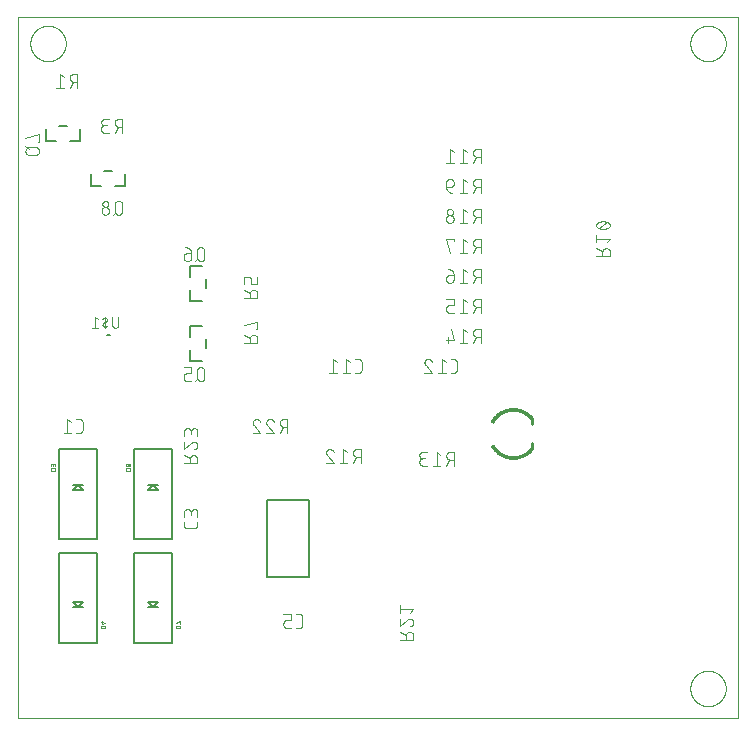
<source format=gbo>
G75*
%MOIN*%
%OFA0B0*%
%FSLAX25Y25*%
%IPPOS*%
%LPD*%
%AMOC8*
5,1,8,0,0,1.08239X$1,22.5*
%
%ADD10C,0.00000*%
%ADD11C,0.00400*%
%ADD12C,0.00100*%
%ADD13C,0.01000*%
%ADD14C,0.00500*%
%ADD15C,0.00800*%
%ADD16C,0.00600*%
D10*
X0001500Y0020000D02*
X0001500Y0253701D01*
X0241421Y0253701D01*
X0241421Y0020000D01*
X0001500Y0020000D01*
X0005595Y0245000D02*
X0005597Y0245153D01*
X0005603Y0245306D01*
X0005613Y0245459D01*
X0005627Y0245612D01*
X0005645Y0245764D01*
X0005667Y0245916D01*
X0005692Y0246067D01*
X0005722Y0246218D01*
X0005755Y0246367D01*
X0005793Y0246516D01*
X0005834Y0246664D01*
X0005879Y0246810D01*
X0005928Y0246955D01*
X0005981Y0247099D01*
X0006037Y0247242D01*
X0006097Y0247383D01*
X0006161Y0247523D01*
X0006228Y0247660D01*
X0006299Y0247796D01*
X0006373Y0247930D01*
X0006451Y0248062D01*
X0006532Y0248192D01*
X0006617Y0248320D01*
X0006705Y0248446D01*
X0006796Y0248569D01*
X0006890Y0248690D01*
X0006987Y0248809D01*
X0007088Y0248925D01*
X0007191Y0249038D01*
X0007298Y0249148D01*
X0007407Y0249256D01*
X0007518Y0249361D01*
X0007633Y0249463D01*
X0007750Y0249562D01*
X0007870Y0249657D01*
X0007992Y0249750D01*
X0008117Y0249840D01*
X0008243Y0249926D01*
X0008372Y0250009D01*
X0008503Y0250088D01*
X0008636Y0250164D01*
X0008771Y0250237D01*
X0008908Y0250306D01*
X0009047Y0250371D01*
X0009187Y0250433D01*
X0009329Y0250491D01*
X0009472Y0250546D01*
X0009617Y0250597D01*
X0009763Y0250644D01*
X0009910Y0250687D01*
X0010058Y0250726D01*
X0010207Y0250762D01*
X0010357Y0250793D01*
X0010508Y0250821D01*
X0010660Y0250845D01*
X0010812Y0250865D01*
X0010964Y0250881D01*
X0011117Y0250893D01*
X0011270Y0250901D01*
X0011423Y0250905D01*
X0011577Y0250905D01*
X0011730Y0250901D01*
X0011883Y0250893D01*
X0012036Y0250881D01*
X0012188Y0250865D01*
X0012340Y0250845D01*
X0012492Y0250821D01*
X0012643Y0250793D01*
X0012793Y0250762D01*
X0012942Y0250726D01*
X0013090Y0250687D01*
X0013237Y0250644D01*
X0013383Y0250597D01*
X0013528Y0250546D01*
X0013671Y0250491D01*
X0013813Y0250433D01*
X0013953Y0250371D01*
X0014092Y0250306D01*
X0014229Y0250237D01*
X0014364Y0250164D01*
X0014497Y0250088D01*
X0014628Y0250009D01*
X0014757Y0249926D01*
X0014883Y0249840D01*
X0015008Y0249750D01*
X0015130Y0249657D01*
X0015250Y0249562D01*
X0015367Y0249463D01*
X0015482Y0249361D01*
X0015593Y0249256D01*
X0015702Y0249148D01*
X0015809Y0249038D01*
X0015912Y0248925D01*
X0016013Y0248809D01*
X0016110Y0248690D01*
X0016204Y0248569D01*
X0016295Y0248446D01*
X0016383Y0248320D01*
X0016468Y0248192D01*
X0016549Y0248062D01*
X0016627Y0247930D01*
X0016701Y0247796D01*
X0016772Y0247660D01*
X0016839Y0247523D01*
X0016903Y0247383D01*
X0016963Y0247242D01*
X0017019Y0247099D01*
X0017072Y0246955D01*
X0017121Y0246810D01*
X0017166Y0246664D01*
X0017207Y0246516D01*
X0017245Y0246367D01*
X0017278Y0246218D01*
X0017308Y0246067D01*
X0017333Y0245916D01*
X0017355Y0245764D01*
X0017373Y0245612D01*
X0017387Y0245459D01*
X0017397Y0245306D01*
X0017403Y0245153D01*
X0017405Y0245000D01*
X0017403Y0244847D01*
X0017397Y0244694D01*
X0017387Y0244541D01*
X0017373Y0244388D01*
X0017355Y0244236D01*
X0017333Y0244084D01*
X0017308Y0243933D01*
X0017278Y0243782D01*
X0017245Y0243633D01*
X0017207Y0243484D01*
X0017166Y0243336D01*
X0017121Y0243190D01*
X0017072Y0243045D01*
X0017019Y0242901D01*
X0016963Y0242758D01*
X0016903Y0242617D01*
X0016839Y0242477D01*
X0016772Y0242340D01*
X0016701Y0242204D01*
X0016627Y0242070D01*
X0016549Y0241938D01*
X0016468Y0241808D01*
X0016383Y0241680D01*
X0016295Y0241554D01*
X0016204Y0241431D01*
X0016110Y0241310D01*
X0016013Y0241191D01*
X0015912Y0241075D01*
X0015809Y0240962D01*
X0015702Y0240852D01*
X0015593Y0240744D01*
X0015482Y0240639D01*
X0015367Y0240537D01*
X0015250Y0240438D01*
X0015130Y0240343D01*
X0015008Y0240250D01*
X0014883Y0240160D01*
X0014757Y0240074D01*
X0014628Y0239991D01*
X0014497Y0239912D01*
X0014364Y0239836D01*
X0014229Y0239763D01*
X0014092Y0239694D01*
X0013953Y0239629D01*
X0013813Y0239567D01*
X0013671Y0239509D01*
X0013528Y0239454D01*
X0013383Y0239403D01*
X0013237Y0239356D01*
X0013090Y0239313D01*
X0012942Y0239274D01*
X0012793Y0239238D01*
X0012643Y0239207D01*
X0012492Y0239179D01*
X0012340Y0239155D01*
X0012188Y0239135D01*
X0012036Y0239119D01*
X0011883Y0239107D01*
X0011730Y0239099D01*
X0011577Y0239095D01*
X0011423Y0239095D01*
X0011270Y0239099D01*
X0011117Y0239107D01*
X0010964Y0239119D01*
X0010812Y0239135D01*
X0010660Y0239155D01*
X0010508Y0239179D01*
X0010357Y0239207D01*
X0010207Y0239238D01*
X0010058Y0239274D01*
X0009910Y0239313D01*
X0009763Y0239356D01*
X0009617Y0239403D01*
X0009472Y0239454D01*
X0009329Y0239509D01*
X0009187Y0239567D01*
X0009047Y0239629D01*
X0008908Y0239694D01*
X0008771Y0239763D01*
X0008636Y0239836D01*
X0008503Y0239912D01*
X0008372Y0239991D01*
X0008243Y0240074D01*
X0008117Y0240160D01*
X0007992Y0240250D01*
X0007870Y0240343D01*
X0007750Y0240438D01*
X0007633Y0240537D01*
X0007518Y0240639D01*
X0007407Y0240744D01*
X0007298Y0240852D01*
X0007191Y0240962D01*
X0007088Y0241075D01*
X0006987Y0241191D01*
X0006890Y0241310D01*
X0006796Y0241431D01*
X0006705Y0241554D01*
X0006617Y0241680D01*
X0006532Y0241808D01*
X0006451Y0241938D01*
X0006373Y0242070D01*
X0006299Y0242204D01*
X0006228Y0242340D01*
X0006161Y0242477D01*
X0006097Y0242617D01*
X0006037Y0242758D01*
X0005981Y0242901D01*
X0005928Y0243045D01*
X0005879Y0243190D01*
X0005834Y0243336D01*
X0005793Y0243484D01*
X0005755Y0243633D01*
X0005722Y0243782D01*
X0005692Y0243933D01*
X0005667Y0244084D01*
X0005645Y0244236D01*
X0005627Y0244388D01*
X0005613Y0244541D01*
X0005603Y0244694D01*
X0005597Y0244847D01*
X0005595Y0245000D01*
X0225595Y0245000D02*
X0225597Y0245153D01*
X0225603Y0245306D01*
X0225613Y0245459D01*
X0225627Y0245612D01*
X0225645Y0245764D01*
X0225667Y0245916D01*
X0225692Y0246067D01*
X0225722Y0246218D01*
X0225755Y0246367D01*
X0225793Y0246516D01*
X0225834Y0246664D01*
X0225879Y0246810D01*
X0225928Y0246955D01*
X0225981Y0247099D01*
X0226037Y0247242D01*
X0226097Y0247383D01*
X0226161Y0247523D01*
X0226228Y0247660D01*
X0226299Y0247796D01*
X0226373Y0247930D01*
X0226451Y0248062D01*
X0226532Y0248192D01*
X0226617Y0248320D01*
X0226705Y0248446D01*
X0226796Y0248569D01*
X0226890Y0248690D01*
X0226987Y0248809D01*
X0227088Y0248925D01*
X0227191Y0249038D01*
X0227298Y0249148D01*
X0227407Y0249256D01*
X0227518Y0249361D01*
X0227633Y0249463D01*
X0227750Y0249562D01*
X0227870Y0249657D01*
X0227992Y0249750D01*
X0228117Y0249840D01*
X0228243Y0249926D01*
X0228372Y0250009D01*
X0228503Y0250088D01*
X0228636Y0250164D01*
X0228771Y0250237D01*
X0228908Y0250306D01*
X0229047Y0250371D01*
X0229187Y0250433D01*
X0229329Y0250491D01*
X0229472Y0250546D01*
X0229617Y0250597D01*
X0229763Y0250644D01*
X0229910Y0250687D01*
X0230058Y0250726D01*
X0230207Y0250762D01*
X0230357Y0250793D01*
X0230508Y0250821D01*
X0230660Y0250845D01*
X0230812Y0250865D01*
X0230964Y0250881D01*
X0231117Y0250893D01*
X0231270Y0250901D01*
X0231423Y0250905D01*
X0231577Y0250905D01*
X0231730Y0250901D01*
X0231883Y0250893D01*
X0232036Y0250881D01*
X0232188Y0250865D01*
X0232340Y0250845D01*
X0232492Y0250821D01*
X0232643Y0250793D01*
X0232793Y0250762D01*
X0232942Y0250726D01*
X0233090Y0250687D01*
X0233237Y0250644D01*
X0233383Y0250597D01*
X0233528Y0250546D01*
X0233671Y0250491D01*
X0233813Y0250433D01*
X0233953Y0250371D01*
X0234092Y0250306D01*
X0234229Y0250237D01*
X0234364Y0250164D01*
X0234497Y0250088D01*
X0234628Y0250009D01*
X0234757Y0249926D01*
X0234883Y0249840D01*
X0235008Y0249750D01*
X0235130Y0249657D01*
X0235250Y0249562D01*
X0235367Y0249463D01*
X0235482Y0249361D01*
X0235593Y0249256D01*
X0235702Y0249148D01*
X0235809Y0249038D01*
X0235912Y0248925D01*
X0236013Y0248809D01*
X0236110Y0248690D01*
X0236204Y0248569D01*
X0236295Y0248446D01*
X0236383Y0248320D01*
X0236468Y0248192D01*
X0236549Y0248062D01*
X0236627Y0247930D01*
X0236701Y0247796D01*
X0236772Y0247660D01*
X0236839Y0247523D01*
X0236903Y0247383D01*
X0236963Y0247242D01*
X0237019Y0247099D01*
X0237072Y0246955D01*
X0237121Y0246810D01*
X0237166Y0246664D01*
X0237207Y0246516D01*
X0237245Y0246367D01*
X0237278Y0246218D01*
X0237308Y0246067D01*
X0237333Y0245916D01*
X0237355Y0245764D01*
X0237373Y0245612D01*
X0237387Y0245459D01*
X0237397Y0245306D01*
X0237403Y0245153D01*
X0237405Y0245000D01*
X0237403Y0244847D01*
X0237397Y0244694D01*
X0237387Y0244541D01*
X0237373Y0244388D01*
X0237355Y0244236D01*
X0237333Y0244084D01*
X0237308Y0243933D01*
X0237278Y0243782D01*
X0237245Y0243633D01*
X0237207Y0243484D01*
X0237166Y0243336D01*
X0237121Y0243190D01*
X0237072Y0243045D01*
X0237019Y0242901D01*
X0236963Y0242758D01*
X0236903Y0242617D01*
X0236839Y0242477D01*
X0236772Y0242340D01*
X0236701Y0242204D01*
X0236627Y0242070D01*
X0236549Y0241938D01*
X0236468Y0241808D01*
X0236383Y0241680D01*
X0236295Y0241554D01*
X0236204Y0241431D01*
X0236110Y0241310D01*
X0236013Y0241191D01*
X0235912Y0241075D01*
X0235809Y0240962D01*
X0235702Y0240852D01*
X0235593Y0240744D01*
X0235482Y0240639D01*
X0235367Y0240537D01*
X0235250Y0240438D01*
X0235130Y0240343D01*
X0235008Y0240250D01*
X0234883Y0240160D01*
X0234757Y0240074D01*
X0234628Y0239991D01*
X0234497Y0239912D01*
X0234364Y0239836D01*
X0234229Y0239763D01*
X0234092Y0239694D01*
X0233953Y0239629D01*
X0233813Y0239567D01*
X0233671Y0239509D01*
X0233528Y0239454D01*
X0233383Y0239403D01*
X0233237Y0239356D01*
X0233090Y0239313D01*
X0232942Y0239274D01*
X0232793Y0239238D01*
X0232643Y0239207D01*
X0232492Y0239179D01*
X0232340Y0239155D01*
X0232188Y0239135D01*
X0232036Y0239119D01*
X0231883Y0239107D01*
X0231730Y0239099D01*
X0231577Y0239095D01*
X0231423Y0239095D01*
X0231270Y0239099D01*
X0231117Y0239107D01*
X0230964Y0239119D01*
X0230812Y0239135D01*
X0230660Y0239155D01*
X0230508Y0239179D01*
X0230357Y0239207D01*
X0230207Y0239238D01*
X0230058Y0239274D01*
X0229910Y0239313D01*
X0229763Y0239356D01*
X0229617Y0239403D01*
X0229472Y0239454D01*
X0229329Y0239509D01*
X0229187Y0239567D01*
X0229047Y0239629D01*
X0228908Y0239694D01*
X0228771Y0239763D01*
X0228636Y0239836D01*
X0228503Y0239912D01*
X0228372Y0239991D01*
X0228243Y0240074D01*
X0228117Y0240160D01*
X0227992Y0240250D01*
X0227870Y0240343D01*
X0227750Y0240438D01*
X0227633Y0240537D01*
X0227518Y0240639D01*
X0227407Y0240744D01*
X0227298Y0240852D01*
X0227191Y0240962D01*
X0227088Y0241075D01*
X0226987Y0241191D01*
X0226890Y0241310D01*
X0226796Y0241431D01*
X0226705Y0241554D01*
X0226617Y0241680D01*
X0226532Y0241808D01*
X0226451Y0241938D01*
X0226373Y0242070D01*
X0226299Y0242204D01*
X0226228Y0242340D01*
X0226161Y0242477D01*
X0226097Y0242617D01*
X0226037Y0242758D01*
X0225981Y0242901D01*
X0225928Y0243045D01*
X0225879Y0243190D01*
X0225834Y0243336D01*
X0225793Y0243484D01*
X0225755Y0243633D01*
X0225722Y0243782D01*
X0225692Y0243933D01*
X0225667Y0244084D01*
X0225645Y0244236D01*
X0225627Y0244388D01*
X0225613Y0244541D01*
X0225603Y0244694D01*
X0225597Y0244847D01*
X0225595Y0245000D01*
X0225595Y0030000D02*
X0225597Y0030153D01*
X0225603Y0030306D01*
X0225613Y0030459D01*
X0225627Y0030612D01*
X0225645Y0030764D01*
X0225667Y0030916D01*
X0225692Y0031067D01*
X0225722Y0031218D01*
X0225755Y0031367D01*
X0225793Y0031516D01*
X0225834Y0031664D01*
X0225879Y0031810D01*
X0225928Y0031955D01*
X0225981Y0032099D01*
X0226037Y0032242D01*
X0226097Y0032383D01*
X0226161Y0032523D01*
X0226228Y0032660D01*
X0226299Y0032796D01*
X0226373Y0032930D01*
X0226451Y0033062D01*
X0226532Y0033192D01*
X0226617Y0033320D01*
X0226705Y0033446D01*
X0226796Y0033569D01*
X0226890Y0033690D01*
X0226987Y0033809D01*
X0227088Y0033925D01*
X0227191Y0034038D01*
X0227298Y0034148D01*
X0227407Y0034256D01*
X0227518Y0034361D01*
X0227633Y0034463D01*
X0227750Y0034562D01*
X0227870Y0034657D01*
X0227992Y0034750D01*
X0228117Y0034840D01*
X0228243Y0034926D01*
X0228372Y0035009D01*
X0228503Y0035088D01*
X0228636Y0035164D01*
X0228771Y0035237D01*
X0228908Y0035306D01*
X0229047Y0035371D01*
X0229187Y0035433D01*
X0229329Y0035491D01*
X0229472Y0035546D01*
X0229617Y0035597D01*
X0229763Y0035644D01*
X0229910Y0035687D01*
X0230058Y0035726D01*
X0230207Y0035762D01*
X0230357Y0035793D01*
X0230508Y0035821D01*
X0230660Y0035845D01*
X0230812Y0035865D01*
X0230964Y0035881D01*
X0231117Y0035893D01*
X0231270Y0035901D01*
X0231423Y0035905D01*
X0231577Y0035905D01*
X0231730Y0035901D01*
X0231883Y0035893D01*
X0232036Y0035881D01*
X0232188Y0035865D01*
X0232340Y0035845D01*
X0232492Y0035821D01*
X0232643Y0035793D01*
X0232793Y0035762D01*
X0232942Y0035726D01*
X0233090Y0035687D01*
X0233237Y0035644D01*
X0233383Y0035597D01*
X0233528Y0035546D01*
X0233671Y0035491D01*
X0233813Y0035433D01*
X0233953Y0035371D01*
X0234092Y0035306D01*
X0234229Y0035237D01*
X0234364Y0035164D01*
X0234497Y0035088D01*
X0234628Y0035009D01*
X0234757Y0034926D01*
X0234883Y0034840D01*
X0235008Y0034750D01*
X0235130Y0034657D01*
X0235250Y0034562D01*
X0235367Y0034463D01*
X0235482Y0034361D01*
X0235593Y0034256D01*
X0235702Y0034148D01*
X0235809Y0034038D01*
X0235912Y0033925D01*
X0236013Y0033809D01*
X0236110Y0033690D01*
X0236204Y0033569D01*
X0236295Y0033446D01*
X0236383Y0033320D01*
X0236468Y0033192D01*
X0236549Y0033062D01*
X0236627Y0032930D01*
X0236701Y0032796D01*
X0236772Y0032660D01*
X0236839Y0032523D01*
X0236903Y0032383D01*
X0236963Y0032242D01*
X0237019Y0032099D01*
X0237072Y0031955D01*
X0237121Y0031810D01*
X0237166Y0031664D01*
X0237207Y0031516D01*
X0237245Y0031367D01*
X0237278Y0031218D01*
X0237308Y0031067D01*
X0237333Y0030916D01*
X0237355Y0030764D01*
X0237373Y0030612D01*
X0237387Y0030459D01*
X0237397Y0030306D01*
X0237403Y0030153D01*
X0237405Y0030000D01*
X0237403Y0029847D01*
X0237397Y0029694D01*
X0237387Y0029541D01*
X0237373Y0029388D01*
X0237355Y0029236D01*
X0237333Y0029084D01*
X0237308Y0028933D01*
X0237278Y0028782D01*
X0237245Y0028633D01*
X0237207Y0028484D01*
X0237166Y0028336D01*
X0237121Y0028190D01*
X0237072Y0028045D01*
X0237019Y0027901D01*
X0236963Y0027758D01*
X0236903Y0027617D01*
X0236839Y0027477D01*
X0236772Y0027340D01*
X0236701Y0027204D01*
X0236627Y0027070D01*
X0236549Y0026938D01*
X0236468Y0026808D01*
X0236383Y0026680D01*
X0236295Y0026554D01*
X0236204Y0026431D01*
X0236110Y0026310D01*
X0236013Y0026191D01*
X0235912Y0026075D01*
X0235809Y0025962D01*
X0235702Y0025852D01*
X0235593Y0025744D01*
X0235482Y0025639D01*
X0235367Y0025537D01*
X0235250Y0025438D01*
X0235130Y0025343D01*
X0235008Y0025250D01*
X0234883Y0025160D01*
X0234757Y0025074D01*
X0234628Y0024991D01*
X0234497Y0024912D01*
X0234364Y0024836D01*
X0234229Y0024763D01*
X0234092Y0024694D01*
X0233953Y0024629D01*
X0233813Y0024567D01*
X0233671Y0024509D01*
X0233528Y0024454D01*
X0233383Y0024403D01*
X0233237Y0024356D01*
X0233090Y0024313D01*
X0232942Y0024274D01*
X0232793Y0024238D01*
X0232643Y0024207D01*
X0232492Y0024179D01*
X0232340Y0024155D01*
X0232188Y0024135D01*
X0232036Y0024119D01*
X0231883Y0024107D01*
X0231730Y0024099D01*
X0231577Y0024095D01*
X0231423Y0024095D01*
X0231270Y0024099D01*
X0231117Y0024107D01*
X0230964Y0024119D01*
X0230812Y0024135D01*
X0230660Y0024155D01*
X0230508Y0024179D01*
X0230357Y0024207D01*
X0230207Y0024238D01*
X0230058Y0024274D01*
X0229910Y0024313D01*
X0229763Y0024356D01*
X0229617Y0024403D01*
X0229472Y0024454D01*
X0229329Y0024509D01*
X0229187Y0024567D01*
X0229047Y0024629D01*
X0228908Y0024694D01*
X0228771Y0024763D01*
X0228636Y0024836D01*
X0228503Y0024912D01*
X0228372Y0024991D01*
X0228243Y0025074D01*
X0228117Y0025160D01*
X0227992Y0025250D01*
X0227870Y0025343D01*
X0227750Y0025438D01*
X0227633Y0025537D01*
X0227518Y0025639D01*
X0227407Y0025744D01*
X0227298Y0025852D01*
X0227191Y0025962D01*
X0227088Y0026075D01*
X0226987Y0026191D01*
X0226890Y0026310D01*
X0226796Y0026431D01*
X0226705Y0026554D01*
X0226617Y0026680D01*
X0226532Y0026808D01*
X0226451Y0026938D01*
X0226373Y0027070D01*
X0226299Y0027204D01*
X0226228Y0027340D01*
X0226161Y0027477D01*
X0226097Y0027617D01*
X0226037Y0027758D01*
X0225981Y0027901D01*
X0225928Y0028045D01*
X0225879Y0028190D01*
X0225834Y0028336D01*
X0225793Y0028484D01*
X0225755Y0028633D01*
X0225722Y0028782D01*
X0225692Y0028933D01*
X0225667Y0029084D01*
X0225645Y0029236D01*
X0225627Y0029388D01*
X0225613Y0029541D01*
X0225603Y0029694D01*
X0225597Y0029847D01*
X0225595Y0030000D01*
D11*
X0146800Y0104200D02*
X0146800Y0108800D01*
X0145522Y0108800D01*
X0145452Y0108798D01*
X0145381Y0108792D01*
X0145312Y0108783D01*
X0145243Y0108769D01*
X0145174Y0108752D01*
X0145107Y0108731D01*
X0145041Y0108706D01*
X0144977Y0108678D01*
X0144914Y0108646D01*
X0144853Y0108611D01*
X0144794Y0108572D01*
X0144737Y0108531D01*
X0144683Y0108486D01*
X0144631Y0108438D01*
X0144582Y0108388D01*
X0144535Y0108334D01*
X0144492Y0108279D01*
X0144452Y0108221D01*
X0144415Y0108161D01*
X0144382Y0108099D01*
X0144352Y0108035D01*
X0144325Y0107970D01*
X0144302Y0107904D01*
X0144283Y0107836D01*
X0144268Y0107767D01*
X0144256Y0107698D01*
X0144248Y0107628D01*
X0144244Y0107557D01*
X0144244Y0107487D01*
X0144248Y0107416D01*
X0144256Y0107346D01*
X0144268Y0107277D01*
X0144283Y0107208D01*
X0144302Y0107140D01*
X0144325Y0107074D01*
X0144352Y0107009D01*
X0144382Y0106945D01*
X0144415Y0106883D01*
X0144452Y0106823D01*
X0144492Y0106765D01*
X0144535Y0106710D01*
X0144582Y0106656D01*
X0144631Y0106606D01*
X0144683Y0106558D01*
X0144737Y0106513D01*
X0144794Y0106472D01*
X0144853Y0106433D01*
X0144914Y0106398D01*
X0144977Y0106366D01*
X0145041Y0106338D01*
X0145107Y0106313D01*
X0145174Y0106292D01*
X0145243Y0106275D01*
X0145312Y0106261D01*
X0145381Y0106252D01*
X0145452Y0106246D01*
X0145522Y0106244D01*
X0146800Y0106244D01*
X0145267Y0106244D02*
X0144244Y0104200D01*
X0142329Y0104200D02*
X0139773Y0104200D01*
X0141051Y0104200D02*
X0141051Y0108800D01*
X0142329Y0107778D01*
X0137829Y0108800D02*
X0136296Y0108800D01*
X0136233Y0108798D01*
X0136170Y0108792D01*
X0136108Y0108783D01*
X0136047Y0108769D01*
X0135986Y0108752D01*
X0135927Y0108731D01*
X0135869Y0108706D01*
X0135812Y0108678D01*
X0135758Y0108647D01*
X0135706Y0108612D01*
X0135655Y0108574D01*
X0135607Y0108533D01*
X0135562Y0108489D01*
X0135520Y0108443D01*
X0135480Y0108394D01*
X0135444Y0108343D01*
X0135411Y0108289D01*
X0135381Y0108234D01*
X0135355Y0108176D01*
X0135332Y0108118D01*
X0135313Y0108058D01*
X0135298Y0107997D01*
X0135286Y0107935D01*
X0135278Y0107872D01*
X0135274Y0107809D01*
X0135274Y0107747D01*
X0135278Y0107684D01*
X0135286Y0107621D01*
X0135298Y0107559D01*
X0135313Y0107498D01*
X0135332Y0107438D01*
X0135355Y0107380D01*
X0135381Y0107322D01*
X0135411Y0107267D01*
X0135444Y0107213D01*
X0135480Y0107162D01*
X0135520Y0107113D01*
X0135562Y0107067D01*
X0135607Y0107023D01*
X0135655Y0106982D01*
X0135706Y0106944D01*
X0135758Y0106909D01*
X0135812Y0106878D01*
X0135869Y0106850D01*
X0135927Y0106825D01*
X0135986Y0106804D01*
X0136047Y0106787D01*
X0136108Y0106773D01*
X0136170Y0106764D01*
X0136233Y0106758D01*
X0136296Y0106756D01*
X0137318Y0106756D01*
X0136551Y0106756D02*
X0136481Y0106754D01*
X0136410Y0106748D01*
X0136341Y0106739D01*
X0136272Y0106725D01*
X0136203Y0106708D01*
X0136136Y0106687D01*
X0136070Y0106662D01*
X0136006Y0106634D01*
X0135943Y0106602D01*
X0135882Y0106567D01*
X0135823Y0106528D01*
X0135766Y0106487D01*
X0135712Y0106442D01*
X0135660Y0106394D01*
X0135611Y0106344D01*
X0135564Y0106290D01*
X0135521Y0106235D01*
X0135481Y0106177D01*
X0135444Y0106117D01*
X0135411Y0106055D01*
X0135381Y0105991D01*
X0135354Y0105926D01*
X0135331Y0105860D01*
X0135312Y0105792D01*
X0135297Y0105723D01*
X0135285Y0105654D01*
X0135277Y0105584D01*
X0135273Y0105513D01*
X0135273Y0105443D01*
X0135277Y0105372D01*
X0135285Y0105302D01*
X0135297Y0105233D01*
X0135312Y0105164D01*
X0135331Y0105096D01*
X0135354Y0105030D01*
X0135381Y0104965D01*
X0135411Y0104901D01*
X0135444Y0104839D01*
X0135481Y0104779D01*
X0135521Y0104721D01*
X0135564Y0104666D01*
X0135611Y0104612D01*
X0135660Y0104562D01*
X0135712Y0104514D01*
X0135766Y0104469D01*
X0135823Y0104428D01*
X0135882Y0104389D01*
X0135943Y0104354D01*
X0136006Y0104322D01*
X0136070Y0104294D01*
X0136136Y0104269D01*
X0136203Y0104248D01*
X0136272Y0104231D01*
X0136341Y0104217D01*
X0136410Y0104208D01*
X0136481Y0104202D01*
X0136551Y0104200D01*
X0137829Y0104200D01*
X0115727Y0105200D02*
X0115727Y0109800D01*
X0114449Y0109800D01*
X0114379Y0109798D01*
X0114308Y0109792D01*
X0114239Y0109783D01*
X0114170Y0109769D01*
X0114101Y0109752D01*
X0114034Y0109731D01*
X0113968Y0109706D01*
X0113904Y0109678D01*
X0113841Y0109646D01*
X0113780Y0109611D01*
X0113721Y0109572D01*
X0113664Y0109531D01*
X0113610Y0109486D01*
X0113558Y0109438D01*
X0113509Y0109388D01*
X0113462Y0109334D01*
X0113419Y0109279D01*
X0113379Y0109221D01*
X0113342Y0109161D01*
X0113309Y0109099D01*
X0113279Y0109035D01*
X0113252Y0108970D01*
X0113229Y0108904D01*
X0113210Y0108836D01*
X0113195Y0108767D01*
X0113183Y0108698D01*
X0113175Y0108628D01*
X0113171Y0108557D01*
X0113171Y0108487D01*
X0113175Y0108416D01*
X0113183Y0108346D01*
X0113195Y0108277D01*
X0113210Y0108208D01*
X0113229Y0108140D01*
X0113252Y0108074D01*
X0113279Y0108009D01*
X0113309Y0107945D01*
X0113342Y0107883D01*
X0113379Y0107823D01*
X0113419Y0107765D01*
X0113462Y0107710D01*
X0113509Y0107656D01*
X0113558Y0107606D01*
X0113610Y0107558D01*
X0113664Y0107513D01*
X0113721Y0107472D01*
X0113780Y0107433D01*
X0113841Y0107398D01*
X0113904Y0107366D01*
X0113968Y0107338D01*
X0114034Y0107313D01*
X0114101Y0107292D01*
X0114170Y0107275D01*
X0114239Y0107261D01*
X0114308Y0107252D01*
X0114379Y0107246D01*
X0114449Y0107244D01*
X0115727Y0107244D01*
X0114193Y0107244D02*
X0113171Y0105200D01*
X0111256Y0105200D02*
X0108700Y0105200D01*
X0109978Y0105200D02*
X0109978Y0109800D01*
X0111256Y0108778D01*
X0106756Y0105200D02*
X0104200Y0105200D01*
X0106756Y0105200D02*
X0104583Y0107756D01*
X0105350Y0109800D02*
X0105424Y0109798D01*
X0105498Y0109793D01*
X0105572Y0109783D01*
X0105645Y0109770D01*
X0105718Y0109754D01*
X0105789Y0109733D01*
X0105859Y0109709D01*
X0105928Y0109682D01*
X0105996Y0109651D01*
X0106062Y0109617D01*
X0106126Y0109580D01*
X0106188Y0109539D01*
X0106249Y0109495D01*
X0106306Y0109449D01*
X0106362Y0109399D01*
X0106415Y0109347D01*
X0106465Y0109292D01*
X0106512Y0109235D01*
X0106556Y0109175D01*
X0106598Y0109113D01*
X0106636Y0109050D01*
X0106671Y0108984D01*
X0106702Y0108917D01*
X0106730Y0108848D01*
X0106755Y0108778D01*
X0104583Y0107756D02*
X0104536Y0107803D01*
X0104492Y0107853D01*
X0104450Y0107905D01*
X0104411Y0107959D01*
X0104376Y0108015D01*
X0104343Y0108073D01*
X0104313Y0108133D01*
X0104287Y0108194D01*
X0104264Y0108257D01*
X0104245Y0108321D01*
X0104229Y0108385D01*
X0104216Y0108451D01*
X0104207Y0108517D01*
X0104202Y0108583D01*
X0104200Y0108650D01*
X0104202Y0108717D01*
X0104208Y0108784D01*
X0104217Y0108850D01*
X0104231Y0108915D01*
X0104248Y0108980D01*
X0104269Y0109043D01*
X0104294Y0109105D01*
X0104322Y0109166D01*
X0104354Y0109225D01*
X0104389Y0109282D01*
X0104428Y0109337D01*
X0104469Y0109389D01*
X0104514Y0109439D01*
X0104561Y0109486D01*
X0104611Y0109531D01*
X0104663Y0109572D01*
X0104718Y0109611D01*
X0104775Y0109646D01*
X0104834Y0109678D01*
X0104895Y0109706D01*
X0104957Y0109731D01*
X0105020Y0109752D01*
X0105085Y0109769D01*
X0105150Y0109783D01*
X0105216Y0109792D01*
X0105283Y0109798D01*
X0105350Y0109800D01*
X0091300Y0115200D02*
X0091300Y0119800D01*
X0090022Y0119800D01*
X0089952Y0119798D01*
X0089881Y0119792D01*
X0089812Y0119783D01*
X0089743Y0119769D01*
X0089674Y0119752D01*
X0089607Y0119731D01*
X0089541Y0119706D01*
X0089477Y0119678D01*
X0089414Y0119646D01*
X0089353Y0119611D01*
X0089294Y0119572D01*
X0089237Y0119531D01*
X0089183Y0119486D01*
X0089131Y0119438D01*
X0089082Y0119388D01*
X0089035Y0119334D01*
X0088992Y0119279D01*
X0088952Y0119221D01*
X0088915Y0119161D01*
X0088882Y0119099D01*
X0088852Y0119035D01*
X0088825Y0118970D01*
X0088802Y0118904D01*
X0088783Y0118836D01*
X0088768Y0118767D01*
X0088756Y0118698D01*
X0088748Y0118628D01*
X0088744Y0118557D01*
X0088744Y0118487D01*
X0088748Y0118416D01*
X0088756Y0118346D01*
X0088768Y0118277D01*
X0088783Y0118208D01*
X0088802Y0118140D01*
X0088825Y0118074D01*
X0088852Y0118009D01*
X0088882Y0117945D01*
X0088915Y0117883D01*
X0088952Y0117823D01*
X0088992Y0117765D01*
X0089035Y0117710D01*
X0089082Y0117656D01*
X0089131Y0117606D01*
X0089183Y0117558D01*
X0089237Y0117513D01*
X0089294Y0117472D01*
X0089353Y0117433D01*
X0089414Y0117398D01*
X0089477Y0117366D01*
X0089541Y0117338D01*
X0089607Y0117313D01*
X0089674Y0117292D01*
X0089743Y0117275D01*
X0089812Y0117261D01*
X0089881Y0117252D01*
X0089952Y0117246D01*
X0090022Y0117244D01*
X0091300Y0117244D01*
X0089767Y0117244D02*
X0088744Y0115200D01*
X0086829Y0115200D02*
X0084273Y0115200D01*
X0082329Y0115200D02*
X0079773Y0115200D01*
X0082329Y0115200D02*
X0080157Y0117756D01*
X0080923Y0119800D02*
X0080997Y0119798D01*
X0081071Y0119793D01*
X0081145Y0119783D01*
X0081218Y0119770D01*
X0081291Y0119754D01*
X0081362Y0119733D01*
X0081432Y0119709D01*
X0081501Y0119682D01*
X0081569Y0119651D01*
X0081635Y0119617D01*
X0081699Y0119580D01*
X0081761Y0119539D01*
X0081822Y0119495D01*
X0081879Y0119449D01*
X0081935Y0119399D01*
X0081988Y0119347D01*
X0082038Y0119292D01*
X0082085Y0119235D01*
X0082129Y0119175D01*
X0082171Y0119113D01*
X0082209Y0119050D01*
X0082244Y0118984D01*
X0082275Y0118917D01*
X0082303Y0118848D01*
X0082328Y0118778D01*
X0080157Y0117756D02*
X0080110Y0117803D01*
X0080066Y0117853D01*
X0080024Y0117905D01*
X0079985Y0117959D01*
X0079950Y0118015D01*
X0079917Y0118073D01*
X0079887Y0118133D01*
X0079861Y0118194D01*
X0079838Y0118257D01*
X0079819Y0118321D01*
X0079803Y0118385D01*
X0079790Y0118451D01*
X0079781Y0118517D01*
X0079776Y0118583D01*
X0079774Y0118650D01*
X0079773Y0118650D02*
X0079775Y0118717D01*
X0079781Y0118784D01*
X0079790Y0118850D01*
X0079804Y0118915D01*
X0079821Y0118980D01*
X0079842Y0119043D01*
X0079867Y0119105D01*
X0079895Y0119166D01*
X0079927Y0119225D01*
X0079962Y0119282D01*
X0080001Y0119337D01*
X0080042Y0119389D01*
X0080087Y0119439D01*
X0080134Y0119486D01*
X0080184Y0119531D01*
X0080236Y0119572D01*
X0080291Y0119611D01*
X0080348Y0119646D01*
X0080407Y0119678D01*
X0080468Y0119706D01*
X0080530Y0119731D01*
X0080593Y0119752D01*
X0080658Y0119769D01*
X0080723Y0119783D01*
X0080789Y0119792D01*
X0080856Y0119798D01*
X0080923Y0119800D01*
X0084657Y0117756D02*
X0086829Y0115200D01*
X0086828Y0118778D02*
X0086803Y0118848D01*
X0086775Y0118917D01*
X0086744Y0118984D01*
X0086709Y0119050D01*
X0086671Y0119113D01*
X0086629Y0119175D01*
X0086585Y0119235D01*
X0086538Y0119292D01*
X0086488Y0119347D01*
X0086435Y0119399D01*
X0086379Y0119449D01*
X0086322Y0119495D01*
X0086261Y0119539D01*
X0086199Y0119580D01*
X0086135Y0119617D01*
X0086069Y0119651D01*
X0086001Y0119682D01*
X0085932Y0119709D01*
X0085862Y0119733D01*
X0085791Y0119754D01*
X0085718Y0119770D01*
X0085645Y0119783D01*
X0085571Y0119793D01*
X0085497Y0119798D01*
X0085423Y0119800D01*
X0085356Y0119798D01*
X0085289Y0119792D01*
X0085223Y0119783D01*
X0085158Y0119769D01*
X0085093Y0119752D01*
X0085030Y0119731D01*
X0084968Y0119706D01*
X0084907Y0119678D01*
X0084848Y0119646D01*
X0084791Y0119611D01*
X0084736Y0119572D01*
X0084684Y0119531D01*
X0084634Y0119486D01*
X0084587Y0119439D01*
X0084542Y0119389D01*
X0084501Y0119337D01*
X0084462Y0119282D01*
X0084427Y0119225D01*
X0084395Y0119166D01*
X0084367Y0119105D01*
X0084342Y0119043D01*
X0084321Y0118980D01*
X0084304Y0118915D01*
X0084290Y0118850D01*
X0084281Y0118784D01*
X0084275Y0118717D01*
X0084273Y0118650D01*
X0084274Y0118650D02*
X0084276Y0118583D01*
X0084281Y0118517D01*
X0084290Y0118451D01*
X0084303Y0118385D01*
X0084319Y0118321D01*
X0084338Y0118257D01*
X0084361Y0118194D01*
X0084387Y0118133D01*
X0084417Y0118073D01*
X0084450Y0118015D01*
X0084485Y0117959D01*
X0084524Y0117905D01*
X0084566Y0117853D01*
X0084610Y0117803D01*
X0084657Y0117756D01*
X0063662Y0133761D02*
X0063662Y0135806D01*
X0063660Y0135876D01*
X0063654Y0135947D01*
X0063645Y0136016D01*
X0063631Y0136085D01*
X0063614Y0136154D01*
X0063593Y0136221D01*
X0063568Y0136287D01*
X0063540Y0136351D01*
X0063508Y0136414D01*
X0063473Y0136475D01*
X0063434Y0136534D01*
X0063393Y0136591D01*
X0063348Y0136645D01*
X0063300Y0136697D01*
X0063250Y0136746D01*
X0063196Y0136793D01*
X0063141Y0136836D01*
X0063083Y0136876D01*
X0063023Y0136913D01*
X0062961Y0136946D01*
X0062897Y0136976D01*
X0062832Y0137003D01*
X0062766Y0137026D01*
X0062698Y0137045D01*
X0062629Y0137060D01*
X0062560Y0137072D01*
X0062490Y0137080D01*
X0062419Y0137084D01*
X0062349Y0137084D01*
X0062278Y0137080D01*
X0062208Y0137072D01*
X0062139Y0137060D01*
X0062070Y0137045D01*
X0062002Y0137026D01*
X0061936Y0137003D01*
X0061871Y0136976D01*
X0061807Y0136946D01*
X0061745Y0136913D01*
X0061685Y0136876D01*
X0061627Y0136836D01*
X0061572Y0136793D01*
X0061518Y0136746D01*
X0061468Y0136697D01*
X0061420Y0136645D01*
X0061375Y0136591D01*
X0061334Y0136534D01*
X0061295Y0136475D01*
X0061260Y0136414D01*
X0061228Y0136351D01*
X0061200Y0136287D01*
X0061175Y0136221D01*
X0061154Y0136154D01*
X0061137Y0136085D01*
X0061123Y0136016D01*
X0061114Y0135947D01*
X0061108Y0135876D01*
X0061106Y0135806D01*
X0061107Y0135806D02*
X0061107Y0133761D01*
X0061618Y0133506D02*
X0060596Y0132483D01*
X0059275Y0132483D02*
X0057742Y0132483D01*
X0057742Y0132484D02*
X0057680Y0132486D01*
X0057619Y0132491D01*
X0057558Y0132501D01*
X0057497Y0132514D01*
X0057438Y0132530D01*
X0057380Y0132550D01*
X0057323Y0132574D01*
X0057267Y0132601D01*
X0057213Y0132631D01*
X0057161Y0132665D01*
X0057112Y0132701D01*
X0057064Y0132741D01*
X0057019Y0132783D01*
X0056977Y0132828D01*
X0056937Y0132876D01*
X0056901Y0132925D01*
X0056867Y0132977D01*
X0056837Y0133031D01*
X0056810Y0133087D01*
X0056786Y0133144D01*
X0056766Y0133202D01*
X0056750Y0133261D01*
X0056737Y0133322D01*
X0056727Y0133383D01*
X0056722Y0133444D01*
X0056720Y0133506D01*
X0056719Y0133506D02*
X0056719Y0134017D01*
X0056720Y0134017D02*
X0056722Y0134079D01*
X0056727Y0134140D01*
X0056737Y0134201D01*
X0056750Y0134262D01*
X0056766Y0134321D01*
X0056786Y0134379D01*
X0056810Y0134436D01*
X0056837Y0134492D01*
X0056867Y0134546D01*
X0056901Y0134598D01*
X0056937Y0134647D01*
X0056977Y0134695D01*
X0057019Y0134740D01*
X0057064Y0134782D01*
X0057112Y0134822D01*
X0057161Y0134858D01*
X0057213Y0134892D01*
X0057267Y0134922D01*
X0057323Y0134949D01*
X0057380Y0134973D01*
X0057438Y0134993D01*
X0057497Y0135009D01*
X0057558Y0135022D01*
X0057619Y0135032D01*
X0057680Y0135037D01*
X0057742Y0135039D01*
X0059275Y0135039D01*
X0059275Y0137083D01*
X0056719Y0137083D01*
X0061106Y0133761D02*
X0061108Y0133691D01*
X0061114Y0133620D01*
X0061123Y0133551D01*
X0061137Y0133482D01*
X0061154Y0133413D01*
X0061175Y0133346D01*
X0061200Y0133280D01*
X0061228Y0133216D01*
X0061260Y0133153D01*
X0061295Y0133092D01*
X0061334Y0133033D01*
X0061375Y0132976D01*
X0061420Y0132922D01*
X0061468Y0132870D01*
X0061518Y0132821D01*
X0061572Y0132774D01*
X0061627Y0132731D01*
X0061685Y0132691D01*
X0061745Y0132654D01*
X0061807Y0132621D01*
X0061871Y0132591D01*
X0061936Y0132564D01*
X0062002Y0132541D01*
X0062070Y0132522D01*
X0062139Y0132507D01*
X0062208Y0132495D01*
X0062278Y0132487D01*
X0062349Y0132483D01*
X0062419Y0132483D01*
X0062490Y0132487D01*
X0062560Y0132495D01*
X0062629Y0132507D01*
X0062698Y0132522D01*
X0062766Y0132541D01*
X0062832Y0132564D01*
X0062897Y0132591D01*
X0062961Y0132621D01*
X0063023Y0132654D01*
X0063083Y0132691D01*
X0063141Y0132731D01*
X0063196Y0132774D01*
X0063250Y0132821D01*
X0063300Y0132870D01*
X0063348Y0132922D01*
X0063393Y0132976D01*
X0063434Y0133033D01*
X0063473Y0133092D01*
X0063508Y0133153D01*
X0063540Y0133216D01*
X0063568Y0133280D01*
X0063593Y0133346D01*
X0063614Y0133413D01*
X0063631Y0133482D01*
X0063645Y0133551D01*
X0063654Y0133620D01*
X0063660Y0133691D01*
X0063662Y0133761D01*
X0076700Y0145273D02*
X0081300Y0145273D01*
X0081300Y0146551D01*
X0081298Y0146621D01*
X0081292Y0146692D01*
X0081283Y0146761D01*
X0081269Y0146830D01*
X0081252Y0146899D01*
X0081231Y0146966D01*
X0081206Y0147032D01*
X0081178Y0147096D01*
X0081146Y0147159D01*
X0081111Y0147220D01*
X0081072Y0147279D01*
X0081031Y0147336D01*
X0080986Y0147390D01*
X0080938Y0147442D01*
X0080888Y0147491D01*
X0080834Y0147538D01*
X0080779Y0147581D01*
X0080721Y0147621D01*
X0080661Y0147658D01*
X0080599Y0147691D01*
X0080535Y0147721D01*
X0080470Y0147748D01*
X0080404Y0147771D01*
X0080336Y0147790D01*
X0080267Y0147805D01*
X0080198Y0147817D01*
X0080128Y0147825D01*
X0080057Y0147829D01*
X0079987Y0147829D01*
X0079916Y0147825D01*
X0079846Y0147817D01*
X0079777Y0147805D01*
X0079708Y0147790D01*
X0079640Y0147771D01*
X0079574Y0147748D01*
X0079509Y0147721D01*
X0079445Y0147691D01*
X0079383Y0147658D01*
X0079323Y0147621D01*
X0079265Y0147581D01*
X0079210Y0147538D01*
X0079156Y0147491D01*
X0079106Y0147442D01*
X0079058Y0147390D01*
X0079013Y0147336D01*
X0078972Y0147279D01*
X0078933Y0147220D01*
X0078898Y0147159D01*
X0078866Y0147096D01*
X0078838Y0147032D01*
X0078813Y0146966D01*
X0078792Y0146899D01*
X0078775Y0146830D01*
X0078761Y0146761D01*
X0078752Y0146692D01*
X0078746Y0146621D01*
X0078744Y0146551D01*
X0078744Y0145273D01*
X0078744Y0146807D02*
X0076700Y0147829D01*
X0076700Y0151022D02*
X0081300Y0152300D01*
X0081300Y0149744D01*
X0080789Y0149744D01*
X0081300Y0160273D02*
X0076700Y0160273D01*
X0078744Y0160273D02*
X0078744Y0161551D01*
X0078744Y0161807D02*
X0076700Y0162829D01*
X0076700Y0164744D02*
X0076700Y0166278D01*
X0076702Y0166340D01*
X0076707Y0166401D01*
X0076717Y0166462D01*
X0076730Y0166523D01*
X0076746Y0166582D01*
X0076766Y0166640D01*
X0076790Y0166697D01*
X0076817Y0166753D01*
X0076847Y0166807D01*
X0076881Y0166859D01*
X0076917Y0166908D01*
X0076957Y0166956D01*
X0076999Y0167001D01*
X0077044Y0167043D01*
X0077092Y0167083D01*
X0077141Y0167119D01*
X0077193Y0167153D01*
X0077247Y0167183D01*
X0077303Y0167210D01*
X0077360Y0167234D01*
X0077418Y0167254D01*
X0077477Y0167270D01*
X0077538Y0167283D01*
X0077599Y0167293D01*
X0077660Y0167298D01*
X0077722Y0167300D01*
X0078233Y0167300D01*
X0078295Y0167298D01*
X0078356Y0167293D01*
X0078417Y0167283D01*
X0078478Y0167270D01*
X0078537Y0167254D01*
X0078595Y0167234D01*
X0078652Y0167210D01*
X0078708Y0167183D01*
X0078762Y0167153D01*
X0078814Y0167119D01*
X0078863Y0167083D01*
X0078911Y0167043D01*
X0078956Y0167001D01*
X0078998Y0166956D01*
X0079038Y0166908D01*
X0079074Y0166859D01*
X0079108Y0166807D01*
X0079138Y0166753D01*
X0079165Y0166697D01*
X0079189Y0166640D01*
X0079209Y0166582D01*
X0079225Y0166523D01*
X0079238Y0166462D01*
X0079248Y0166401D01*
X0079253Y0166340D01*
X0079255Y0166278D01*
X0079256Y0166278D02*
X0079256Y0164744D01*
X0081300Y0164744D01*
X0081300Y0167300D01*
X0081300Y0161551D02*
X0081300Y0160273D01*
X0081300Y0161551D02*
X0081298Y0161621D01*
X0081292Y0161692D01*
X0081283Y0161761D01*
X0081269Y0161830D01*
X0081252Y0161899D01*
X0081231Y0161966D01*
X0081206Y0162032D01*
X0081178Y0162096D01*
X0081146Y0162159D01*
X0081111Y0162220D01*
X0081072Y0162279D01*
X0081031Y0162336D01*
X0080986Y0162390D01*
X0080938Y0162442D01*
X0080888Y0162491D01*
X0080834Y0162538D01*
X0080779Y0162581D01*
X0080721Y0162621D01*
X0080661Y0162658D01*
X0080599Y0162691D01*
X0080535Y0162721D01*
X0080470Y0162748D01*
X0080404Y0162771D01*
X0080336Y0162790D01*
X0080267Y0162805D01*
X0080198Y0162817D01*
X0080128Y0162825D01*
X0080057Y0162829D01*
X0079987Y0162829D01*
X0079916Y0162825D01*
X0079846Y0162817D01*
X0079777Y0162805D01*
X0079708Y0162790D01*
X0079640Y0162771D01*
X0079574Y0162748D01*
X0079509Y0162721D01*
X0079445Y0162691D01*
X0079383Y0162658D01*
X0079323Y0162621D01*
X0079265Y0162581D01*
X0079210Y0162538D01*
X0079156Y0162491D01*
X0079106Y0162442D01*
X0079058Y0162390D01*
X0079013Y0162336D01*
X0078972Y0162279D01*
X0078933Y0162220D01*
X0078898Y0162159D01*
X0078866Y0162096D01*
X0078838Y0162032D01*
X0078813Y0161966D01*
X0078792Y0161899D01*
X0078775Y0161830D01*
X0078761Y0161761D01*
X0078752Y0161692D01*
X0078746Y0161621D01*
X0078744Y0161551D01*
X0063662Y0173761D02*
X0063662Y0175806D01*
X0063660Y0175876D01*
X0063654Y0175947D01*
X0063645Y0176016D01*
X0063631Y0176085D01*
X0063614Y0176154D01*
X0063593Y0176221D01*
X0063568Y0176287D01*
X0063540Y0176351D01*
X0063508Y0176414D01*
X0063473Y0176475D01*
X0063434Y0176534D01*
X0063393Y0176591D01*
X0063348Y0176645D01*
X0063300Y0176697D01*
X0063250Y0176746D01*
X0063196Y0176793D01*
X0063141Y0176836D01*
X0063083Y0176876D01*
X0063023Y0176913D01*
X0062961Y0176946D01*
X0062897Y0176976D01*
X0062832Y0177003D01*
X0062766Y0177026D01*
X0062698Y0177045D01*
X0062629Y0177060D01*
X0062560Y0177072D01*
X0062490Y0177080D01*
X0062419Y0177084D01*
X0062349Y0177084D01*
X0062278Y0177080D01*
X0062208Y0177072D01*
X0062139Y0177060D01*
X0062070Y0177045D01*
X0062002Y0177026D01*
X0061936Y0177003D01*
X0061871Y0176976D01*
X0061807Y0176946D01*
X0061745Y0176913D01*
X0061685Y0176876D01*
X0061627Y0176836D01*
X0061572Y0176793D01*
X0061518Y0176746D01*
X0061468Y0176697D01*
X0061420Y0176645D01*
X0061375Y0176591D01*
X0061334Y0176534D01*
X0061295Y0176475D01*
X0061260Y0176414D01*
X0061228Y0176351D01*
X0061200Y0176287D01*
X0061175Y0176221D01*
X0061154Y0176154D01*
X0061137Y0176085D01*
X0061123Y0176016D01*
X0061114Y0175947D01*
X0061108Y0175876D01*
X0061106Y0175806D01*
X0061107Y0175806D02*
X0061107Y0173761D01*
X0061618Y0173506D02*
X0060596Y0172483D01*
X0059275Y0173761D02*
X0059275Y0175039D01*
X0057742Y0175039D01*
X0059274Y0175039D02*
X0059272Y0175128D01*
X0059266Y0175217D01*
X0059257Y0175306D01*
X0059243Y0175394D01*
X0059226Y0175481D01*
X0059204Y0175568D01*
X0059179Y0175654D01*
X0059151Y0175738D01*
X0059118Y0175821D01*
X0059082Y0175903D01*
X0059043Y0175983D01*
X0059000Y0176061D01*
X0058954Y0176137D01*
X0058904Y0176211D01*
X0058852Y0176283D01*
X0058796Y0176353D01*
X0058737Y0176420D01*
X0058675Y0176484D01*
X0058611Y0176546D01*
X0058544Y0176605D01*
X0058474Y0176661D01*
X0058402Y0176713D01*
X0058328Y0176763D01*
X0058252Y0176809D01*
X0058174Y0176852D01*
X0058094Y0176891D01*
X0058012Y0176927D01*
X0057929Y0176960D01*
X0057845Y0176988D01*
X0057759Y0177013D01*
X0057672Y0177035D01*
X0057585Y0177052D01*
X0057497Y0177066D01*
X0057408Y0177075D01*
X0057319Y0177081D01*
X0057230Y0177083D01*
X0056719Y0174017D02*
X0056719Y0173761D01*
X0056720Y0174017D02*
X0056722Y0174079D01*
X0056727Y0174140D01*
X0056737Y0174201D01*
X0056750Y0174262D01*
X0056766Y0174321D01*
X0056786Y0174379D01*
X0056810Y0174436D01*
X0056837Y0174492D01*
X0056867Y0174546D01*
X0056901Y0174598D01*
X0056937Y0174647D01*
X0056977Y0174695D01*
X0057019Y0174740D01*
X0057064Y0174782D01*
X0057112Y0174822D01*
X0057161Y0174858D01*
X0057213Y0174892D01*
X0057267Y0174922D01*
X0057323Y0174949D01*
X0057380Y0174973D01*
X0057438Y0174993D01*
X0057497Y0175009D01*
X0057558Y0175022D01*
X0057619Y0175032D01*
X0057680Y0175037D01*
X0057742Y0175039D01*
X0056719Y0173761D02*
X0056721Y0173691D01*
X0056727Y0173620D01*
X0056736Y0173551D01*
X0056750Y0173482D01*
X0056767Y0173413D01*
X0056788Y0173346D01*
X0056813Y0173280D01*
X0056841Y0173216D01*
X0056873Y0173153D01*
X0056908Y0173092D01*
X0056947Y0173033D01*
X0056988Y0172976D01*
X0057033Y0172922D01*
X0057081Y0172870D01*
X0057131Y0172821D01*
X0057185Y0172774D01*
X0057240Y0172731D01*
X0057298Y0172691D01*
X0057358Y0172654D01*
X0057420Y0172621D01*
X0057484Y0172591D01*
X0057549Y0172564D01*
X0057615Y0172541D01*
X0057683Y0172522D01*
X0057752Y0172507D01*
X0057821Y0172495D01*
X0057891Y0172487D01*
X0057962Y0172483D01*
X0058032Y0172483D01*
X0058103Y0172487D01*
X0058173Y0172495D01*
X0058242Y0172507D01*
X0058311Y0172522D01*
X0058379Y0172541D01*
X0058445Y0172564D01*
X0058510Y0172591D01*
X0058574Y0172621D01*
X0058636Y0172654D01*
X0058696Y0172691D01*
X0058754Y0172731D01*
X0058809Y0172774D01*
X0058863Y0172821D01*
X0058913Y0172870D01*
X0058961Y0172922D01*
X0059006Y0172976D01*
X0059047Y0173033D01*
X0059086Y0173092D01*
X0059121Y0173153D01*
X0059153Y0173216D01*
X0059181Y0173280D01*
X0059206Y0173346D01*
X0059227Y0173413D01*
X0059244Y0173482D01*
X0059258Y0173551D01*
X0059267Y0173620D01*
X0059273Y0173691D01*
X0059275Y0173761D01*
X0061106Y0173761D02*
X0061108Y0173691D01*
X0061114Y0173620D01*
X0061123Y0173551D01*
X0061137Y0173482D01*
X0061154Y0173413D01*
X0061175Y0173346D01*
X0061200Y0173280D01*
X0061228Y0173216D01*
X0061260Y0173153D01*
X0061295Y0173092D01*
X0061334Y0173033D01*
X0061375Y0172976D01*
X0061420Y0172922D01*
X0061468Y0172870D01*
X0061518Y0172821D01*
X0061572Y0172774D01*
X0061627Y0172731D01*
X0061685Y0172691D01*
X0061745Y0172654D01*
X0061807Y0172621D01*
X0061871Y0172591D01*
X0061936Y0172564D01*
X0062002Y0172541D01*
X0062070Y0172522D01*
X0062139Y0172507D01*
X0062208Y0172495D01*
X0062278Y0172487D01*
X0062349Y0172483D01*
X0062419Y0172483D01*
X0062490Y0172487D01*
X0062560Y0172495D01*
X0062629Y0172507D01*
X0062698Y0172522D01*
X0062766Y0172541D01*
X0062832Y0172564D01*
X0062897Y0172591D01*
X0062961Y0172621D01*
X0063023Y0172654D01*
X0063083Y0172691D01*
X0063141Y0172731D01*
X0063196Y0172774D01*
X0063250Y0172821D01*
X0063300Y0172870D01*
X0063348Y0172922D01*
X0063393Y0172976D01*
X0063434Y0173033D01*
X0063473Y0173092D01*
X0063508Y0173153D01*
X0063540Y0173216D01*
X0063568Y0173280D01*
X0063593Y0173346D01*
X0063614Y0173413D01*
X0063631Y0173482D01*
X0063645Y0173551D01*
X0063654Y0173620D01*
X0063660Y0173691D01*
X0063662Y0173761D01*
X0036281Y0189194D02*
X0036281Y0191239D01*
X0036279Y0191309D01*
X0036273Y0191380D01*
X0036264Y0191449D01*
X0036250Y0191518D01*
X0036233Y0191587D01*
X0036212Y0191654D01*
X0036187Y0191720D01*
X0036159Y0191784D01*
X0036127Y0191847D01*
X0036092Y0191908D01*
X0036053Y0191967D01*
X0036012Y0192024D01*
X0035967Y0192078D01*
X0035919Y0192130D01*
X0035869Y0192179D01*
X0035815Y0192226D01*
X0035760Y0192269D01*
X0035702Y0192309D01*
X0035642Y0192346D01*
X0035580Y0192379D01*
X0035516Y0192409D01*
X0035451Y0192436D01*
X0035385Y0192459D01*
X0035317Y0192478D01*
X0035248Y0192493D01*
X0035179Y0192505D01*
X0035109Y0192513D01*
X0035038Y0192517D01*
X0034968Y0192517D01*
X0034897Y0192513D01*
X0034827Y0192505D01*
X0034758Y0192493D01*
X0034689Y0192478D01*
X0034621Y0192459D01*
X0034555Y0192436D01*
X0034490Y0192409D01*
X0034426Y0192379D01*
X0034364Y0192346D01*
X0034304Y0192309D01*
X0034246Y0192269D01*
X0034191Y0192226D01*
X0034137Y0192179D01*
X0034087Y0192130D01*
X0034039Y0192078D01*
X0033994Y0192024D01*
X0033953Y0191967D01*
X0033914Y0191908D01*
X0033879Y0191847D01*
X0033847Y0191784D01*
X0033819Y0191720D01*
X0033794Y0191654D01*
X0033773Y0191587D01*
X0033756Y0191518D01*
X0033742Y0191449D01*
X0033733Y0191380D01*
X0033727Y0191309D01*
X0033725Y0191239D01*
X0033725Y0189194D01*
X0034236Y0188939D02*
X0033214Y0187917D01*
X0033725Y0189194D02*
X0033727Y0189124D01*
X0033733Y0189053D01*
X0033742Y0188984D01*
X0033756Y0188915D01*
X0033773Y0188846D01*
X0033794Y0188779D01*
X0033819Y0188713D01*
X0033847Y0188649D01*
X0033879Y0188586D01*
X0033914Y0188525D01*
X0033953Y0188466D01*
X0033994Y0188409D01*
X0034039Y0188355D01*
X0034087Y0188303D01*
X0034137Y0188254D01*
X0034191Y0188207D01*
X0034246Y0188164D01*
X0034304Y0188124D01*
X0034364Y0188087D01*
X0034426Y0188054D01*
X0034490Y0188024D01*
X0034555Y0187997D01*
X0034621Y0187974D01*
X0034689Y0187955D01*
X0034758Y0187940D01*
X0034827Y0187928D01*
X0034897Y0187920D01*
X0034968Y0187916D01*
X0035038Y0187916D01*
X0035109Y0187920D01*
X0035179Y0187928D01*
X0035248Y0187940D01*
X0035317Y0187955D01*
X0035385Y0187974D01*
X0035451Y0187997D01*
X0035516Y0188024D01*
X0035580Y0188054D01*
X0035642Y0188087D01*
X0035702Y0188124D01*
X0035760Y0188164D01*
X0035815Y0188207D01*
X0035869Y0188254D01*
X0035919Y0188303D01*
X0035967Y0188355D01*
X0036012Y0188409D01*
X0036053Y0188466D01*
X0036092Y0188525D01*
X0036127Y0188586D01*
X0036159Y0188649D01*
X0036187Y0188713D01*
X0036212Y0188779D01*
X0036233Y0188846D01*
X0036250Y0188915D01*
X0036264Y0188984D01*
X0036273Y0189053D01*
X0036279Y0189124D01*
X0036281Y0189194D01*
X0031894Y0189194D02*
X0031892Y0189124D01*
X0031886Y0189053D01*
X0031877Y0188984D01*
X0031863Y0188915D01*
X0031846Y0188846D01*
X0031825Y0188779D01*
X0031800Y0188713D01*
X0031772Y0188649D01*
X0031740Y0188586D01*
X0031705Y0188525D01*
X0031666Y0188466D01*
X0031625Y0188409D01*
X0031580Y0188355D01*
X0031532Y0188303D01*
X0031482Y0188254D01*
X0031428Y0188207D01*
X0031373Y0188164D01*
X0031315Y0188124D01*
X0031255Y0188087D01*
X0031193Y0188054D01*
X0031129Y0188024D01*
X0031064Y0187997D01*
X0030998Y0187974D01*
X0030930Y0187955D01*
X0030861Y0187940D01*
X0030792Y0187928D01*
X0030722Y0187920D01*
X0030651Y0187916D01*
X0030581Y0187916D01*
X0030510Y0187920D01*
X0030440Y0187928D01*
X0030371Y0187940D01*
X0030302Y0187955D01*
X0030234Y0187974D01*
X0030168Y0187997D01*
X0030103Y0188024D01*
X0030039Y0188054D01*
X0029977Y0188087D01*
X0029917Y0188124D01*
X0029859Y0188164D01*
X0029804Y0188207D01*
X0029750Y0188254D01*
X0029700Y0188303D01*
X0029652Y0188355D01*
X0029607Y0188409D01*
X0029566Y0188466D01*
X0029527Y0188525D01*
X0029492Y0188586D01*
X0029460Y0188649D01*
X0029432Y0188713D01*
X0029407Y0188779D01*
X0029386Y0188846D01*
X0029369Y0188915D01*
X0029355Y0188984D01*
X0029346Y0189053D01*
X0029340Y0189124D01*
X0029338Y0189194D01*
X0029340Y0189264D01*
X0029346Y0189335D01*
X0029355Y0189404D01*
X0029369Y0189473D01*
X0029386Y0189542D01*
X0029407Y0189609D01*
X0029432Y0189675D01*
X0029460Y0189739D01*
X0029492Y0189802D01*
X0029527Y0189863D01*
X0029566Y0189922D01*
X0029607Y0189979D01*
X0029652Y0190033D01*
X0029700Y0190085D01*
X0029750Y0190134D01*
X0029804Y0190181D01*
X0029859Y0190224D01*
X0029917Y0190264D01*
X0029977Y0190301D01*
X0030039Y0190334D01*
X0030103Y0190364D01*
X0030168Y0190391D01*
X0030234Y0190414D01*
X0030302Y0190433D01*
X0030371Y0190448D01*
X0030440Y0190460D01*
X0030510Y0190468D01*
X0030581Y0190472D01*
X0030651Y0190472D01*
X0030722Y0190468D01*
X0030792Y0190460D01*
X0030861Y0190448D01*
X0030930Y0190433D01*
X0030998Y0190414D01*
X0031064Y0190391D01*
X0031129Y0190364D01*
X0031193Y0190334D01*
X0031255Y0190301D01*
X0031315Y0190264D01*
X0031373Y0190224D01*
X0031428Y0190181D01*
X0031482Y0190134D01*
X0031532Y0190085D01*
X0031580Y0190033D01*
X0031625Y0189979D01*
X0031666Y0189922D01*
X0031705Y0189863D01*
X0031740Y0189802D01*
X0031772Y0189739D01*
X0031800Y0189675D01*
X0031825Y0189609D01*
X0031846Y0189542D01*
X0031863Y0189473D01*
X0031877Y0189404D01*
X0031886Y0189335D01*
X0031892Y0189264D01*
X0031894Y0189194D01*
X0031638Y0191494D02*
X0031636Y0191431D01*
X0031630Y0191368D01*
X0031621Y0191306D01*
X0031607Y0191245D01*
X0031590Y0191184D01*
X0031569Y0191125D01*
X0031544Y0191067D01*
X0031516Y0191010D01*
X0031485Y0190956D01*
X0031450Y0190904D01*
X0031412Y0190853D01*
X0031371Y0190805D01*
X0031327Y0190760D01*
X0031281Y0190718D01*
X0031232Y0190678D01*
X0031181Y0190642D01*
X0031127Y0190609D01*
X0031072Y0190579D01*
X0031014Y0190553D01*
X0030956Y0190530D01*
X0030896Y0190511D01*
X0030835Y0190496D01*
X0030773Y0190484D01*
X0030710Y0190476D01*
X0030647Y0190472D01*
X0030585Y0190472D01*
X0030522Y0190476D01*
X0030459Y0190484D01*
X0030397Y0190496D01*
X0030336Y0190511D01*
X0030276Y0190530D01*
X0030218Y0190553D01*
X0030160Y0190579D01*
X0030105Y0190609D01*
X0030051Y0190642D01*
X0030000Y0190678D01*
X0029951Y0190718D01*
X0029905Y0190760D01*
X0029861Y0190805D01*
X0029820Y0190853D01*
X0029782Y0190904D01*
X0029747Y0190956D01*
X0029716Y0191010D01*
X0029688Y0191067D01*
X0029663Y0191125D01*
X0029642Y0191184D01*
X0029625Y0191245D01*
X0029611Y0191306D01*
X0029602Y0191368D01*
X0029596Y0191431D01*
X0029594Y0191494D01*
X0029596Y0191557D01*
X0029602Y0191620D01*
X0029611Y0191682D01*
X0029625Y0191743D01*
X0029642Y0191804D01*
X0029663Y0191863D01*
X0029688Y0191921D01*
X0029716Y0191978D01*
X0029747Y0192032D01*
X0029782Y0192084D01*
X0029820Y0192135D01*
X0029861Y0192183D01*
X0029905Y0192228D01*
X0029951Y0192270D01*
X0030000Y0192310D01*
X0030051Y0192346D01*
X0030105Y0192379D01*
X0030160Y0192409D01*
X0030218Y0192435D01*
X0030276Y0192458D01*
X0030336Y0192477D01*
X0030397Y0192492D01*
X0030459Y0192504D01*
X0030522Y0192512D01*
X0030585Y0192516D01*
X0030647Y0192516D01*
X0030710Y0192512D01*
X0030773Y0192504D01*
X0030835Y0192492D01*
X0030896Y0192477D01*
X0030956Y0192458D01*
X0031014Y0192435D01*
X0031072Y0192409D01*
X0031127Y0192379D01*
X0031181Y0192346D01*
X0031232Y0192310D01*
X0031281Y0192270D01*
X0031327Y0192228D01*
X0031371Y0192183D01*
X0031412Y0192135D01*
X0031450Y0192084D01*
X0031485Y0192032D01*
X0031516Y0191978D01*
X0031544Y0191921D01*
X0031569Y0191863D01*
X0031590Y0191804D01*
X0031607Y0191743D01*
X0031621Y0191682D01*
X0031630Y0191620D01*
X0031636Y0191557D01*
X0031638Y0191494D01*
X0031756Y0215200D02*
X0030478Y0215200D01*
X0030408Y0215202D01*
X0030337Y0215208D01*
X0030268Y0215217D01*
X0030199Y0215231D01*
X0030130Y0215248D01*
X0030063Y0215269D01*
X0029997Y0215294D01*
X0029933Y0215322D01*
X0029870Y0215354D01*
X0029809Y0215389D01*
X0029750Y0215428D01*
X0029693Y0215469D01*
X0029639Y0215514D01*
X0029587Y0215562D01*
X0029538Y0215612D01*
X0029491Y0215666D01*
X0029448Y0215721D01*
X0029408Y0215779D01*
X0029371Y0215839D01*
X0029338Y0215901D01*
X0029308Y0215965D01*
X0029281Y0216030D01*
X0029258Y0216096D01*
X0029239Y0216164D01*
X0029224Y0216233D01*
X0029212Y0216302D01*
X0029204Y0216372D01*
X0029200Y0216443D01*
X0029200Y0216513D01*
X0029204Y0216584D01*
X0029212Y0216654D01*
X0029224Y0216723D01*
X0029239Y0216792D01*
X0029258Y0216860D01*
X0029281Y0216926D01*
X0029308Y0216991D01*
X0029338Y0217055D01*
X0029371Y0217117D01*
X0029408Y0217177D01*
X0029448Y0217235D01*
X0029491Y0217290D01*
X0029538Y0217344D01*
X0029587Y0217394D01*
X0029639Y0217442D01*
X0029693Y0217487D01*
X0029750Y0217528D01*
X0029809Y0217567D01*
X0029870Y0217602D01*
X0029933Y0217634D01*
X0029997Y0217662D01*
X0030063Y0217687D01*
X0030130Y0217708D01*
X0030199Y0217725D01*
X0030268Y0217739D01*
X0030337Y0217748D01*
X0030408Y0217754D01*
X0030478Y0217756D01*
X0030222Y0217756D02*
X0031244Y0217756D01*
X0030222Y0217756D02*
X0030159Y0217758D01*
X0030096Y0217764D01*
X0030034Y0217773D01*
X0029973Y0217787D01*
X0029912Y0217804D01*
X0029853Y0217825D01*
X0029795Y0217850D01*
X0029738Y0217878D01*
X0029684Y0217909D01*
X0029632Y0217944D01*
X0029581Y0217982D01*
X0029533Y0218023D01*
X0029488Y0218067D01*
X0029446Y0218113D01*
X0029406Y0218162D01*
X0029370Y0218213D01*
X0029337Y0218267D01*
X0029307Y0218322D01*
X0029281Y0218380D01*
X0029258Y0218438D01*
X0029239Y0218498D01*
X0029224Y0218559D01*
X0029212Y0218621D01*
X0029204Y0218684D01*
X0029200Y0218747D01*
X0029200Y0218809D01*
X0029204Y0218872D01*
X0029212Y0218935D01*
X0029224Y0218997D01*
X0029239Y0219058D01*
X0029258Y0219118D01*
X0029281Y0219176D01*
X0029307Y0219234D01*
X0029337Y0219289D01*
X0029370Y0219343D01*
X0029406Y0219394D01*
X0029446Y0219443D01*
X0029488Y0219489D01*
X0029533Y0219533D01*
X0029581Y0219574D01*
X0029632Y0219612D01*
X0029684Y0219647D01*
X0029738Y0219678D01*
X0029795Y0219706D01*
X0029853Y0219731D01*
X0029912Y0219752D01*
X0029973Y0219769D01*
X0030034Y0219783D01*
X0030096Y0219792D01*
X0030159Y0219798D01*
X0030222Y0219800D01*
X0031756Y0219800D01*
X0034949Y0219800D02*
X0036227Y0219800D01*
X0036227Y0215200D01*
X0036227Y0217244D02*
X0034949Y0217244D01*
X0034693Y0217244D02*
X0033671Y0215200D01*
X0034949Y0217244D02*
X0034879Y0217246D01*
X0034808Y0217252D01*
X0034739Y0217261D01*
X0034670Y0217275D01*
X0034601Y0217292D01*
X0034534Y0217313D01*
X0034468Y0217338D01*
X0034404Y0217366D01*
X0034341Y0217398D01*
X0034280Y0217433D01*
X0034221Y0217472D01*
X0034164Y0217513D01*
X0034110Y0217558D01*
X0034058Y0217606D01*
X0034009Y0217656D01*
X0033962Y0217710D01*
X0033919Y0217765D01*
X0033879Y0217823D01*
X0033842Y0217883D01*
X0033809Y0217945D01*
X0033779Y0218009D01*
X0033752Y0218074D01*
X0033729Y0218140D01*
X0033710Y0218208D01*
X0033695Y0218277D01*
X0033683Y0218346D01*
X0033675Y0218416D01*
X0033671Y0218487D01*
X0033671Y0218557D01*
X0033675Y0218628D01*
X0033683Y0218698D01*
X0033695Y0218767D01*
X0033710Y0218836D01*
X0033729Y0218904D01*
X0033752Y0218970D01*
X0033779Y0219035D01*
X0033809Y0219099D01*
X0033842Y0219161D01*
X0033879Y0219221D01*
X0033919Y0219279D01*
X0033962Y0219334D01*
X0034009Y0219388D01*
X0034058Y0219438D01*
X0034110Y0219486D01*
X0034164Y0219531D01*
X0034221Y0219572D01*
X0034280Y0219611D01*
X0034341Y0219646D01*
X0034404Y0219678D01*
X0034468Y0219706D01*
X0034534Y0219731D01*
X0034601Y0219752D01*
X0034670Y0219769D01*
X0034739Y0219783D01*
X0034808Y0219792D01*
X0034879Y0219798D01*
X0034949Y0219800D01*
X0021227Y0230200D02*
X0021227Y0234800D01*
X0019949Y0234800D01*
X0019879Y0234798D01*
X0019808Y0234792D01*
X0019739Y0234783D01*
X0019670Y0234769D01*
X0019601Y0234752D01*
X0019534Y0234731D01*
X0019468Y0234706D01*
X0019404Y0234678D01*
X0019341Y0234646D01*
X0019280Y0234611D01*
X0019221Y0234572D01*
X0019164Y0234531D01*
X0019110Y0234486D01*
X0019058Y0234438D01*
X0019009Y0234388D01*
X0018962Y0234334D01*
X0018919Y0234279D01*
X0018879Y0234221D01*
X0018842Y0234161D01*
X0018809Y0234099D01*
X0018779Y0234035D01*
X0018752Y0233970D01*
X0018729Y0233904D01*
X0018710Y0233836D01*
X0018695Y0233767D01*
X0018683Y0233698D01*
X0018675Y0233628D01*
X0018671Y0233557D01*
X0018671Y0233487D01*
X0018675Y0233416D01*
X0018683Y0233346D01*
X0018695Y0233277D01*
X0018710Y0233208D01*
X0018729Y0233140D01*
X0018752Y0233074D01*
X0018779Y0233009D01*
X0018809Y0232945D01*
X0018842Y0232883D01*
X0018879Y0232823D01*
X0018919Y0232765D01*
X0018962Y0232710D01*
X0019009Y0232656D01*
X0019058Y0232606D01*
X0019110Y0232558D01*
X0019164Y0232513D01*
X0019221Y0232472D01*
X0019280Y0232433D01*
X0019341Y0232398D01*
X0019404Y0232366D01*
X0019468Y0232338D01*
X0019534Y0232313D01*
X0019601Y0232292D01*
X0019670Y0232275D01*
X0019739Y0232261D01*
X0019808Y0232252D01*
X0019879Y0232246D01*
X0019949Y0232244D01*
X0021227Y0232244D01*
X0019693Y0232244D02*
X0018671Y0230200D01*
X0016756Y0230200D02*
X0014200Y0230200D01*
X0015478Y0230200D02*
X0015478Y0234800D01*
X0016756Y0233778D01*
X0008583Y0214781D02*
X0003983Y0213503D01*
X0003983Y0210904D02*
X0005006Y0209882D01*
X0005261Y0210393D02*
X0007306Y0210393D01*
X0007306Y0210394D02*
X0007376Y0210392D01*
X0007447Y0210386D01*
X0007516Y0210377D01*
X0007585Y0210363D01*
X0007654Y0210346D01*
X0007721Y0210325D01*
X0007787Y0210300D01*
X0007851Y0210272D01*
X0007914Y0210240D01*
X0007975Y0210205D01*
X0008034Y0210166D01*
X0008091Y0210125D01*
X0008145Y0210080D01*
X0008197Y0210032D01*
X0008246Y0209982D01*
X0008293Y0209928D01*
X0008336Y0209873D01*
X0008376Y0209815D01*
X0008413Y0209755D01*
X0008446Y0209693D01*
X0008476Y0209629D01*
X0008503Y0209564D01*
X0008526Y0209498D01*
X0008545Y0209430D01*
X0008560Y0209361D01*
X0008572Y0209292D01*
X0008580Y0209222D01*
X0008584Y0209151D01*
X0008584Y0209081D01*
X0008580Y0209010D01*
X0008572Y0208940D01*
X0008560Y0208871D01*
X0008545Y0208802D01*
X0008526Y0208734D01*
X0008503Y0208668D01*
X0008476Y0208603D01*
X0008446Y0208539D01*
X0008413Y0208477D01*
X0008376Y0208417D01*
X0008336Y0208359D01*
X0008293Y0208304D01*
X0008246Y0208250D01*
X0008197Y0208200D01*
X0008145Y0208152D01*
X0008091Y0208107D01*
X0008034Y0208066D01*
X0007975Y0208027D01*
X0007914Y0207992D01*
X0007851Y0207960D01*
X0007787Y0207932D01*
X0007721Y0207907D01*
X0007654Y0207886D01*
X0007585Y0207869D01*
X0007516Y0207855D01*
X0007447Y0207846D01*
X0007376Y0207840D01*
X0007306Y0207838D01*
X0005261Y0207838D01*
X0005191Y0207840D01*
X0005120Y0207846D01*
X0005051Y0207855D01*
X0004982Y0207869D01*
X0004913Y0207886D01*
X0004846Y0207907D01*
X0004780Y0207932D01*
X0004716Y0207960D01*
X0004653Y0207992D01*
X0004592Y0208027D01*
X0004533Y0208066D01*
X0004476Y0208107D01*
X0004422Y0208152D01*
X0004370Y0208200D01*
X0004321Y0208250D01*
X0004274Y0208304D01*
X0004231Y0208359D01*
X0004191Y0208417D01*
X0004154Y0208477D01*
X0004121Y0208539D01*
X0004091Y0208603D01*
X0004064Y0208668D01*
X0004041Y0208734D01*
X0004022Y0208802D01*
X0004007Y0208871D01*
X0003995Y0208940D01*
X0003987Y0209010D01*
X0003983Y0209081D01*
X0003983Y0209151D01*
X0003987Y0209222D01*
X0003995Y0209292D01*
X0004007Y0209361D01*
X0004022Y0209430D01*
X0004041Y0209498D01*
X0004064Y0209564D01*
X0004091Y0209629D01*
X0004121Y0209693D01*
X0004154Y0209755D01*
X0004191Y0209815D01*
X0004231Y0209873D01*
X0004274Y0209928D01*
X0004321Y0209982D01*
X0004370Y0210032D01*
X0004422Y0210080D01*
X0004476Y0210125D01*
X0004533Y0210166D01*
X0004592Y0210205D01*
X0004653Y0210240D01*
X0004716Y0210272D01*
X0004780Y0210300D01*
X0004846Y0210325D01*
X0004913Y0210346D01*
X0004982Y0210363D01*
X0005051Y0210377D01*
X0005120Y0210386D01*
X0005191Y0210392D01*
X0005261Y0210394D01*
X0008072Y0212225D02*
X0008583Y0212225D01*
X0008583Y0214781D01*
X0027085Y0153819D02*
X0027085Y0150219D01*
X0028085Y0150219D02*
X0026085Y0150219D01*
X0028085Y0153019D02*
X0027085Y0153819D01*
X0030445Y0153819D02*
X0030445Y0150219D01*
X0030146Y0150619D02*
X0030099Y0150629D01*
X0030053Y0150644D01*
X0030008Y0150662D01*
X0029965Y0150683D01*
X0029924Y0150708D01*
X0029885Y0150736D01*
X0029848Y0150767D01*
X0029814Y0150801D01*
X0029783Y0150838D01*
X0029755Y0150877D01*
X0029730Y0150918D01*
X0029708Y0150962D01*
X0029690Y0151006D01*
X0029676Y0151052D01*
X0029666Y0151099D01*
X0029659Y0151147D01*
X0029656Y0151195D01*
X0029657Y0151243D01*
X0029662Y0151291D01*
X0029671Y0151338D01*
X0029683Y0151385D01*
X0029700Y0151430D01*
X0029720Y0151474D01*
X0029743Y0151516D01*
X0029770Y0151556D01*
X0029799Y0151594D01*
X0029832Y0151629D01*
X0029868Y0151662D01*
X0029906Y0151691D01*
X0029946Y0151718D01*
X0029945Y0151719D02*
X0030445Y0152019D01*
X0030945Y0152319D01*
X0031245Y0150819D02*
X0031179Y0150781D01*
X0031111Y0150747D01*
X0031041Y0150716D01*
X0030970Y0150688D01*
X0030898Y0150664D01*
X0030825Y0150643D01*
X0030751Y0150626D01*
X0030676Y0150612D01*
X0030600Y0150602D01*
X0030524Y0150596D01*
X0030448Y0150593D01*
X0030372Y0150594D01*
X0030296Y0150599D01*
X0030221Y0150607D01*
X0030145Y0150619D01*
X0029646Y0153218D02*
X0029712Y0153256D01*
X0029780Y0153290D01*
X0029850Y0153321D01*
X0029921Y0153349D01*
X0029993Y0153373D01*
X0030066Y0153394D01*
X0030140Y0153411D01*
X0030215Y0153425D01*
X0030291Y0153435D01*
X0030367Y0153441D01*
X0030443Y0153444D01*
X0030519Y0153443D01*
X0030595Y0153438D01*
X0030670Y0153430D01*
X0030746Y0153418D01*
X0030745Y0153418D02*
X0030792Y0153408D01*
X0030838Y0153393D01*
X0030883Y0153375D01*
X0030926Y0153354D01*
X0030967Y0153329D01*
X0031006Y0153301D01*
X0031043Y0153270D01*
X0031077Y0153236D01*
X0031108Y0153199D01*
X0031136Y0153160D01*
X0031161Y0153119D01*
X0031183Y0153075D01*
X0031201Y0153031D01*
X0031215Y0152985D01*
X0031225Y0152938D01*
X0031232Y0152890D01*
X0031235Y0152842D01*
X0031234Y0152794D01*
X0031229Y0152746D01*
X0031220Y0152699D01*
X0031208Y0152652D01*
X0031191Y0152607D01*
X0031171Y0152563D01*
X0031148Y0152521D01*
X0031121Y0152481D01*
X0031092Y0152443D01*
X0031059Y0152408D01*
X0031023Y0152375D01*
X0030985Y0152346D01*
X0030945Y0152319D01*
X0032925Y0151219D02*
X0032925Y0153819D01*
X0034925Y0153819D02*
X0034925Y0151219D01*
X0034923Y0151157D01*
X0034917Y0151096D01*
X0034908Y0151035D01*
X0034895Y0150975D01*
X0034878Y0150916D01*
X0034857Y0150858D01*
X0034833Y0150801D01*
X0034806Y0150746D01*
X0034775Y0150693D01*
X0034741Y0150641D01*
X0034704Y0150592D01*
X0034664Y0150545D01*
X0034621Y0150501D01*
X0034576Y0150460D01*
X0034528Y0150421D01*
X0034477Y0150385D01*
X0034425Y0150353D01*
X0034371Y0150324D01*
X0034315Y0150298D01*
X0034257Y0150276D01*
X0034199Y0150257D01*
X0034139Y0150242D01*
X0034078Y0150231D01*
X0034017Y0150223D01*
X0033956Y0150219D01*
X0033894Y0150219D01*
X0033833Y0150223D01*
X0033772Y0150231D01*
X0033711Y0150242D01*
X0033651Y0150257D01*
X0033593Y0150276D01*
X0033535Y0150298D01*
X0033479Y0150324D01*
X0033425Y0150353D01*
X0033373Y0150385D01*
X0033322Y0150421D01*
X0033274Y0150460D01*
X0033229Y0150501D01*
X0033186Y0150545D01*
X0033146Y0150592D01*
X0033109Y0150641D01*
X0033075Y0150693D01*
X0033044Y0150746D01*
X0033017Y0150801D01*
X0032993Y0150858D01*
X0032972Y0150916D01*
X0032955Y0150975D01*
X0032942Y0151035D01*
X0032933Y0151096D01*
X0032927Y0151157D01*
X0032925Y0151219D01*
X0021996Y0119800D02*
X0020974Y0119800D01*
X0021996Y0119800D02*
X0022058Y0119798D01*
X0022119Y0119793D01*
X0022180Y0119783D01*
X0022241Y0119770D01*
X0022300Y0119754D01*
X0022358Y0119734D01*
X0022415Y0119710D01*
X0022471Y0119683D01*
X0022525Y0119653D01*
X0022577Y0119619D01*
X0022626Y0119583D01*
X0022674Y0119543D01*
X0022719Y0119501D01*
X0022761Y0119456D01*
X0022801Y0119408D01*
X0022837Y0119359D01*
X0022871Y0119307D01*
X0022901Y0119253D01*
X0022928Y0119197D01*
X0022952Y0119140D01*
X0022972Y0119082D01*
X0022988Y0119023D01*
X0023001Y0118962D01*
X0023011Y0118901D01*
X0023016Y0118840D01*
X0023018Y0118778D01*
X0023019Y0118778D02*
X0023019Y0116222D01*
X0023018Y0116222D02*
X0023016Y0116160D01*
X0023011Y0116099D01*
X0023001Y0116038D01*
X0022988Y0115977D01*
X0022972Y0115918D01*
X0022952Y0115860D01*
X0022928Y0115803D01*
X0022901Y0115747D01*
X0022871Y0115693D01*
X0022837Y0115641D01*
X0022801Y0115592D01*
X0022761Y0115544D01*
X0022719Y0115499D01*
X0022674Y0115457D01*
X0022626Y0115417D01*
X0022577Y0115381D01*
X0022525Y0115347D01*
X0022471Y0115317D01*
X0022415Y0115290D01*
X0022358Y0115266D01*
X0022300Y0115246D01*
X0022241Y0115230D01*
X0022180Y0115217D01*
X0022119Y0115207D01*
X0022058Y0115202D01*
X0021996Y0115200D01*
X0020974Y0115200D01*
X0019256Y0115200D02*
X0016700Y0115200D01*
X0017978Y0115200D02*
X0017978Y0119800D01*
X0019256Y0118778D01*
X0056700Y0115449D02*
X0056700Y0114171D01*
X0056700Y0115449D02*
X0056702Y0115519D01*
X0056708Y0115590D01*
X0056717Y0115659D01*
X0056731Y0115728D01*
X0056748Y0115797D01*
X0056769Y0115864D01*
X0056794Y0115930D01*
X0056822Y0115994D01*
X0056854Y0116057D01*
X0056889Y0116118D01*
X0056928Y0116177D01*
X0056969Y0116234D01*
X0057014Y0116288D01*
X0057062Y0116340D01*
X0057112Y0116389D01*
X0057166Y0116436D01*
X0057221Y0116479D01*
X0057279Y0116519D01*
X0057339Y0116556D01*
X0057401Y0116589D01*
X0057465Y0116619D01*
X0057530Y0116646D01*
X0057596Y0116669D01*
X0057664Y0116688D01*
X0057733Y0116703D01*
X0057802Y0116715D01*
X0057872Y0116723D01*
X0057943Y0116727D01*
X0058013Y0116727D01*
X0058084Y0116723D01*
X0058154Y0116715D01*
X0058223Y0116703D01*
X0058292Y0116688D01*
X0058360Y0116669D01*
X0058426Y0116646D01*
X0058491Y0116619D01*
X0058555Y0116589D01*
X0058617Y0116556D01*
X0058677Y0116519D01*
X0058735Y0116479D01*
X0058790Y0116436D01*
X0058844Y0116389D01*
X0058894Y0116340D01*
X0058942Y0116288D01*
X0058987Y0116234D01*
X0059028Y0116177D01*
X0059067Y0116118D01*
X0059102Y0116057D01*
X0059134Y0115994D01*
X0059162Y0115930D01*
X0059187Y0115864D01*
X0059208Y0115797D01*
X0059225Y0115728D01*
X0059239Y0115659D01*
X0059248Y0115590D01*
X0059254Y0115519D01*
X0059256Y0115449D01*
X0059256Y0115704D02*
X0059256Y0114682D01*
X0059256Y0115704D02*
X0059258Y0115767D01*
X0059264Y0115830D01*
X0059273Y0115892D01*
X0059287Y0115953D01*
X0059304Y0116014D01*
X0059325Y0116073D01*
X0059350Y0116131D01*
X0059378Y0116188D01*
X0059409Y0116242D01*
X0059444Y0116294D01*
X0059482Y0116345D01*
X0059523Y0116393D01*
X0059567Y0116438D01*
X0059613Y0116480D01*
X0059662Y0116520D01*
X0059713Y0116556D01*
X0059767Y0116589D01*
X0059822Y0116619D01*
X0059880Y0116645D01*
X0059938Y0116668D01*
X0059998Y0116687D01*
X0060059Y0116702D01*
X0060121Y0116714D01*
X0060184Y0116722D01*
X0060247Y0116726D01*
X0060309Y0116726D01*
X0060372Y0116722D01*
X0060435Y0116714D01*
X0060497Y0116702D01*
X0060558Y0116687D01*
X0060618Y0116668D01*
X0060676Y0116645D01*
X0060734Y0116619D01*
X0060789Y0116589D01*
X0060843Y0116556D01*
X0060894Y0116520D01*
X0060943Y0116480D01*
X0060989Y0116438D01*
X0061033Y0116393D01*
X0061074Y0116345D01*
X0061112Y0116294D01*
X0061147Y0116242D01*
X0061178Y0116188D01*
X0061206Y0116131D01*
X0061231Y0116073D01*
X0061252Y0116014D01*
X0061269Y0115953D01*
X0061283Y0115892D01*
X0061292Y0115830D01*
X0061298Y0115767D01*
X0061300Y0115704D01*
X0061300Y0114171D01*
X0059256Y0111843D02*
X0056700Y0109671D01*
X0056700Y0112227D01*
X0060278Y0109672D02*
X0060348Y0109697D01*
X0060417Y0109725D01*
X0060484Y0109756D01*
X0060550Y0109791D01*
X0060613Y0109829D01*
X0060675Y0109871D01*
X0060735Y0109915D01*
X0060792Y0109962D01*
X0060847Y0110012D01*
X0060899Y0110065D01*
X0060949Y0110121D01*
X0060995Y0110179D01*
X0061039Y0110239D01*
X0061080Y0110301D01*
X0061117Y0110365D01*
X0061151Y0110431D01*
X0061182Y0110499D01*
X0061209Y0110568D01*
X0061233Y0110638D01*
X0061254Y0110709D01*
X0061270Y0110782D01*
X0061283Y0110855D01*
X0061293Y0110929D01*
X0061298Y0111003D01*
X0061300Y0111077D01*
X0061298Y0111144D01*
X0061292Y0111211D01*
X0061283Y0111277D01*
X0061269Y0111342D01*
X0061252Y0111407D01*
X0061231Y0111470D01*
X0061206Y0111532D01*
X0061178Y0111593D01*
X0061146Y0111652D01*
X0061111Y0111709D01*
X0061072Y0111764D01*
X0061031Y0111816D01*
X0060986Y0111866D01*
X0060939Y0111913D01*
X0060889Y0111958D01*
X0060837Y0111999D01*
X0060782Y0112038D01*
X0060725Y0112073D01*
X0060666Y0112105D01*
X0060605Y0112133D01*
X0060543Y0112158D01*
X0060480Y0112179D01*
X0060415Y0112196D01*
X0060350Y0112210D01*
X0060284Y0112219D01*
X0060217Y0112225D01*
X0060150Y0112227D01*
X0060150Y0112226D02*
X0060083Y0112224D01*
X0060017Y0112219D01*
X0059951Y0112210D01*
X0059885Y0112197D01*
X0059821Y0112181D01*
X0059757Y0112162D01*
X0059694Y0112139D01*
X0059633Y0112113D01*
X0059573Y0112083D01*
X0059515Y0112050D01*
X0059459Y0112015D01*
X0059405Y0111976D01*
X0059353Y0111934D01*
X0059303Y0111890D01*
X0059256Y0111843D01*
X0056700Y0107756D02*
X0058744Y0106733D01*
X0058744Y0106478D02*
X0058744Y0105200D01*
X0058744Y0106478D02*
X0058746Y0106548D01*
X0058752Y0106619D01*
X0058761Y0106688D01*
X0058775Y0106757D01*
X0058792Y0106826D01*
X0058813Y0106893D01*
X0058838Y0106959D01*
X0058866Y0107023D01*
X0058898Y0107086D01*
X0058933Y0107147D01*
X0058972Y0107206D01*
X0059013Y0107263D01*
X0059058Y0107317D01*
X0059106Y0107369D01*
X0059156Y0107418D01*
X0059210Y0107465D01*
X0059265Y0107508D01*
X0059323Y0107548D01*
X0059383Y0107585D01*
X0059445Y0107618D01*
X0059509Y0107648D01*
X0059574Y0107675D01*
X0059640Y0107698D01*
X0059708Y0107717D01*
X0059777Y0107732D01*
X0059846Y0107744D01*
X0059916Y0107752D01*
X0059987Y0107756D01*
X0060057Y0107756D01*
X0060128Y0107752D01*
X0060198Y0107744D01*
X0060267Y0107732D01*
X0060336Y0107717D01*
X0060404Y0107698D01*
X0060470Y0107675D01*
X0060535Y0107648D01*
X0060599Y0107618D01*
X0060661Y0107585D01*
X0060721Y0107548D01*
X0060779Y0107508D01*
X0060834Y0107465D01*
X0060888Y0107418D01*
X0060938Y0107369D01*
X0060986Y0107317D01*
X0061031Y0107263D01*
X0061072Y0107206D01*
X0061111Y0107147D01*
X0061146Y0107086D01*
X0061178Y0107023D01*
X0061206Y0106959D01*
X0061231Y0106893D01*
X0061252Y0106826D01*
X0061269Y0106757D01*
X0061283Y0106688D01*
X0061292Y0106619D01*
X0061298Y0106548D01*
X0061300Y0106478D01*
X0061300Y0105200D01*
X0056700Y0105200D01*
X0059256Y0088778D02*
X0059256Y0087756D01*
X0059256Y0088778D02*
X0059258Y0088841D01*
X0059264Y0088904D01*
X0059273Y0088966D01*
X0059287Y0089027D01*
X0059304Y0089088D01*
X0059325Y0089147D01*
X0059350Y0089205D01*
X0059378Y0089262D01*
X0059409Y0089316D01*
X0059444Y0089368D01*
X0059482Y0089419D01*
X0059523Y0089467D01*
X0059567Y0089512D01*
X0059613Y0089554D01*
X0059662Y0089594D01*
X0059713Y0089630D01*
X0059767Y0089663D01*
X0059822Y0089693D01*
X0059880Y0089719D01*
X0059938Y0089742D01*
X0059998Y0089761D01*
X0060059Y0089776D01*
X0060121Y0089788D01*
X0060184Y0089796D01*
X0060247Y0089800D01*
X0060309Y0089800D01*
X0060372Y0089796D01*
X0060435Y0089788D01*
X0060497Y0089776D01*
X0060558Y0089761D01*
X0060618Y0089742D01*
X0060676Y0089719D01*
X0060734Y0089693D01*
X0060789Y0089663D01*
X0060843Y0089630D01*
X0060894Y0089594D01*
X0060943Y0089554D01*
X0060989Y0089512D01*
X0061033Y0089467D01*
X0061074Y0089419D01*
X0061112Y0089368D01*
X0061147Y0089316D01*
X0061178Y0089262D01*
X0061206Y0089205D01*
X0061231Y0089147D01*
X0061252Y0089088D01*
X0061269Y0089027D01*
X0061283Y0088966D01*
X0061292Y0088904D01*
X0061298Y0088841D01*
X0061300Y0088778D01*
X0061300Y0087244D01*
X0061300Y0085526D02*
X0061300Y0084504D01*
X0061298Y0084442D01*
X0061293Y0084381D01*
X0061283Y0084320D01*
X0061270Y0084259D01*
X0061254Y0084200D01*
X0061234Y0084142D01*
X0061210Y0084085D01*
X0061183Y0084029D01*
X0061153Y0083975D01*
X0061119Y0083923D01*
X0061082Y0083874D01*
X0061043Y0083826D01*
X0061001Y0083781D01*
X0060956Y0083739D01*
X0060908Y0083699D01*
X0060859Y0083663D01*
X0060807Y0083629D01*
X0060753Y0083599D01*
X0060697Y0083572D01*
X0060640Y0083548D01*
X0060582Y0083528D01*
X0060523Y0083512D01*
X0060462Y0083499D01*
X0060401Y0083489D01*
X0060340Y0083484D01*
X0060278Y0083482D01*
X0060278Y0083481D02*
X0057722Y0083481D01*
X0057722Y0083482D02*
X0057660Y0083484D01*
X0057599Y0083489D01*
X0057538Y0083499D01*
X0057477Y0083512D01*
X0057418Y0083528D01*
X0057360Y0083548D01*
X0057303Y0083572D01*
X0057247Y0083599D01*
X0057193Y0083629D01*
X0057141Y0083663D01*
X0057092Y0083699D01*
X0057044Y0083739D01*
X0056999Y0083781D01*
X0056957Y0083826D01*
X0056917Y0083874D01*
X0056881Y0083923D01*
X0056847Y0083975D01*
X0056817Y0084029D01*
X0056790Y0084085D01*
X0056766Y0084142D01*
X0056746Y0084200D01*
X0056730Y0084259D01*
X0056717Y0084320D01*
X0056707Y0084381D01*
X0056702Y0084442D01*
X0056700Y0084504D01*
X0056700Y0085526D01*
X0056700Y0087244D02*
X0056700Y0088522D01*
X0056702Y0088592D01*
X0056708Y0088663D01*
X0056717Y0088732D01*
X0056731Y0088801D01*
X0056748Y0088870D01*
X0056769Y0088937D01*
X0056794Y0089003D01*
X0056822Y0089067D01*
X0056854Y0089130D01*
X0056889Y0089191D01*
X0056928Y0089250D01*
X0056969Y0089307D01*
X0057014Y0089361D01*
X0057062Y0089413D01*
X0057112Y0089462D01*
X0057166Y0089509D01*
X0057221Y0089552D01*
X0057279Y0089592D01*
X0057339Y0089629D01*
X0057401Y0089662D01*
X0057465Y0089692D01*
X0057530Y0089719D01*
X0057596Y0089742D01*
X0057664Y0089761D01*
X0057733Y0089776D01*
X0057802Y0089788D01*
X0057872Y0089796D01*
X0057943Y0089800D01*
X0058013Y0089800D01*
X0058084Y0089796D01*
X0058154Y0089788D01*
X0058223Y0089776D01*
X0058292Y0089761D01*
X0058360Y0089742D01*
X0058426Y0089719D01*
X0058491Y0089692D01*
X0058555Y0089662D01*
X0058617Y0089629D01*
X0058677Y0089592D01*
X0058735Y0089552D01*
X0058790Y0089509D01*
X0058844Y0089462D01*
X0058894Y0089413D01*
X0058942Y0089361D01*
X0058987Y0089307D01*
X0059028Y0089250D01*
X0059067Y0089191D01*
X0059102Y0089130D01*
X0059134Y0089067D01*
X0059162Y0089003D01*
X0059187Y0088937D01*
X0059208Y0088870D01*
X0059225Y0088801D01*
X0059239Y0088732D01*
X0059248Y0088663D01*
X0059254Y0088592D01*
X0059256Y0088522D01*
X0089981Y0054800D02*
X0092537Y0054800D01*
X0092537Y0052756D01*
X0091004Y0052756D01*
X0091004Y0052755D02*
X0090942Y0052753D01*
X0090881Y0052748D01*
X0090820Y0052738D01*
X0090759Y0052725D01*
X0090700Y0052709D01*
X0090642Y0052689D01*
X0090585Y0052665D01*
X0090529Y0052638D01*
X0090475Y0052608D01*
X0090423Y0052574D01*
X0090374Y0052538D01*
X0090326Y0052498D01*
X0090281Y0052456D01*
X0090239Y0052411D01*
X0090199Y0052363D01*
X0090163Y0052314D01*
X0090129Y0052262D01*
X0090099Y0052208D01*
X0090072Y0052152D01*
X0090048Y0052095D01*
X0090028Y0052037D01*
X0090012Y0051978D01*
X0089999Y0051917D01*
X0089989Y0051856D01*
X0089984Y0051795D01*
X0089982Y0051733D01*
X0089981Y0051733D02*
X0089981Y0051222D01*
X0089982Y0051222D02*
X0089984Y0051160D01*
X0089989Y0051099D01*
X0089999Y0051038D01*
X0090012Y0050977D01*
X0090028Y0050918D01*
X0090048Y0050860D01*
X0090072Y0050803D01*
X0090099Y0050747D01*
X0090129Y0050693D01*
X0090163Y0050641D01*
X0090199Y0050592D01*
X0090239Y0050544D01*
X0090281Y0050499D01*
X0090326Y0050457D01*
X0090374Y0050417D01*
X0090423Y0050381D01*
X0090475Y0050347D01*
X0090529Y0050317D01*
X0090585Y0050290D01*
X0090642Y0050266D01*
X0090700Y0050246D01*
X0090759Y0050230D01*
X0090820Y0050217D01*
X0090881Y0050207D01*
X0090942Y0050202D01*
X0091004Y0050200D01*
X0092537Y0050200D01*
X0094256Y0050200D02*
X0095278Y0050200D01*
X0095340Y0050202D01*
X0095401Y0050207D01*
X0095462Y0050217D01*
X0095523Y0050230D01*
X0095582Y0050246D01*
X0095640Y0050266D01*
X0095697Y0050290D01*
X0095753Y0050317D01*
X0095807Y0050347D01*
X0095859Y0050381D01*
X0095908Y0050417D01*
X0095956Y0050457D01*
X0096001Y0050499D01*
X0096043Y0050544D01*
X0096083Y0050592D01*
X0096119Y0050641D01*
X0096153Y0050693D01*
X0096183Y0050747D01*
X0096210Y0050803D01*
X0096234Y0050860D01*
X0096254Y0050918D01*
X0096270Y0050977D01*
X0096283Y0051038D01*
X0096293Y0051099D01*
X0096298Y0051160D01*
X0096300Y0051222D01*
X0096300Y0053778D01*
X0096298Y0053840D01*
X0096293Y0053901D01*
X0096283Y0053962D01*
X0096270Y0054023D01*
X0096254Y0054082D01*
X0096234Y0054140D01*
X0096210Y0054197D01*
X0096183Y0054253D01*
X0096153Y0054307D01*
X0096119Y0054359D01*
X0096083Y0054408D01*
X0096043Y0054456D01*
X0096001Y0054501D01*
X0095956Y0054543D01*
X0095908Y0054583D01*
X0095859Y0054619D01*
X0095807Y0054653D01*
X0095753Y0054683D01*
X0095697Y0054710D01*
X0095640Y0054734D01*
X0095582Y0054754D01*
X0095523Y0054770D01*
X0095462Y0054783D01*
X0095401Y0054793D01*
X0095340Y0054798D01*
X0095278Y0054800D01*
X0094256Y0054800D01*
X0128700Y0055244D02*
X0128700Y0057800D01*
X0128700Y0056522D02*
X0133300Y0056522D01*
X0132278Y0055244D01*
X0131256Y0052917D02*
X0128700Y0050744D01*
X0128700Y0053300D01*
X0128700Y0048829D02*
X0130744Y0047807D01*
X0130744Y0047551D02*
X0130744Y0046273D01*
X0130744Y0047551D02*
X0130746Y0047621D01*
X0130752Y0047692D01*
X0130761Y0047761D01*
X0130775Y0047830D01*
X0130792Y0047899D01*
X0130813Y0047966D01*
X0130838Y0048032D01*
X0130866Y0048096D01*
X0130898Y0048159D01*
X0130933Y0048220D01*
X0130972Y0048279D01*
X0131013Y0048336D01*
X0131058Y0048390D01*
X0131106Y0048442D01*
X0131156Y0048491D01*
X0131210Y0048538D01*
X0131265Y0048581D01*
X0131323Y0048621D01*
X0131383Y0048658D01*
X0131445Y0048691D01*
X0131509Y0048721D01*
X0131574Y0048748D01*
X0131640Y0048771D01*
X0131708Y0048790D01*
X0131777Y0048805D01*
X0131846Y0048817D01*
X0131916Y0048825D01*
X0131987Y0048829D01*
X0132057Y0048829D01*
X0132128Y0048825D01*
X0132198Y0048817D01*
X0132267Y0048805D01*
X0132336Y0048790D01*
X0132404Y0048771D01*
X0132470Y0048748D01*
X0132535Y0048721D01*
X0132599Y0048691D01*
X0132661Y0048658D01*
X0132721Y0048621D01*
X0132779Y0048581D01*
X0132834Y0048538D01*
X0132888Y0048491D01*
X0132938Y0048442D01*
X0132986Y0048390D01*
X0133031Y0048336D01*
X0133072Y0048279D01*
X0133111Y0048220D01*
X0133146Y0048159D01*
X0133178Y0048096D01*
X0133206Y0048032D01*
X0133231Y0047966D01*
X0133252Y0047899D01*
X0133269Y0047830D01*
X0133283Y0047761D01*
X0133292Y0047692D01*
X0133298Y0047621D01*
X0133300Y0047551D01*
X0133300Y0046273D01*
X0128700Y0046273D01*
X0132278Y0050745D02*
X0132348Y0050770D01*
X0132417Y0050798D01*
X0132484Y0050829D01*
X0132550Y0050864D01*
X0132613Y0050902D01*
X0132675Y0050944D01*
X0132735Y0050988D01*
X0132792Y0051035D01*
X0132847Y0051085D01*
X0132899Y0051138D01*
X0132949Y0051194D01*
X0132995Y0051252D01*
X0133039Y0051312D01*
X0133080Y0051374D01*
X0133117Y0051438D01*
X0133151Y0051504D01*
X0133182Y0051572D01*
X0133209Y0051641D01*
X0133233Y0051711D01*
X0133254Y0051782D01*
X0133270Y0051855D01*
X0133283Y0051928D01*
X0133293Y0052002D01*
X0133298Y0052076D01*
X0133300Y0052150D01*
X0133298Y0052217D01*
X0133292Y0052284D01*
X0133283Y0052350D01*
X0133269Y0052415D01*
X0133252Y0052480D01*
X0133231Y0052543D01*
X0133206Y0052605D01*
X0133178Y0052666D01*
X0133146Y0052725D01*
X0133111Y0052782D01*
X0133072Y0052837D01*
X0133031Y0052889D01*
X0132986Y0052939D01*
X0132939Y0052986D01*
X0132889Y0053031D01*
X0132837Y0053072D01*
X0132782Y0053111D01*
X0132725Y0053146D01*
X0132666Y0053178D01*
X0132605Y0053206D01*
X0132543Y0053231D01*
X0132480Y0053252D01*
X0132415Y0053269D01*
X0132350Y0053283D01*
X0132284Y0053292D01*
X0132217Y0053298D01*
X0132150Y0053300D01*
X0132083Y0053298D01*
X0132017Y0053293D01*
X0131951Y0053284D01*
X0131885Y0053271D01*
X0131821Y0053255D01*
X0131757Y0053236D01*
X0131694Y0053213D01*
X0131633Y0053187D01*
X0131573Y0053157D01*
X0131515Y0053124D01*
X0131459Y0053089D01*
X0131405Y0053050D01*
X0131353Y0053008D01*
X0131303Y0052964D01*
X0131256Y0052917D01*
X0136981Y0135200D02*
X0139537Y0135200D01*
X0137365Y0137756D01*
X0138131Y0139800D02*
X0138205Y0139798D01*
X0138279Y0139793D01*
X0138353Y0139783D01*
X0138426Y0139770D01*
X0138499Y0139754D01*
X0138570Y0139733D01*
X0138640Y0139709D01*
X0138709Y0139682D01*
X0138777Y0139651D01*
X0138843Y0139617D01*
X0138907Y0139580D01*
X0138969Y0139539D01*
X0139030Y0139495D01*
X0139087Y0139449D01*
X0139143Y0139399D01*
X0139196Y0139347D01*
X0139246Y0139292D01*
X0139293Y0139235D01*
X0139337Y0139175D01*
X0139379Y0139113D01*
X0139417Y0139050D01*
X0139452Y0138984D01*
X0139483Y0138917D01*
X0139511Y0138848D01*
X0139536Y0138778D01*
X0137365Y0137756D02*
X0137318Y0137803D01*
X0137274Y0137853D01*
X0137232Y0137905D01*
X0137193Y0137959D01*
X0137158Y0138015D01*
X0137125Y0138073D01*
X0137095Y0138133D01*
X0137069Y0138194D01*
X0137046Y0138257D01*
X0137027Y0138321D01*
X0137011Y0138385D01*
X0136998Y0138451D01*
X0136989Y0138517D01*
X0136984Y0138583D01*
X0136982Y0138650D01*
X0136981Y0138650D02*
X0136983Y0138717D01*
X0136989Y0138784D01*
X0136998Y0138850D01*
X0137012Y0138915D01*
X0137029Y0138980D01*
X0137050Y0139043D01*
X0137075Y0139105D01*
X0137103Y0139166D01*
X0137135Y0139225D01*
X0137170Y0139282D01*
X0137209Y0139337D01*
X0137250Y0139389D01*
X0137295Y0139439D01*
X0137342Y0139486D01*
X0137392Y0139531D01*
X0137444Y0139572D01*
X0137499Y0139611D01*
X0137556Y0139646D01*
X0137615Y0139678D01*
X0137676Y0139706D01*
X0137738Y0139731D01*
X0137801Y0139752D01*
X0137866Y0139769D01*
X0137931Y0139783D01*
X0137997Y0139792D01*
X0138064Y0139798D01*
X0138131Y0139800D01*
X0142759Y0139800D02*
X0142759Y0135200D01*
X0144037Y0135200D02*
X0141481Y0135200D01*
X0145756Y0135200D02*
X0146778Y0135200D01*
X0146840Y0135202D01*
X0146901Y0135207D01*
X0146962Y0135217D01*
X0147023Y0135230D01*
X0147082Y0135246D01*
X0147140Y0135266D01*
X0147197Y0135290D01*
X0147253Y0135317D01*
X0147307Y0135347D01*
X0147359Y0135381D01*
X0147408Y0135417D01*
X0147456Y0135457D01*
X0147501Y0135499D01*
X0147543Y0135544D01*
X0147583Y0135592D01*
X0147619Y0135641D01*
X0147653Y0135693D01*
X0147683Y0135747D01*
X0147710Y0135803D01*
X0147734Y0135860D01*
X0147754Y0135918D01*
X0147770Y0135977D01*
X0147783Y0136038D01*
X0147793Y0136099D01*
X0147798Y0136160D01*
X0147800Y0136222D01*
X0147800Y0138778D01*
X0147798Y0138840D01*
X0147793Y0138901D01*
X0147783Y0138962D01*
X0147770Y0139023D01*
X0147754Y0139082D01*
X0147734Y0139140D01*
X0147710Y0139197D01*
X0147683Y0139253D01*
X0147653Y0139307D01*
X0147619Y0139359D01*
X0147583Y0139408D01*
X0147543Y0139456D01*
X0147501Y0139501D01*
X0147456Y0139543D01*
X0147408Y0139583D01*
X0147359Y0139619D01*
X0147307Y0139653D01*
X0147253Y0139683D01*
X0147197Y0139710D01*
X0147140Y0139734D01*
X0147082Y0139754D01*
X0147023Y0139770D01*
X0146962Y0139783D01*
X0146901Y0139793D01*
X0146840Y0139798D01*
X0146778Y0139800D01*
X0145756Y0139800D01*
X0144037Y0138778D02*
X0142759Y0139800D01*
X0144967Y0145200D02*
X0144967Y0147244D01*
X0144200Y0146222D02*
X0146756Y0146222D01*
X0145733Y0149800D01*
X0149978Y0149800D02*
X0149978Y0145200D01*
X0151256Y0145200D02*
X0148700Y0145200D01*
X0151256Y0148778D02*
X0149978Y0149800D01*
X0154449Y0149800D02*
X0155727Y0149800D01*
X0155727Y0145200D01*
X0155727Y0147244D02*
X0154449Y0147244D01*
X0154193Y0147244D02*
X0153171Y0145200D01*
X0154449Y0147244D02*
X0154379Y0147246D01*
X0154308Y0147252D01*
X0154239Y0147261D01*
X0154170Y0147275D01*
X0154101Y0147292D01*
X0154034Y0147313D01*
X0153968Y0147338D01*
X0153904Y0147366D01*
X0153841Y0147398D01*
X0153780Y0147433D01*
X0153721Y0147472D01*
X0153664Y0147513D01*
X0153610Y0147558D01*
X0153558Y0147606D01*
X0153509Y0147656D01*
X0153462Y0147710D01*
X0153419Y0147765D01*
X0153379Y0147823D01*
X0153342Y0147883D01*
X0153309Y0147945D01*
X0153279Y0148009D01*
X0153252Y0148074D01*
X0153229Y0148140D01*
X0153210Y0148208D01*
X0153195Y0148277D01*
X0153183Y0148346D01*
X0153175Y0148416D01*
X0153171Y0148487D01*
X0153171Y0148557D01*
X0153175Y0148628D01*
X0153183Y0148698D01*
X0153195Y0148767D01*
X0153210Y0148836D01*
X0153229Y0148904D01*
X0153252Y0148970D01*
X0153279Y0149035D01*
X0153309Y0149099D01*
X0153342Y0149161D01*
X0153379Y0149221D01*
X0153419Y0149279D01*
X0153462Y0149334D01*
X0153509Y0149388D01*
X0153558Y0149438D01*
X0153610Y0149486D01*
X0153664Y0149531D01*
X0153721Y0149572D01*
X0153780Y0149611D01*
X0153841Y0149646D01*
X0153904Y0149678D01*
X0153968Y0149706D01*
X0154034Y0149731D01*
X0154101Y0149752D01*
X0154170Y0149769D01*
X0154239Y0149783D01*
X0154308Y0149792D01*
X0154379Y0149798D01*
X0154449Y0149800D01*
X0155727Y0155200D02*
X0155727Y0159800D01*
X0154449Y0159800D01*
X0154379Y0159798D01*
X0154308Y0159792D01*
X0154239Y0159783D01*
X0154170Y0159769D01*
X0154101Y0159752D01*
X0154034Y0159731D01*
X0153968Y0159706D01*
X0153904Y0159678D01*
X0153841Y0159646D01*
X0153780Y0159611D01*
X0153721Y0159572D01*
X0153664Y0159531D01*
X0153610Y0159486D01*
X0153558Y0159438D01*
X0153509Y0159388D01*
X0153462Y0159334D01*
X0153419Y0159279D01*
X0153379Y0159221D01*
X0153342Y0159161D01*
X0153309Y0159099D01*
X0153279Y0159035D01*
X0153252Y0158970D01*
X0153229Y0158904D01*
X0153210Y0158836D01*
X0153195Y0158767D01*
X0153183Y0158698D01*
X0153175Y0158628D01*
X0153171Y0158557D01*
X0153171Y0158487D01*
X0153175Y0158416D01*
X0153183Y0158346D01*
X0153195Y0158277D01*
X0153210Y0158208D01*
X0153229Y0158140D01*
X0153252Y0158074D01*
X0153279Y0158009D01*
X0153309Y0157945D01*
X0153342Y0157883D01*
X0153379Y0157823D01*
X0153419Y0157765D01*
X0153462Y0157710D01*
X0153509Y0157656D01*
X0153558Y0157606D01*
X0153610Y0157558D01*
X0153664Y0157513D01*
X0153721Y0157472D01*
X0153780Y0157433D01*
X0153841Y0157398D01*
X0153904Y0157366D01*
X0153968Y0157338D01*
X0154034Y0157313D01*
X0154101Y0157292D01*
X0154170Y0157275D01*
X0154239Y0157261D01*
X0154308Y0157252D01*
X0154379Y0157246D01*
X0154449Y0157244D01*
X0155727Y0157244D01*
X0154193Y0157244D02*
X0153171Y0155200D01*
X0151256Y0155200D02*
X0148700Y0155200D01*
X0149978Y0155200D02*
X0149978Y0159800D01*
X0151256Y0158778D01*
X0146756Y0157756D02*
X0146756Y0159800D01*
X0144200Y0159800D01*
X0145222Y0157756D02*
X0146756Y0157756D01*
X0145222Y0157755D02*
X0145160Y0157753D01*
X0145099Y0157748D01*
X0145038Y0157738D01*
X0144977Y0157725D01*
X0144918Y0157709D01*
X0144860Y0157689D01*
X0144803Y0157665D01*
X0144747Y0157638D01*
X0144693Y0157608D01*
X0144641Y0157574D01*
X0144592Y0157538D01*
X0144544Y0157498D01*
X0144499Y0157456D01*
X0144457Y0157411D01*
X0144417Y0157363D01*
X0144381Y0157314D01*
X0144347Y0157262D01*
X0144317Y0157208D01*
X0144290Y0157152D01*
X0144266Y0157095D01*
X0144246Y0157037D01*
X0144230Y0156978D01*
X0144217Y0156917D01*
X0144207Y0156856D01*
X0144202Y0156795D01*
X0144200Y0156733D01*
X0144200Y0156222D01*
X0144202Y0156160D01*
X0144207Y0156099D01*
X0144217Y0156038D01*
X0144230Y0155977D01*
X0144246Y0155918D01*
X0144266Y0155860D01*
X0144290Y0155803D01*
X0144317Y0155747D01*
X0144347Y0155693D01*
X0144381Y0155641D01*
X0144417Y0155592D01*
X0144457Y0155544D01*
X0144499Y0155499D01*
X0144544Y0155457D01*
X0144592Y0155417D01*
X0144641Y0155381D01*
X0144693Y0155347D01*
X0144747Y0155317D01*
X0144803Y0155290D01*
X0144860Y0155266D01*
X0144918Y0155246D01*
X0144977Y0155230D01*
X0145038Y0155217D01*
X0145099Y0155207D01*
X0145160Y0155202D01*
X0145222Y0155200D01*
X0146756Y0155200D01*
X0148700Y0165200D02*
X0151256Y0165200D01*
X0149978Y0165200D02*
X0149978Y0169800D01*
X0151256Y0168778D01*
X0154449Y0169800D02*
X0154379Y0169798D01*
X0154308Y0169792D01*
X0154239Y0169783D01*
X0154170Y0169769D01*
X0154101Y0169752D01*
X0154034Y0169731D01*
X0153968Y0169706D01*
X0153904Y0169678D01*
X0153841Y0169646D01*
X0153780Y0169611D01*
X0153721Y0169572D01*
X0153664Y0169531D01*
X0153610Y0169486D01*
X0153558Y0169438D01*
X0153509Y0169388D01*
X0153462Y0169334D01*
X0153419Y0169279D01*
X0153379Y0169221D01*
X0153342Y0169161D01*
X0153309Y0169099D01*
X0153279Y0169035D01*
X0153252Y0168970D01*
X0153229Y0168904D01*
X0153210Y0168836D01*
X0153195Y0168767D01*
X0153183Y0168698D01*
X0153175Y0168628D01*
X0153171Y0168557D01*
X0153171Y0168487D01*
X0153175Y0168416D01*
X0153183Y0168346D01*
X0153195Y0168277D01*
X0153210Y0168208D01*
X0153229Y0168140D01*
X0153252Y0168074D01*
X0153279Y0168009D01*
X0153309Y0167945D01*
X0153342Y0167883D01*
X0153379Y0167823D01*
X0153419Y0167765D01*
X0153462Y0167710D01*
X0153509Y0167656D01*
X0153558Y0167606D01*
X0153610Y0167558D01*
X0153664Y0167513D01*
X0153721Y0167472D01*
X0153780Y0167433D01*
X0153841Y0167398D01*
X0153904Y0167366D01*
X0153968Y0167338D01*
X0154034Y0167313D01*
X0154101Y0167292D01*
X0154170Y0167275D01*
X0154239Y0167261D01*
X0154308Y0167252D01*
X0154379Y0167246D01*
X0154449Y0167244D01*
X0155727Y0167244D01*
X0154193Y0167244D02*
X0153171Y0165200D01*
X0155727Y0165200D02*
X0155727Y0169800D01*
X0154449Y0169800D01*
X0155727Y0175200D02*
X0155727Y0179800D01*
X0154449Y0179800D01*
X0154379Y0179798D01*
X0154308Y0179792D01*
X0154239Y0179783D01*
X0154170Y0179769D01*
X0154101Y0179752D01*
X0154034Y0179731D01*
X0153968Y0179706D01*
X0153904Y0179678D01*
X0153841Y0179646D01*
X0153780Y0179611D01*
X0153721Y0179572D01*
X0153664Y0179531D01*
X0153610Y0179486D01*
X0153558Y0179438D01*
X0153509Y0179388D01*
X0153462Y0179334D01*
X0153419Y0179279D01*
X0153379Y0179221D01*
X0153342Y0179161D01*
X0153309Y0179099D01*
X0153279Y0179035D01*
X0153252Y0178970D01*
X0153229Y0178904D01*
X0153210Y0178836D01*
X0153195Y0178767D01*
X0153183Y0178698D01*
X0153175Y0178628D01*
X0153171Y0178557D01*
X0153171Y0178487D01*
X0153175Y0178416D01*
X0153183Y0178346D01*
X0153195Y0178277D01*
X0153210Y0178208D01*
X0153229Y0178140D01*
X0153252Y0178074D01*
X0153279Y0178009D01*
X0153309Y0177945D01*
X0153342Y0177883D01*
X0153379Y0177823D01*
X0153419Y0177765D01*
X0153462Y0177710D01*
X0153509Y0177656D01*
X0153558Y0177606D01*
X0153610Y0177558D01*
X0153664Y0177513D01*
X0153721Y0177472D01*
X0153780Y0177433D01*
X0153841Y0177398D01*
X0153904Y0177366D01*
X0153968Y0177338D01*
X0154034Y0177313D01*
X0154101Y0177292D01*
X0154170Y0177275D01*
X0154239Y0177261D01*
X0154308Y0177252D01*
X0154379Y0177246D01*
X0154449Y0177244D01*
X0155727Y0177244D01*
X0154193Y0177244D02*
X0153171Y0175200D01*
X0151256Y0175200D02*
X0148700Y0175200D01*
X0149978Y0175200D02*
X0149978Y0179800D01*
X0151256Y0178778D01*
X0146756Y0179289D02*
X0146756Y0179800D01*
X0144200Y0179800D01*
X0145478Y0175200D01*
X0145222Y0167756D02*
X0146756Y0167756D01*
X0146756Y0166478D01*
X0146754Y0166408D01*
X0146748Y0166337D01*
X0146739Y0166268D01*
X0146725Y0166199D01*
X0146708Y0166130D01*
X0146687Y0166063D01*
X0146662Y0165997D01*
X0146634Y0165933D01*
X0146602Y0165870D01*
X0146567Y0165809D01*
X0146528Y0165750D01*
X0146487Y0165693D01*
X0146442Y0165639D01*
X0146394Y0165587D01*
X0146344Y0165538D01*
X0146290Y0165491D01*
X0146235Y0165448D01*
X0146177Y0165408D01*
X0146117Y0165371D01*
X0146055Y0165338D01*
X0145991Y0165308D01*
X0145926Y0165281D01*
X0145860Y0165258D01*
X0145792Y0165239D01*
X0145723Y0165224D01*
X0145654Y0165212D01*
X0145584Y0165204D01*
X0145513Y0165200D01*
X0145443Y0165200D01*
X0145372Y0165204D01*
X0145302Y0165212D01*
X0145233Y0165224D01*
X0145164Y0165239D01*
X0145096Y0165258D01*
X0145030Y0165281D01*
X0144965Y0165308D01*
X0144901Y0165338D01*
X0144839Y0165371D01*
X0144779Y0165408D01*
X0144721Y0165448D01*
X0144666Y0165491D01*
X0144612Y0165538D01*
X0144562Y0165587D01*
X0144514Y0165639D01*
X0144469Y0165693D01*
X0144428Y0165750D01*
X0144389Y0165809D01*
X0144354Y0165870D01*
X0144322Y0165933D01*
X0144294Y0165997D01*
X0144269Y0166063D01*
X0144248Y0166130D01*
X0144231Y0166199D01*
X0144217Y0166268D01*
X0144208Y0166337D01*
X0144202Y0166408D01*
X0144200Y0166478D01*
X0144200Y0166733D01*
X0144202Y0166795D01*
X0144207Y0166856D01*
X0144217Y0166917D01*
X0144230Y0166978D01*
X0144246Y0167037D01*
X0144266Y0167095D01*
X0144290Y0167152D01*
X0144317Y0167208D01*
X0144347Y0167262D01*
X0144381Y0167314D01*
X0144417Y0167363D01*
X0144457Y0167411D01*
X0144499Y0167456D01*
X0144544Y0167498D01*
X0144592Y0167538D01*
X0144641Y0167574D01*
X0144693Y0167608D01*
X0144747Y0167638D01*
X0144803Y0167665D01*
X0144860Y0167689D01*
X0144918Y0167709D01*
X0144977Y0167725D01*
X0145038Y0167738D01*
X0145099Y0167748D01*
X0145160Y0167753D01*
X0145222Y0167755D01*
X0146755Y0167756D02*
X0146753Y0167845D01*
X0146747Y0167934D01*
X0146738Y0168023D01*
X0146724Y0168111D01*
X0146707Y0168198D01*
X0146685Y0168285D01*
X0146660Y0168371D01*
X0146632Y0168455D01*
X0146599Y0168538D01*
X0146563Y0168620D01*
X0146524Y0168700D01*
X0146481Y0168778D01*
X0146435Y0168854D01*
X0146385Y0168928D01*
X0146333Y0169000D01*
X0146277Y0169070D01*
X0146218Y0169137D01*
X0146156Y0169201D01*
X0146092Y0169263D01*
X0146025Y0169322D01*
X0145955Y0169378D01*
X0145883Y0169430D01*
X0145809Y0169480D01*
X0145733Y0169526D01*
X0145655Y0169569D01*
X0145575Y0169608D01*
X0145493Y0169644D01*
X0145410Y0169677D01*
X0145326Y0169705D01*
X0145240Y0169730D01*
X0145153Y0169752D01*
X0145066Y0169769D01*
X0144978Y0169783D01*
X0144889Y0169792D01*
X0144800Y0169798D01*
X0144711Y0169800D01*
X0148700Y0185200D02*
X0151256Y0185200D01*
X0149978Y0185200D02*
X0149978Y0189800D01*
X0151256Y0188778D01*
X0154449Y0189800D02*
X0154379Y0189798D01*
X0154308Y0189792D01*
X0154239Y0189783D01*
X0154170Y0189769D01*
X0154101Y0189752D01*
X0154034Y0189731D01*
X0153968Y0189706D01*
X0153904Y0189678D01*
X0153841Y0189646D01*
X0153780Y0189611D01*
X0153721Y0189572D01*
X0153664Y0189531D01*
X0153610Y0189486D01*
X0153558Y0189438D01*
X0153509Y0189388D01*
X0153462Y0189334D01*
X0153419Y0189279D01*
X0153379Y0189221D01*
X0153342Y0189161D01*
X0153309Y0189099D01*
X0153279Y0189035D01*
X0153252Y0188970D01*
X0153229Y0188904D01*
X0153210Y0188836D01*
X0153195Y0188767D01*
X0153183Y0188698D01*
X0153175Y0188628D01*
X0153171Y0188557D01*
X0153171Y0188487D01*
X0153175Y0188416D01*
X0153183Y0188346D01*
X0153195Y0188277D01*
X0153210Y0188208D01*
X0153229Y0188140D01*
X0153252Y0188074D01*
X0153279Y0188009D01*
X0153309Y0187945D01*
X0153342Y0187883D01*
X0153379Y0187823D01*
X0153419Y0187765D01*
X0153462Y0187710D01*
X0153509Y0187656D01*
X0153558Y0187606D01*
X0153610Y0187558D01*
X0153664Y0187513D01*
X0153721Y0187472D01*
X0153780Y0187433D01*
X0153841Y0187398D01*
X0153904Y0187366D01*
X0153968Y0187338D01*
X0154034Y0187313D01*
X0154101Y0187292D01*
X0154170Y0187275D01*
X0154239Y0187261D01*
X0154308Y0187252D01*
X0154379Y0187246D01*
X0154449Y0187244D01*
X0155727Y0187244D01*
X0154193Y0187244D02*
X0153171Y0185200D01*
X0155727Y0185200D02*
X0155727Y0189800D01*
X0154449Y0189800D01*
X0155727Y0195200D02*
X0155727Y0199800D01*
X0154449Y0199800D01*
X0154379Y0199798D01*
X0154308Y0199792D01*
X0154239Y0199783D01*
X0154170Y0199769D01*
X0154101Y0199752D01*
X0154034Y0199731D01*
X0153968Y0199706D01*
X0153904Y0199678D01*
X0153841Y0199646D01*
X0153780Y0199611D01*
X0153721Y0199572D01*
X0153664Y0199531D01*
X0153610Y0199486D01*
X0153558Y0199438D01*
X0153509Y0199388D01*
X0153462Y0199334D01*
X0153419Y0199279D01*
X0153379Y0199221D01*
X0153342Y0199161D01*
X0153309Y0199099D01*
X0153279Y0199035D01*
X0153252Y0198970D01*
X0153229Y0198904D01*
X0153210Y0198836D01*
X0153195Y0198767D01*
X0153183Y0198698D01*
X0153175Y0198628D01*
X0153171Y0198557D01*
X0153171Y0198487D01*
X0153175Y0198416D01*
X0153183Y0198346D01*
X0153195Y0198277D01*
X0153210Y0198208D01*
X0153229Y0198140D01*
X0153252Y0198074D01*
X0153279Y0198009D01*
X0153309Y0197945D01*
X0153342Y0197883D01*
X0153379Y0197823D01*
X0153419Y0197765D01*
X0153462Y0197710D01*
X0153509Y0197656D01*
X0153558Y0197606D01*
X0153610Y0197558D01*
X0153664Y0197513D01*
X0153721Y0197472D01*
X0153780Y0197433D01*
X0153841Y0197398D01*
X0153904Y0197366D01*
X0153968Y0197338D01*
X0154034Y0197313D01*
X0154101Y0197292D01*
X0154170Y0197275D01*
X0154239Y0197261D01*
X0154308Y0197252D01*
X0154379Y0197246D01*
X0154449Y0197244D01*
X0155727Y0197244D01*
X0154193Y0197244D02*
X0153171Y0195200D01*
X0151256Y0195200D02*
X0148700Y0195200D01*
X0149978Y0195200D02*
X0149978Y0199800D01*
X0151256Y0198778D01*
X0146756Y0198522D02*
X0146756Y0198267D01*
X0146755Y0198267D02*
X0146753Y0198205D01*
X0146748Y0198144D01*
X0146738Y0198083D01*
X0146725Y0198022D01*
X0146709Y0197963D01*
X0146689Y0197905D01*
X0146665Y0197848D01*
X0146638Y0197792D01*
X0146608Y0197738D01*
X0146574Y0197686D01*
X0146538Y0197637D01*
X0146498Y0197589D01*
X0146456Y0197544D01*
X0146411Y0197502D01*
X0146363Y0197462D01*
X0146314Y0197426D01*
X0146262Y0197392D01*
X0146208Y0197362D01*
X0146152Y0197335D01*
X0146095Y0197311D01*
X0146037Y0197291D01*
X0145978Y0197275D01*
X0145917Y0197262D01*
X0145856Y0197252D01*
X0145795Y0197247D01*
X0145733Y0197245D01*
X0145733Y0197244D02*
X0144200Y0197244D01*
X0144200Y0198522D01*
X0144202Y0198592D01*
X0144208Y0198663D01*
X0144217Y0198732D01*
X0144231Y0198801D01*
X0144248Y0198870D01*
X0144269Y0198937D01*
X0144294Y0199003D01*
X0144322Y0199067D01*
X0144354Y0199130D01*
X0144389Y0199191D01*
X0144428Y0199250D01*
X0144469Y0199307D01*
X0144514Y0199361D01*
X0144562Y0199413D01*
X0144612Y0199462D01*
X0144666Y0199509D01*
X0144721Y0199552D01*
X0144779Y0199592D01*
X0144839Y0199629D01*
X0144901Y0199662D01*
X0144965Y0199692D01*
X0145030Y0199719D01*
X0145096Y0199742D01*
X0145164Y0199761D01*
X0145233Y0199776D01*
X0145302Y0199788D01*
X0145372Y0199796D01*
X0145443Y0199800D01*
X0145513Y0199800D01*
X0145584Y0199796D01*
X0145654Y0199788D01*
X0145723Y0199776D01*
X0145792Y0199761D01*
X0145860Y0199742D01*
X0145926Y0199719D01*
X0145991Y0199692D01*
X0146055Y0199662D01*
X0146117Y0199629D01*
X0146177Y0199592D01*
X0146235Y0199552D01*
X0146290Y0199509D01*
X0146344Y0199462D01*
X0146394Y0199413D01*
X0146442Y0199361D01*
X0146487Y0199307D01*
X0146528Y0199250D01*
X0146567Y0199191D01*
X0146602Y0199130D01*
X0146634Y0199067D01*
X0146662Y0199003D01*
X0146687Y0198937D01*
X0146708Y0198870D01*
X0146725Y0198801D01*
X0146739Y0198732D01*
X0146748Y0198663D01*
X0146754Y0198592D01*
X0146756Y0198522D01*
X0144200Y0197244D02*
X0144202Y0197155D01*
X0144208Y0197066D01*
X0144217Y0196977D01*
X0144231Y0196889D01*
X0144248Y0196802D01*
X0144270Y0196715D01*
X0144295Y0196629D01*
X0144323Y0196545D01*
X0144356Y0196462D01*
X0144392Y0196380D01*
X0144431Y0196300D01*
X0144474Y0196222D01*
X0144520Y0196146D01*
X0144570Y0196072D01*
X0144622Y0196000D01*
X0144678Y0195930D01*
X0144737Y0195863D01*
X0144799Y0195799D01*
X0144863Y0195737D01*
X0144930Y0195678D01*
X0145000Y0195622D01*
X0145072Y0195570D01*
X0145146Y0195520D01*
X0145222Y0195474D01*
X0145300Y0195431D01*
X0145380Y0195392D01*
X0145462Y0195356D01*
X0145545Y0195323D01*
X0145629Y0195295D01*
X0145715Y0195270D01*
X0145802Y0195248D01*
X0145889Y0195231D01*
X0145977Y0195217D01*
X0146066Y0195208D01*
X0146155Y0195202D01*
X0146244Y0195200D01*
X0146500Y0188778D02*
X0146498Y0188715D01*
X0146492Y0188652D01*
X0146483Y0188590D01*
X0146469Y0188529D01*
X0146452Y0188468D01*
X0146431Y0188409D01*
X0146406Y0188351D01*
X0146378Y0188294D01*
X0146347Y0188240D01*
X0146312Y0188188D01*
X0146274Y0188137D01*
X0146233Y0188089D01*
X0146189Y0188044D01*
X0146143Y0188002D01*
X0146094Y0187962D01*
X0146043Y0187926D01*
X0145989Y0187893D01*
X0145934Y0187863D01*
X0145876Y0187837D01*
X0145818Y0187814D01*
X0145758Y0187795D01*
X0145697Y0187780D01*
X0145635Y0187768D01*
X0145572Y0187760D01*
X0145509Y0187756D01*
X0145447Y0187756D01*
X0145384Y0187760D01*
X0145321Y0187768D01*
X0145259Y0187780D01*
X0145198Y0187795D01*
X0145138Y0187814D01*
X0145080Y0187837D01*
X0145022Y0187863D01*
X0144967Y0187893D01*
X0144913Y0187926D01*
X0144862Y0187962D01*
X0144813Y0188002D01*
X0144767Y0188044D01*
X0144723Y0188089D01*
X0144682Y0188137D01*
X0144644Y0188188D01*
X0144609Y0188240D01*
X0144578Y0188294D01*
X0144550Y0188351D01*
X0144525Y0188409D01*
X0144504Y0188468D01*
X0144487Y0188529D01*
X0144473Y0188590D01*
X0144464Y0188652D01*
X0144458Y0188715D01*
X0144456Y0188778D01*
X0144458Y0188841D01*
X0144464Y0188904D01*
X0144473Y0188966D01*
X0144487Y0189027D01*
X0144504Y0189088D01*
X0144525Y0189147D01*
X0144550Y0189205D01*
X0144578Y0189262D01*
X0144609Y0189316D01*
X0144644Y0189368D01*
X0144682Y0189419D01*
X0144723Y0189467D01*
X0144767Y0189512D01*
X0144813Y0189554D01*
X0144862Y0189594D01*
X0144913Y0189630D01*
X0144967Y0189663D01*
X0145022Y0189693D01*
X0145080Y0189719D01*
X0145138Y0189742D01*
X0145198Y0189761D01*
X0145259Y0189776D01*
X0145321Y0189788D01*
X0145384Y0189796D01*
X0145447Y0189800D01*
X0145509Y0189800D01*
X0145572Y0189796D01*
X0145635Y0189788D01*
X0145697Y0189776D01*
X0145758Y0189761D01*
X0145818Y0189742D01*
X0145876Y0189719D01*
X0145934Y0189693D01*
X0145989Y0189663D01*
X0146043Y0189630D01*
X0146094Y0189594D01*
X0146143Y0189554D01*
X0146189Y0189512D01*
X0146233Y0189467D01*
X0146274Y0189419D01*
X0146312Y0189368D01*
X0146347Y0189316D01*
X0146378Y0189262D01*
X0146406Y0189205D01*
X0146431Y0189147D01*
X0146452Y0189088D01*
X0146469Y0189027D01*
X0146483Y0188966D01*
X0146492Y0188904D01*
X0146498Y0188841D01*
X0146500Y0188778D01*
X0146756Y0186478D02*
X0146754Y0186408D01*
X0146748Y0186337D01*
X0146739Y0186268D01*
X0146725Y0186199D01*
X0146708Y0186130D01*
X0146687Y0186063D01*
X0146662Y0185997D01*
X0146634Y0185933D01*
X0146602Y0185870D01*
X0146567Y0185809D01*
X0146528Y0185750D01*
X0146487Y0185693D01*
X0146442Y0185639D01*
X0146394Y0185587D01*
X0146344Y0185538D01*
X0146290Y0185491D01*
X0146235Y0185448D01*
X0146177Y0185408D01*
X0146117Y0185371D01*
X0146055Y0185338D01*
X0145991Y0185308D01*
X0145926Y0185281D01*
X0145860Y0185258D01*
X0145792Y0185239D01*
X0145723Y0185224D01*
X0145654Y0185212D01*
X0145584Y0185204D01*
X0145513Y0185200D01*
X0145443Y0185200D01*
X0145372Y0185204D01*
X0145302Y0185212D01*
X0145233Y0185224D01*
X0145164Y0185239D01*
X0145096Y0185258D01*
X0145030Y0185281D01*
X0144965Y0185308D01*
X0144901Y0185338D01*
X0144839Y0185371D01*
X0144779Y0185408D01*
X0144721Y0185448D01*
X0144666Y0185491D01*
X0144612Y0185538D01*
X0144562Y0185587D01*
X0144514Y0185639D01*
X0144469Y0185693D01*
X0144428Y0185750D01*
X0144389Y0185809D01*
X0144354Y0185870D01*
X0144322Y0185933D01*
X0144294Y0185997D01*
X0144269Y0186063D01*
X0144248Y0186130D01*
X0144231Y0186199D01*
X0144217Y0186268D01*
X0144208Y0186337D01*
X0144202Y0186408D01*
X0144200Y0186478D01*
X0144202Y0186548D01*
X0144208Y0186619D01*
X0144217Y0186688D01*
X0144231Y0186757D01*
X0144248Y0186826D01*
X0144269Y0186893D01*
X0144294Y0186959D01*
X0144322Y0187023D01*
X0144354Y0187086D01*
X0144389Y0187147D01*
X0144428Y0187206D01*
X0144469Y0187263D01*
X0144514Y0187317D01*
X0144562Y0187369D01*
X0144612Y0187418D01*
X0144666Y0187465D01*
X0144721Y0187508D01*
X0144779Y0187548D01*
X0144839Y0187585D01*
X0144901Y0187618D01*
X0144965Y0187648D01*
X0145030Y0187675D01*
X0145096Y0187698D01*
X0145164Y0187717D01*
X0145233Y0187732D01*
X0145302Y0187744D01*
X0145372Y0187752D01*
X0145443Y0187756D01*
X0145513Y0187756D01*
X0145584Y0187752D01*
X0145654Y0187744D01*
X0145723Y0187732D01*
X0145792Y0187717D01*
X0145860Y0187698D01*
X0145926Y0187675D01*
X0145991Y0187648D01*
X0146055Y0187618D01*
X0146117Y0187585D01*
X0146177Y0187548D01*
X0146235Y0187508D01*
X0146290Y0187465D01*
X0146344Y0187418D01*
X0146394Y0187369D01*
X0146442Y0187317D01*
X0146487Y0187263D01*
X0146528Y0187206D01*
X0146567Y0187147D01*
X0146602Y0187086D01*
X0146634Y0187023D01*
X0146662Y0186959D01*
X0146687Y0186893D01*
X0146708Y0186826D01*
X0146725Y0186757D01*
X0146739Y0186688D01*
X0146748Y0186619D01*
X0146754Y0186548D01*
X0146756Y0186478D01*
X0146756Y0205200D02*
X0144200Y0205200D01*
X0145478Y0205200D02*
X0145478Y0209800D01*
X0146756Y0208778D01*
X0149978Y0209800D02*
X0149978Y0205200D01*
X0151256Y0205200D02*
X0148700Y0205200D01*
X0151256Y0208778D02*
X0149978Y0209800D01*
X0154449Y0209800D02*
X0155727Y0209800D01*
X0155727Y0205200D01*
X0155727Y0207244D02*
X0154449Y0207244D01*
X0154193Y0207244D02*
X0153171Y0205200D01*
X0154449Y0207244D02*
X0154379Y0207246D01*
X0154308Y0207252D01*
X0154239Y0207261D01*
X0154170Y0207275D01*
X0154101Y0207292D01*
X0154034Y0207313D01*
X0153968Y0207338D01*
X0153904Y0207366D01*
X0153841Y0207398D01*
X0153780Y0207433D01*
X0153721Y0207472D01*
X0153664Y0207513D01*
X0153610Y0207558D01*
X0153558Y0207606D01*
X0153509Y0207656D01*
X0153462Y0207710D01*
X0153419Y0207765D01*
X0153379Y0207823D01*
X0153342Y0207883D01*
X0153309Y0207945D01*
X0153279Y0208009D01*
X0153252Y0208074D01*
X0153229Y0208140D01*
X0153210Y0208208D01*
X0153195Y0208277D01*
X0153183Y0208346D01*
X0153175Y0208416D01*
X0153171Y0208487D01*
X0153171Y0208557D01*
X0153175Y0208628D01*
X0153183Y0208698D01*
X0153195Y0208767D01*
X0153210Y0208836D01*
X0153229Y0208904D01*
X0153252Y0208970D01*
X0153279Y0209035D01*
X0153309Y0209099D01*
X0153342Y0209161D01*
X0153379Y0209221D01*
X0153419Y0209279D01*
X0153462Y0209334D01*
X0153509Y0209388D01*
X0153558Y0209438D01*
X0153610Y0209486D01*
X0153664Y0209531D01*
X0153721Y0209572D01*
X0153780Y0209611D01*
X0153841Y0209646D01*
X0153904Y0209678D01*
X0153968Y0209706D01*
X0154034Y0209731D01*
X0154101Y0209752D01*
X0154170Y0209769D01*
X0154239Y0209783D01*
X0154308Y0209792D01*
X0154379Y0209798D01*
X0154449Y0209800D01*
X0194200Y0181227D02*
X0194200Y0178671D01*
X0194200Y0179949D02*
X0198800Y0179949D01*
X0197778Y0178671D01*
X0196500Y0185727D02*
X0196385Y0185725D01*
X0196271Y0185720D01*
X0196157Y0185711D01*
X0196043Y0185699D01*
X0195929Y0185684D01*
X0195816Y0185665D01*
X0195704Y0185642D01*
X0195592Y0185617D01*
X0195481Y0185587D01*
X0195371Y0185555D01*
X0195262Y0185519D01*
X0195154Y0185480D01*
X0195048Y0185438D01*
X0194943Y0185392D01*
X0194839Y0185344D01*
X0194784Y0185323D01*
X0194731Y0185299D01*
X0194679Y0185272D01*
X0194629Y0185241D01*
X0194581Y0185208D01*
X0194535Y0185171D01*
X0194491Y0185132D01*
X0194450Y0185090D01*
X0194412Y0185046D01*
X0194376Y0184999D01*
X0194344Y0184950D01*
X0194314Y0184899D01*
X0194288Y0184847D01*
X0194265Y0184793D01*
X0194245Y0184738D01*
X0194229Y0184681D01*
X0194216Y0184624D01*
X0194207Y0184566D01*
X0194202Y0184508D01*
X0194200Y0184449D01*
X0194202Y0184390D01*
X0194207Y0184332D01*
X0194216Y0184274D01*
X0194229Y0184217D01*
X0194245Y0184160D01*
X0194265Y0184105D01*
X0194288Y0184051D01*
X0194314Y0183999D01*
X0194344Y0183948D01*
X0194376Y0183899D01*
X0194412Y0183852D01*
X0194450Y0183808D01*
X0194491Y0183766D01*
X0194535Y0183727D01*
X0194581Y0183690D01*
X0194629Y0183657D01*
X0194679Y0183626D01*
X0194731Y0183599D01*
X0194784Y0183575D01*
X0194839Y0183554D01*
X0195222Y0183427D02*
X0197778Y0185471D01*
X0198161Y0185344D02*
X0198216Y0185323D01*
X0198269Y0185299D01*
X0198321Y0185272D01*
X0198371Y0185241D01*
X0198419Y0185208D01*
X0198465Y0185171D01*
X0198509Y0185132D01*
X0198550Y0185090D01*
X0198588Y0185046D01*
X0198624Y0184999D01*
X0198656Y0184950D01*
X0198686Y0184899D01*
X0198712Y0184847D01*
X0198735Y0184793D01*
X0198755Y0184738D01*
X0198771Y0184681D01*
X0198784Y0184624D01*
X0198793Y0184566D01*
X0198798Y0184508D01*
X0198800Y0184449D01*
X0198798Y0184390D01*
X0198793Y0184332D01*
X0198784Y0184274D01*
X0198771Y0184217D01*
X0198755Y0184160D01*
X0198735Y0184105D01*
X0198712Y0184051D01*
X0198686Y0183999D01*
X0198656Y0183948D01*
X0198624Y0183899D01*
X0198588Y0183852D01*
X0198550Y0183808D01*
X0198509Y0183766D01*
X0198465Y0183727D01*
X0198419Y0183690D01*
X0198371Y0183657D01*
X0198321Y0183626D01*
X0198269Y0183599D01*
X0198216Y0183575D01*
X0198161Y0183554D01*
X0198161Y0185344D02*
X0198057Y0185392D01*
X0197952Y0185438D01*
X0197846Y0185480D01*
X0197738Y0185519D01*
X0197629Y0185555D01*
X0197519Y0185587D01*
X0197408Y0185617D01*
X0197296Y0185642D01*
X0197184Y0185665D01*
X0197071Y0185684D01*
X0196957Y0185699D01*
X0196843Y0185711D01*
X0196729Y0185720D01*
X0196615Y0185725D01*
X0196500Y0185727D01*
X0196500Y0183171D02*
X0196615Y0183173D01*
X0196729Y0183178D01*
X0196843Y0183187D01*
X0196957Y0183199D01*
X0197071Y0183214D01*
X0197184Y0183233D01*
X0197296Y0183256D01*
X0197408Y0183281D01*
X0197519Y0183311D01*
X0197629Y0183343D01*
X0197738Y0183379D01*
X0197846Y0183418D01*
X0197952Y0183460D01*
X0198057Y0183506D01*
X0198161Y0183554D01*
X0196500Y0183171D02*
X0196385Y0183173D01*
X0196271Y0183178D01*
X0196157Y0183187D01*
X0196043Y0183199D01*
X0195929Y0183214D01*
X0195816Y0183233D01*
X0195704Y0183256D01*
X0195592Y0183281D01*
X0195481Y0183311D01*
X0195371Y0183343D01*
X0195262Y0183379D01*
X0195154Y0183418D01*
X0195048Y0183460D01*
X0194943Y0183506D01*
X0194839Y0183554D01*
X0194200Y0176756D02*
X0196244Y0175733D01*
X0196244Y0175478D02*
X0196244Y0174200D01*
X0196244Y0175478D02*
X0196246Y0175548D01*
X0196252Y0175619D01*
X0196261Y0175688D01*
X0196275Y0175757D01*
X0196292Y0175826D01*
X0196313Y0175893D01*
X0196338Y0175959D01*
X0196366Y0176023D01*
X0196398Y0176086D01*
X0196433Y0176147D01*
X0196472Y0176206D01*
X0196513Y0176263D01*
X0196558Y0176317D01*
X0196606Y0176369D01*
X0196656Y0176418D01*
X0196710Y0176465D01*
X0196765Y0176508D01*
X0196823Y0176548D01*
X0196883Y0176585D01*
X0196945Y0176618D01*
X0197009Y0176648D01*
X0197074Y0176675D01*
X0197140Y0176698D01*
X0197208Y0176717D01*
X0197277Y0176732D01*
X0197346Y0176744D01*
X0197416Y0176752D01*
X0197487Y0176756D01*
X0197557Y0176756D01*
X0197628Y0176752D01*
X0197698Y0176744D01*
X0197767Y0176732D01*
X0197836Y0176717D01*
X0197904Y0176698D01*
X0197970Y0176675D01*
X0198035Y0176648D01*
X0198099Y0176618D01*
X0198161Y0176585D01*
X0198221Y0176548D01*
X0198279Y0176508D01*
X0198334Y0176465D01*
X0198388Y0176418D01*
X0198438Y0176369D01*
X0198486Y0176317D01*
X0198531Y0176263D01*
X0198572Y0176206D01*
X0198611Y0176147D01*
X0198646Y0176086D01*
X0198678Y0176023D01*
X0198706Y0175959D01*
X0198731Y0175893D01*
X0198752Y0175826D01*
X0198769Y0175757D01*
X0198783Y0175688D01*
X0198792Y0175619D01*
X0198798Y0175548D01*
X0198800Y0175478D01*
X0198800Y0174200D01*
X0194200Y0174200D01*
X0116019Y0138778D02*
X0116019Y0136222D01*
X0116018Y0136222D02*
X0116016Y0136160D01*
X0116011Y0136099D01*
X0116001Y0136038D01*
X0115988Y0135977D01*
X0115972Y0135918D01*
X0115952Y0135860D01*
X0115928Y0135803D01*
X0115901Y0135747D01*
X0115871Y0135693D01*
X0115837Y0135641D01*
X0115801Y0135592D01*
X0115761Y0135544D01*
X0115719Y0135499D01*
X0115674Y0135457D01*
X0115626Y0135417D01*
X0115577Y0135381D01*
X0115525Y0135347D01*
X0115471Y0135317D01*
X0115415Y0135290D01*
X0115358Y0135266D01*
X0115300Y0135246D01*
X0115241Y0135230D01*
X0115180Y0135217D01*
X0115119Y0135207D01*
X0115058Y0135202D01*
X0114996Y0135200D01*
X0113974Y0135200D01*
X0112256Y0135200D02*
X0109700Y0135200D01*
X0110978Y0135200D02*
X0110978Y0139800D01*
X0112256Y0138778D01*
X0113974Y0139800D02*
X0114996Y0139800D01*
X0115058Y0139798D01*
X0115119Y0139793D01*
X0115180Y0139783D01*
X0115241Y0139770D01*
X0115300Y0139754D01*
X0115358Y0139734D01*
X0115415Y0139710D01*
X0115471Y0139683D01*
X0115525Y0139653D01*
X0115577Y0139619D01*
X0115626Y0139583D01*
X0115674Y0139543D01*
X0115719Y0139501D01*
X0115761Y0139456D01*
X0115801Y0139408D01*
X0115837Y0139359D01*
X0115871Y0139307D01*
X0115901Y0139253D01*
X0115928Y0139197D01*
X0115952Y0139140D01*
X0115972Y0139082D01*
X0115988Y0139023D01*
X0116001Y0138962D01*
X0116011Y0138901D01*
X0116016Y0138840D01*
X0116018Y0138778D01*
X0107756Y0138778D02*
X0106478Y0139800D01*
X0106478Y0135200D01*
X0107756Y0135200D02*
X0105200Y0135200D01*
D12*
X0159189Y0110765D02*
X0159970Y0111211D01*
X0160063Y0111054D01*
X0160160Y0110900D01*
X0160261Y0110748D01*
X0160366Y0110599D01*
X0160474Y0110452D01*
X0160585Y0110307D01*
X0160700Y0110166D01*
X0160819Y0110027D01*
X0160941Y0109892D01*
X0161066Y0109759D01*
X0161194Y0109629D01*
X0161325Y0109503D01*
X0161459Y0109379D01*
X0161596Y0109259D01*
X0161736Y0109142D01*
X0161879Y0109029D01*
X0162025Y0108919D01*
X0162173Y0108813D01*
X0162324Y0108710D01*
X0162477Y0108611D01*
X0162632Y0108516D01*
X0162790Y0108425D01*
X0162950Y0108337D01*
X0163112Y0108253D01*
X0163275Y0108173D01*
X0163441Y0108097D01*
X0163609Y0108026D01*
X0163778Y0107958D01*
X0163949Y0107894D01*
X0164121Y0107835D01*
X0164295Y0107779D01*
X0164470Y0107728D01*
X0164646Y0107681D01*
X0164823Y0107639D01*
X0165002Y0107600D01*
X0165181Y0107566D01*
X0165361Y0107536D01*
X0165541Y0107511D01*
X0165722Y0107490D01*
X0165904Y0107474D01*
X0166086Y0107461D01*
X0166268Y0107454D01*
X0166450Y0107450D01*
X0166451Y0106551D01*
X0166450Y0106550D01*
X0166246Y0106554D01*
X0166042Y0106562D01*
X0165838Y0106576D01*
X0165634Y0106594D01*
X0165431Y0106618D01*
X0165229Y0106646D01*
X0165027Y0106679D01*
X0164827Y0106717D01*
X0164627Y0106760D01*
X0164428Y0106808D01*
X0164231Y0106860D01*
X0164035Y0106918D01*
X0163840Y0106980D01*
X0163647Y0107046D01*
X0163455Y0107118D01*
X0163266Y0107194D01*
X0163078Y0107274D01*
X0162892Y0107359D01*
X0162708Y0107449D01*
X0162527Y0107542D01*
X0162348Y0107641D01*
X0162171Y0107743D01*
X0161997Y0107850D01*
X0161825Y0107961D01*
X0161656Y0108076D01*
X0161490Y0108195D01*
X0161327Y0108318D01*
X0161167Y0108445D01*
X0161010Y0108576D01*
X0160856Y0108711D01*
X0160706Y0108849D01*
X0160559Y0108991D01*
X0160415Y0109136D01*
X0160275Y0109285D01*
X0160139Y0109437D01*
X0160006Y0109593D01*
X0159878Y0109751D01*
X0159753Y0109913D01*
X0159632Y0110078D01*
X0159515Y0110245D01*
X0159402Y0110416D01*
X0159293Y0110589D01*
X0159188Y0110764D01*
X0159270Y0110811D01*
X0159373Y0110637D01*
X0159481Y0110466D01*
X0159593Y0110298D01*
X0159708Y0110132D01*
X0159828Y0109969D01*
X0159952Y0109810D01*
X0160079Y0109653D01*
X0160210Y0109499D01*
X0160345Y0109349D01*
X0160483Y0109201D01*
X0160625Y0109058D01*
X0160771Y0108917D01*
X0160919Y0108781D01*
X0161071Y0108648D01*
X0161227Y0108518D01*
X0161385Y0108393D01*
X0161546Y0108271D01*
X0161710Y0108153D01*
X0161877Y0108039D01*
X0162047Y0107930D01*
X0162219Y0107824D01*
X0162394Y0107723D01*
X0162571Y0107625D01*
X0162750Y0107533D01*
X0162932Y0107444D01*
X0163116Y0107360D01*
X0163301Y0107280D01*
X0163489Y0107205D01*
X0163678Y0107135D01*
X0163869Y0107069D01*
X0164062Y0107008D01*
X0164256Y0106951D01*
X0164451Y0106899D01*
X0164647Y0106852D01*
X0164845Y0106810D01*
X0165043Y0106772D01*
X0165243Y0106739D01*
X0165443Y0106711D01*
X0165644Y0106688D01*
X0165845Y0106670D01*
X0166046Y0106656D01*
X0166248Y0106648D01*
X0166450Y0106644D01*
X0166450Y0106738D01*
X0166251Y0106742D01*
X0166051Y0106750D01*
X0165852Y0106763D01*
X0165653Y0106782D01*
X0165454Y0106804D01*
X0165257Y0106832D01*
X0165059Y0106865D01*
X0164863Y0106902D01*
X0164668Y0106944D01*
X0164474Y0106990D01*
X0164281Y0107042D01*
X0164089Y0107098D01*
X0163899Y0107158D01*
X0163710Y0107223D01*
X0163523Y0107293D01*
X0163337Y0107367D01*
X0163154Y0107446D01*
X0162972Y0107529D01*
X0162792Y0107617D01*
X0162615Y0107708D01*
X0162440Y0107804D01*
X0162267Y0107905D01*
X0162097Y0108009D01*
X0161929Y0108118D01*
X0161764Y0108230D01*
X0161602Y0108346D01*
X0161443Y0108467D01*
X0161286Y0108591D01*
X0161133Y0108719D01*
X0160982Y0108850D01*
X0160835Y0108986D01*
X0160692Y0109124D01*
X0160551Y0109266D01*
X0160414Y0109412D01*
X0160281Y0109561D01*
X0160151Y0109713D01*
X0160025Y0109868D01*
X0159903Y0110026D01*
X0159785Y0110187D01*
X0159671Y0110350D01*
X0159560Y0110517D01*
X0159454Y0110686D01*
X0159352Y0110857D01*
X0159433Y0110904D01*
X0159534Y0110734D01*
X0159639Y0110567D01*
X0159749Y0110403D01*
X0159862Y0110241D01*
X0159979Y0110082D01*
X0160099Y0109926D01*
X0160224Y0109772D01*
X0160352Y0109622D01*
X0160484Y0109475D01*
X0160619Y0109331D01*
X0160758Y0109191D01*
X0160900Y0109054D01*
X0161045Y0108920D01*
X0161194Y0108790D01*
X0161346Y0108664D01*
X0161500Y0108541D01*
X0161658Y0108422D01*
X0161818Y0108307D01*
X0161981Y0108196D01*
X0162147Y0108089D01*
X0162315Y0107985D01*
X0162486Y0107886D01*
X0162659Y0107791D01*
X0162835Y0107701D01*
X0163012Y0107614D01*
X0163192Y0107532D01*
X0163373Y0107454D01*
X0163556Y0107381D01*
X0163741Y0107312D01*
X0163928Y0107248D01*
X0164116Y0107188D01*
X0164306Y0107132D01*
X0164496Y0107082D01*
X0164688Y0107035D01*
X0164881Y0106994D01*
X0165075Y0106957D01*
X0165270Y0106925D01*
X0165466Y0106898D01*
X0165662Y0106875D01*
X0165859Y0106857D01*
X0166056Y0106844D01*
X0166253Y0106836D01*
X0166450Y0106832D01*
X0166450Y0106926D01*
X0166255Y0106930D01*
X0166060Y0106938D01*
X0165865Y0106951D01*
X0165671Y0106969D01*
X0165477Y0106991D01*
X0165284Y0107018D01*
X0165091Y0107050D01*
X0164900Y0107086D01*
X0164709Y0107127D01*
X0164519Y0107173D01*
X0164331Y0107223D01*
X0164143Y0107278D01*
X0163957Y0107337D01*
X0163773Y0107400D01*
X0163590Y0107469D01*
X0163409Y0107541D01*
X0163230Y0107618D01*
X0163052Y0107699D01*
X0162877Y0107785D01*
X0162703Y0107874D01*
X0162532Y0107968D01*
X0162364Y0108066D01*
X0162197Y0108168D01*
X0162033Y0108274D01*
X0161872Y0108384D01*
X0161714Y0108498D01*
X0161558Y0108615D01*
X0161405Y0108737D01*
X0161255Y0108862D01*
X0161108Y0108990D01*
X0160965Y0109122D01*
X0160824Y0109258D01*
X0160687Y0109397D01*
X0160553Y0109539D01*
X0160423Y0109684D01*
X0160296Y0109832D01*
X0160173Y0109984D01*
X0160054Y0110138D01*
X0159938Y0110295D01*
X0159827Y0110455D01*
X0159719Y0110618D01*
X0159615Y0110783D01*
X0159515Y0110951D01*
X0159596Y0110997D01*
X0159695Y0110832D01*
X0159798Y0110668D01*
X0159905Y0110508D01*
X0160015Y0110350D01*
X0160129Y0110194D01*
X0160247Y0110042D01*
X0160369Y0109892D01*
X0160494Y0109746D01*
X0160623Y0109602D01*
X0160755Y0109462D01*
X0160890Y0109324D01*
X0161029Y0109190D01*
X0161171Y0109060D01*
X0161316Y0108933D01*
X0161464Y0108809D01*
X0161615Y0108690D01*
X0161769Y0108573D01*
X0161926Y0108461D01*
X0162085Y0108352D01*
X0162247Y0108248D01*
X0162412Y0108147D01*
X0162578Y0108050D01*
X0162748Y0107957D01*
X0162919Y0107869D01*
X0163092Y0107784D01*
X0163268Y0107704D01*
X0163445Y0107628D01*
X0163624Y0107556D01*
X0163805Y0107489D01*
X0163987Y0107426D01*
X0164171Y0107368D01*
X0164356Y0107314D01*
X0164542Y0107264D01*
X0164730Y0107219D01*
X0164918Y0107178D01*
X0165107Y0107142D01*
X0165298Y0107111D01*
X0165489Y0107084D01*
X0165680Y0107062D01*
X0165872Y0107045D01*
X0166065Y0107032D01*
X0166257Y0107024D01*
X0166450Y0107020D01*
X0166450Y0107114D01*
X0166260Y0107118D01*
X0166069Y0107126D01*
X0165879Y0107138D01*
X0165689Y0107156D01*
X0165500Y0107178D01*
X0165312Y0107204D01*
X0165124Y0107235D01*
X0164936Y0107271D01*
X0164750Y0107311D01*
X0164565Y0107355D01*
X0164381Y0107404D01*
X0164198Y0107458D01*
X0164016Y0107515D01*
X0163836Y0107578D01*
X0163658Y0107644D01*
X0163481Y0107715D01*
X0163306Y0107790D01*
X0163132Y0107869D01*
X0162961Y0107953D01*
X0162792Y0108040D01*
X0162625Y0108132D01*
X0162460Y0108228D01*
X0162297Y0108327D01*
X0162137Y0108431D01*
X0161980Y0108538D01*
X0161825Y0108649D01*
X0161673Y0108764D01*
X0161524Y0108882D01*
X0161378Y0109004D01*
X0161234Y0109130D01*
X0161094Y0109259D01*
X0160957Y0109391D01*
X0160823Y0109527D01*
X0160692Y0109665D01*
X0160565Y0109807D01*
X0160441Y0109952D01*
X0160321Y0110100D01*
X0160205Y0110251D01*
X0160092Y0110404D01*
X0159983Y0110560D01*
X0159877Y0110719D01*
X0159776Y0110880D01*
X0159678Y0111044D01*
X0159760Y0111091D01*
X0159856Y0110929D01*
X0159956Y0110770D01*
X0160060Y0110613D01*
X0160168Y0110458D01*
X0160280Y0110307D01*
X0160395Y0110158D01*
X0160514Y0110012D01*
X0160636Y0109869D01*
X0160762Y0109729D01*
X0160891Y0109592D01*
X0161023Y0109458D01*
X0161159Y0109327D01*
X0161297Y0109200D01*
X0161439Y0109076D01*
X0161583Y0108955D01*
X0161731Y0108838D01*
X0161881Y0108725D01*
X0162034Y0108615D01*
X0162190Y0108509D01*
X0162348Y0108407D01*
X0162508Y0108308D01*
X0162671Y0108214D01*
X0162836Y0108123D01*
X0163003Y0108037D01*
X0163172Y0107954D01*
X0163343Y0107876D01*
X0163516Y0107802D01*
X0163691Y0107732D01*
X0163868Y0107666D01*
X0164046Y0107605D01*
X0164225Y0107548D01*
X0164406Y0107495D01*
X0164588Y0107446D01*
X0164771Y0107402D01*
X0164955Y0107363D01*
X0165140Y0107328D01*
X0165325Y0107297D01*
X0165512Y0107271D01*
X0165699Y0107249D01*
X0165886Y0107232D01*
X0166074Y0107220D01*
X0166262Y0107212D01*
X0166450Y0107208D01*
X0166450Y0107302D01*
X0166264Y0107306D01*
X0166079Y0107314D01*
X0165893Y0107326D01*
X0165708Y0107343D01*
X0165523Y0107364D01*
X0165339Y0107390D01*
X0165156Y0107420D01*
X0164973Y0107455D01*
X0164791Y0107494D01*
X0164610Y0107538D01*
X0164431Y0107585D01*
X0164252Y0107638D01*
X0164075Y0107694D01*
X0163899Y0107755D01*
X0163725Y0107820D01*
X0163552Y0107889D01*
X0163381Y0107962D01*
X0163212Y0108039D01*
X0163045Y0108121D01*
X0162880Y0108206D01*
X0162717Y0108296D01*
X0162556Y0108389D01*
X0162398Y0108486D01*
X0162242Y0108587D01*
X0162088Y0108692D01*
X0161937Y0108800D01*
X0161788Y0108912D01*
X0161643Y0109028D01*
X0161500Y0109147D01*
X0161360Y0109269D01*
X0161223Y0109395D01*
X0161089Y0109524D01*
X0160959Y0109657D01*
X0160831Y0109792D01*
X0160707Y0109930D01*
X0160586Y0110072D01*
X0160469Y0110216D01*
X0160355Y0110363D01*
X0160245Y0110513D01*
X0160138Y0110665D01*
X0160036Y0110820D01*
X0159937Y0110978D01*
X0159841Y0111137D01*
X0159923Y0111184D01*
X0160017Y0111026D01*
X0160115Y0110871D01*
X0160216Y0110718D01*
X0160322Y0110567D01*
X0160431Y0110419D01*
X0160543Y0110274D01*
X0160659Y0110132D01*
X0160778Y0109992D01*
X0160901Y0109855D01*
X0161027Y0109722D01*
X0161156Y0109591D01*
X0161288Y0109463D01*
X0161423Y0109339D01*
X0161561Y0109218D01*
X0161702Y0109101D01*
X0161846Y0108987D01*
X0161993Y0108876D01*
X0162142Y0108769D01*
X0162294Y0108665D01*
X0162448Y0108566D01*
X0162604Y0108470D01*
X0162763Y0108378D01*
X0162924Y0108289D01*
X0163087Y0108205D01*
X0163252Y0108124D01*
X0163419Y0108048D01*
X0163588Y0107976D01*
X0163759Y0107907D01*
X0163931Y0107843D01*
X0164104Y0107783D01*
X0164279Y0107727D01*
X0164456Y0107676D01*
X0164633Y0107629D01*
X0164812Y0107586D01*
X0164991Y0107547D01*
X0165172Y0107513D01*
X0165353Y0107483D01*
X0165535Y0107458D01*
X0165717Y0107436D01*
X0165900Y0107420D01*
X0166083Y0107407D01*
X0166267Y0107400D01*
X0166450Y0107396D01*
X0166450Y0123449D02*
X0166450Y0122549D01*
X0166450Y0122550D02*
X0166267Y0122546D01*
X0166084Y0122539D01*
X0165901Y0122526D01*
X0165718Y0122509D01*
X0165536Y0122488D01*
X0165355Y0122463D01*
X0165174Y0122433D01*
X0164994Y0122398D01*
X0164815Y0122360D01*
X0164637Y0122317D01*
X0164460Y0122269D01*
X0164285Y0122218D01*
X0164110Y0122162D01*
X0163937Y0122102D01*
X0163766Y0122037D01*
X0163596Y0121969D01*
X0163427Y0121897D01*
X0163261Y0121820D01*
X0163097Y0121739D01*
X0162934Y0121655D01*
X0162774Y0121566D01*
X0162615Y0121474D01*
X0162459Y0121378D01*
X0162306Y0121278D01*
X0162155Y0121174D01*
X0162006Y0121067D01*
X0161860Y0120956D01*
X0161717Y0120842D01*
X0161577Y0120724D01*
X0161440Y0120603D01*
X0161305Y0120479D01*
X0161174Y0120351D01*
X0161045Y0120220D01*
X0160920Y0120086D01*
X0160799Y0119950D01*
X0160680Y0119810D01*
X0160565Y0119667D01*
X0160454Y0119522D01*
X0160346Y0119374D01*
X0160242Y0119223D01*
X0160141Y0119070D01*
X0160044Y0118915D01*
X0159951Y0118757D01*
X0159862Y0118597D01*
X0159068Y0119020D01*
X0159168Y0119200D01*
X0159272Y0119377D01*
X0159380Y0119551D01*
X0159493Y0119723D01*
X0159610Y0119891D01*
X0159731Y0120057D01*
X0159855Y0120220D01*
X0159984Y0120380D01*
X0160117Y0120537D01*
X0160253Y0120690D01*
X0160393Y0120840D01*
X0160537Y0120987D01*
X0160684Y0121130D01*
X0160835Y0121270D01*
X0160989Y0121405D01*
X0161146Y0121537D01*
X0161306Y0121665D01*
X0161470Y0121790D01*
X0161636Y0121910D01*
X0161806Y0122026D01*
X0161978Y0122138D01*
X0162152Y0122246D01*
X0162330Y0122349D01*
X0162509Y0122448D01*
X0162692Y0122543D01*
X0162876Y0122633D01*
X0163062Y0122719D01*
X0163251Y0122800D01*
X0163441Y0122877D01*
X0163634Y0122949D01*
X0163828Y0123016D01*
X0164023Y0123079D01*
X0164220Y0123137D01*
X0164418Y0123190D01*
X0164618Y0123238D01*
X0164819Y0123281D01*
X0165020Y0123319D01*
X0165223Y0123353D01*
X0165426Y0123381D01*
X0165630Y0123405D01*
X0165835Y0123424D01*
X0166039Y0123437D01*
X0166244Y0123446D01*
X0166450Y0123450D01*
X0166450Y0123356D01*
X0166247Y0123352D01*
X0166044Y0123344D01*
X0165841Y0123330D01*
X0165639Y0123312D01*
X0165438Y0123288D01*
X0165237Y0123260D01*
X0165036Y0123227D01*
X0164837Y0123189D01*
X0164639Y0123146D01*
X0164441Y0123098D01*
X0164245Y0123046D01*
X0164050Y0122989D01*
X0163857Y0122927D01*
X0163665Y0122860D01*
X0163475Y0122789D01*
X0163287Y0122714D01*
X0163101Y0122633D01*
X0162916Y0122548D01*
X0162734Y0122459D01*
X0162554Y0122365D01*
X0162376Y0122267D01*
X0162201Y0122165D01*
X0162028Y0122059D01*
X0161858Y0121948D01*
X0161690Y0121833D01*
X0161526Y0121714D01*
X0161364Y0121591D01*
X0161206Y0121465D01*
X0161050Y0121334D01*
X0160898Y0121200D01*
X0160749Y0121062D01*
X0160603Y0120921D01*
X0160461Y0120776D01*
X0160323Y0120627D01*
X0160188Y0120476D01*
X0160057Y0120321D01*
X0159930Y0120163D01*
X0159806Y0120001D01*
X0159687Y0119837D01*
X0159571Y0119670D01*
X0159460Y0119501D01*
X0159352Y0119328D01*
X0159249Y0119153D01*
X0159151Y0118976D01*
X0159234Y0118932D01*
X0159331Y0119107D01*
X0159433Y0119280D01*
X0159539Y0119450D01*
X0159649Y0119618D01*
X0159763Y0119783D01*
X0159882Y0119945D01*
X0160004Y0120105D01*
X0160130Y0120261D01*
X0160259Y0120414D01*
X0160393Y0120564D01*
X0160529Y0120711D01*
X0160670Y0120854D01*
X0160814Y0120994D01*
X0160961Y0121130D01*
X0161112Y0121263D01*
X0161265Y0121392D01*
X0161422Y0121517D01*
X0161582Y0121639D01*
X0161745Y0121756D01*
X0161910Y0121870D01*
X0162078Y0121979D01*
X0162249Y0122085D01*
X0162422Y0122186D01*
X0162598Y0122283D01*
X0162776Y0122375D01*
X0162956Y0122463D01*
X0163139Y0122547D01*
X0163323Y0122627D01*
X0163509Y0122702D01*
X0163697Y0122772D01*
X0163887Y0122838D01*
X0164078Y0122899D01*
X0164270Y0122955D01*
X0164464Y0123007D01*
X0164659Y0123054D01*
X0164855Y0123097D01*
X0165053Y0123134D01*
X0165251Y0123167D01*
X0165449Y0123195D01*
X0165649Y0123218D01*
X0165848Y0123236D01*
X0166049Y0123250D01*
X0166249Y0123258D01*
X0166450Y0123262D01*
X0166450Y0123168D01*
X0166251Y0123164D01*
X0166053Y0123156D01*
X0165855Y0123143D01*
X0165658Y0123124D01*
X0165461Y0123102D01*
X0165264Y0123074D01*
X0165069Y0123042D01*
X0164874Y0123004D01*
X0164680Y0122963D01*
X0164487Y0122916D01*
X0164295Y0122865D01*
X0164105Y0122809D01*
X0163916Y0122749D01*
X0163729Y0122684D01*
X0163543Y0122614D01*
X0163359Y0122540D01*
X0163177Y0122461D01*
X0162997Y0122378D01*
X0162818Y0122291D01*
X0162642Y0122200D01*
X0162469Y0122104D01*
X0162297Y0122004D01*
X0162129Y0121900D01*
X0161962Y0121792D01*
X0161799Y0121679D01*
X0161638Y0121563D01*
X0161480Y0121443D01*
X0161325Y0121319D01*
X0161173Y0121192D01*
X0161024Y0121061D01*
X0160879Y0120926D01*
X0160736Y0120788D01*
X0160598Y0120646D01*
X0160462Y0120501D01*
X0160330Y0120353D01*
X0160202Y0120201D01*
X0160078Y0120047D01*
X0159957Y0119890D01*
X0159840Y0119729D01*
X0159727Y0119566D01*
X0159619Y0119400D01*
X0159514Y0119232D01*
X0159413Y0119061D01*
X0159317Y0118888D01*
X0159399Y0118843D01*
X0159495Y0119015D01*
X0159594Y0119184D01*
X0159698Y0119350D01*
X0159806Y0119514D01*
X0159917Y0119675D01*
X0160033Y0119834D01*
X0160152Y0119989D01*
X0160275Y0120142D01*
X0160402Y0120291D01*
X0160532Y0120438D01*
X0160666Y0120581D01*
X0160803Y0120721D01*
X0160944Y0120858D01*
X0161087Y0120991D01*
X0161234Y0121121D01*
X0161385Y0121247D01*
X0161538Y0121369D01*
X0161694Y0121488D01*
X0161853Y0121603D01*
X0162015Y0121713D01*
X0162179Y0121820D01*
X0162346Y0121923D01*
X0162515Y0122022D01*
X0162687Y0122117D01*
X0162861Y0122207D01*
X0163037Y0122294D01*
X0163215Y0122375D01*
X0163395Y0122453D01*
X0163577Y0122526D01*
X0163760Y0122595D01*
X0163946Y0122659D01*
X0164132Y0122719D01*
X0164320Y0122774D01*
X0164510Y0122825D01*
X0164700Y0122871D01*
X0164892Y0122912D01*
X0165085Y0122949D01*
X0165278Y0122981D01*
X0165472Y0123008D01*
X0165667Y0123031D01*
X0165862Y0123049D01*
X0166058Y0123062D01*
X0166254Y0123070D01*
X0166450Y0123074D01*
X0166450Y0122980D01*
X0166256Y0122976D01*
X0166062Y0122968D01*
X0165869Y0122955D01*
X0165676Y0122937D01*
X0165484Y0122915D01*
X0165292Y0122888D01*
X0165101Y0122856D01*
X0164910Y0122820D01*
X0164721Y0122779D01*
X0164533Y0122734D01*
X0164346Y0122684D01*
X0164160Y0122629D01*
X0163975Y0122570D01*
X0163792Y0122507D01*
X0163611Y0122439D01*
X0163431Y0122366D01*
X0163253Y0122290D01*
X0163077Y0122209D01*
X0162903Y0122123D01*
X0162731Y0122034D01*
X0162561Y0121940D01*
X0162394Y0121843D01*
X0162229Y0121741D01*
X0162067Y0121635D01*
X0161907Y0121526D01*
X0161750Y0121412D01*
X0161596Y0121295D01*
X0161444Y0121174D01*
X0161296Y0121050D01*
X0161151Y0120922D01*
X0161008Y0120790D01*
X0160869Y0120655D01*
X0160734Y0120517D01*
X0160602Y0120375D01*
X0160473Y0120230D01*
X0160348Y0120082D01*
X0160226Y0119931D01*
X0160108Y0119778D01*
X0159994Y0119621D01*
X0159884Y0119462D01*
X0159778Y0119300D01*
X0159675Y0119135D01*
X0159577Y0118968D01*
X0159482Y0118799D01*
X0159565Y0118755D01*
X0159659Y0118922D01*
X0159756Y0119087D01*
X0159857Y0119250D01*
X0159962Y0119410D01*
X0160071Y0119567D01*
X0160184Y0119722D01*
X0160300Y0119874D01*
X0160420Y0120023D01*
X0160544Y0120169D01*
X0160671Y0120312D01*
X0160802Y0120452D01*
X0160936Y0120588D01*
X0161073Y0120722D01*
X0161214Y0120852D01*
X0161357Y0120979D01*
X0161504Y0121102D01*
X0161654Y0121221D01*
X0161806Y0121337D01*
X0161961Y0121449D01*
X0162119Y0121557D01*
X0162280Y0121662D01*
X0162443Y0121762D01*
X0162608Y0121859D01*
X0162775Y0121951D01*
X0162945Y0122039D01*
X0163117Y0122124D01*
X0163291Y0122204D01*
X0163467Y0122279D01*
X0163645Y0122351D01*
X0163824Y0122418D01*
X0164005Y0122481D01*
X0164187Y0122539D01*
X0164371Y0122593D01*
X0164556Y0122643D01*
X0164742Y0122687D01*
X0164929Y0122728D01*
X0165117Y0122764D01*
X0165306Y0122795D01*
X0165495Y0122822D01*
X0165685Y0122844D01*
X0165876Y0122861D01*
X0166067Y0122874D01*
X0166258Y0122882D01*
X0166450Y0122886D01*
X0166450Y0122792D01*
X0166261Y0122788D01*
X0166072Y0122780D01*
X0165883Y0122768D01*
X0165695Y0122750D01*
X0165507Y0122728D01*
X0165320Y0122702D01*
X0165133Y0122671D01*
X0164947Y0122636D01*
X0164762Y0122596D01*
X0164578Y0122551D01*
X0164396Y0122502D01*
X0164214Y0122449D01*
X0164034Y0122392D01*
X0163856Y0122330D01*
X0163678Y0122263D01*
X0163503Y0122193D01*
X0163329Y0122118D01*
X0163157Y0122039D01*
X0162988Y0121955D01*
X0162820Y0121868D01*
X0162654Y0121777D01*
X0162491Y0121681D01*
X0162330Y0121582D01*
X0162171Y0121479D01*
X0162015Y0121372D01*
X0161862Y0121261D01*
X0161711Y0121147D01*
X0161564Y0121029D01*
X0161419Y0120907D01*
X0161277Y0120782D01*
X0161138Y0120654D01*
X0161003Y0120522D01*
X0160870Y0120387D01*
X0160741Y0120249D01*
X0160615Y0120107D01*
X0160493Y0119963D01*
X0160374Y0119816D01*
X0160259Y0119666D01*
X0160148Y0119513D01*
X0160040Y0119357D01*
X0159936Y0119199D01*
X0159836Y0119039D01*
X0159740Y0118876D01*
X0159648Y0118711D01*
X0159731Y0118666D01*
X0159822Y0118830D01*
X0159917Y0118991D01*
X0160016Y0119149D01*
X0160118Y0119305D01*
X0160225Y0119459D01*
X0160335Y0119610D01*
X0160449Y0119758D01*
X0160566Y0119904D01*
X0160687Y0120046D01*
X0160811Y0120186D01*
X0160938Y0120322D01*
X0161069Y0120456D01*
X0161203Y0120586D01*
X0161340Y0120713D01*
X0161480Y0120836D01*
X0161623Y0120956D01*
X0161769Y0121073D01*
X0161918Y0121186D01*
X0162070Y0121295D01*
X0162224Y0121401D01*
X0162380Y0121503D01*
X0162539Y0121601D01*
X0162701Y0121695D01*
X0162864Y0121785D01*
X0163030Y0121872D01*
X0163198Y0121954D01*
X0163367Y0122032D01*
X0163539Y0122106D01*
X0163712Y0122175D01*
X0163887Y0122241D01*
X0164064Y0122302D01*
X0164242Y0122359D01*
X0164421Y0122412D01*
X0164601Y0122460D01*
X0164783Y0122504D01*
X0164966Y0122544D01*
X0165149Y0122579D01*
X0165333Y0122609D01*
X0165518Y0122635D01*
X0165704Y0122657D01*
X0165890Y0122674D01*
X0166076Y0122686D01*
X0166263Y0122694D01*
X0166450Y0122698D01*
X0166450Y0122604D01*
X0166265Y0122600D01*
X0166081Y0122592D01*
X0165897Y0122580D01*
X0165713Y0122563D01*
X0165530Y0122542D01*
X0165347Y0122516D01*
X0165165Y0122486D01*
X0164984Y0122451D01*
X0164804Y0122412D01*
X0164624Y0122369D01*
X0164446Y0122321D01*
X0164269Y0122269D01*
X0164093Y0122213D01*
X0163919Y0122153D01*
X0163746Y0122088D01*
X0163575Y0122019D01*
X0163406Y0121946D01*
X0163238Y0121869D01*
X0163072Y0121788D01*
X0162909Y0121702D01*
X0162747Y0121613D01*
X0162588Y0121520D01*
X0162431Y0121423D01*
X0162276Y0121323D01*
X0162124Y0121218D01*
X0161974Y0121110D01*
X0161827Y0120999D01*
X0161683Y0120884D01*
X0161542Y0120765D01*
X0161403Y0120643D01*
X0161268Y0120518D01*
X0161136Y0120389D01*
X0161006Y0120257D01*
X0160880Y0120123D01*
X0160758Y0119985D01*
X0160639Y0119844D01*
X0160523Y0119700D01*
X0160410Y0119554D01*
X0160302Y0119405D01*
X0160197Y0119253D01*
X0160095Y0119099D01*
X0159998Y0118942D01*
X0159904Y0118783D01*
X0159814Y0118622D01*
X0172959Y0120448D02*
X0172267Y0119871D01*
X0172268Y0119872D02*
X0172149Y0120009D01*
X0172028Y0120143D01*
X0171903Y0120274D01*
X0171775Y0120402D01*
X0171644Y0120526D01*
X0171510Y0120648D01*
X0171373Y0120767D01*
X0171234Y0120882D01*
X0171091Y0120993D01*
X0170946Y0121102D01*
X0170799Y0121207D01*
X0170649Y0121308D01*
X0170497Y0121405D01*
X0170342Y0121499D01*
X0170185Y0121590D01*
X0170026Y0121676D01*
X0169865Y0121759D01*
X0169702Y0121837D01*
X0169537Y0121912D01*
X0169371Y0121983D01*
X0169203Y0122050D01*
X0169033Y0122112D01*
X0168862Y0122171D01*
X0168689Y0122226D01*
X0168516Y0122276D01*
X0168341Y0122322D01*
X0168165Y0122364D01*
X0167988Y0122402D01*
X0167810Y0122435D01*
X0167631Y0122465D01*
X0167452Y0122490D01*
X0167272Y0122510D01*
X0167092Y0122527D01*
X0166912Y0122539D01*
X0166731Y0122546D01*
X0166550Y0122550D01*
X0166549Y0123449D01*
X0166550Y0123450D01*
X0166753Y0123446D01*
X0166955Y0123438D01*
X0167158Y0123424D01*
X0167360Y0123406D01*
X0167561Y0123383D01*
X0167762Y0123355D01*
X0167962Y0123322D01*
X0168162Y0123285D01*
X0168360Y0123243D01*
X0168558Y0123196D01*
X0168754Y0123144D01*
X0168948Y0123087D01*
X0169142Y0123026D01*
X0169334Y0122961D01*
X0169524Y0122890D01*
X0169713Y0122815D01*
X0169899Y0122736D01*
X0170084Y0122652D01*
X0170267Y0122564D01*
X0170447Y0122471D01*
X0170625Y0122375D01*
X0170801Y0122273D01*
X0170974Y0122168D01*
X0171145Y0122059D01*
X0171313Y0121945D01*
X0171479Y0121828D01*
X0171641Y0121706D01*
X0171801Y0121581D01*
X0171957Y0121452D01*
X0172110Y0121319D01*
X0172260Y0121182D01*
X0172407Y0121042D01*
X0172550Y0120899D01*
X0172690Y0120752D01*
X0172827Y0120602D01*
X0172959Y0120448D01*
X0172887Y0120388D01*
X0172756Y0120540D01*
X0172621Y0120688D01*
X0172483Y0120833D01*
X0172341Y0120975D01*
X0172196Y0121114D01*
X0172048Y0121249D01*
X0171896Y0121380D01*
X0171741Y0121508D01*
X0171584Y0121632D01*
X0171423Y0121752D01*
X0171260Y0121868D01*
X0171093Y0121980D01*
X0170925Y0122088D01*
X0170753Y0122193D01*
X0170579Y0122293D01*
X0170403Y0122388D01*
X0170225Y0122480D01*
X0170044Y0122567D01*
X0169861Y0122650D01*
X0169677Y0122729D01*
X0169491Y0122803D01*
X0169302Y0122872D01*
X0169113Y0122937D01*
X0168921Y0122997D01*
X0168729Y0123053D01*
X0168535Y0123104D01*
X0168340Y0123151D01*
X0168144Y0123193D01*
X0167947Y0123230D01*
X0167749Y0123262D01*
X0167550Y0123290D01*
X0167351Y0123313D01*
X0167151Y0123331D01*
X0166951Y0123344D01*
X0166750Y0123352D01*
X0166550Y0123356D01*
X0166550Y0123262D01*
X0166748Y0123258D01*
X0166946Y0123250D01*
X0167144Y0123237D01*
X0167342Y0123219D01*
X0167539Y0123196D01*
X0167735Y0123169D01*
X0167931Y0123137D01*
X0168125Y0123101D01*
X0168319Y0123059D01*
X0168512Y0123013D01*
X0168704Y0122963D01*
X0168894Y0122907D01*
X0169083Y0122848D01*
X0169271Y0122783D01*
X0169457Y0122715D01*
X0169641Y0122642D01*
X0169824Y0122564D01*
X0170004Y0122482D01*
X0170183Y0122396D01*
X0170359Y0122305D01*
X0170533Y0122211D01*
X0170705Y0122112D01*
X0170875Y0122009D01*
X0171042Y0121902D01*
X0171206Y0121791D01*
X0171367Y0121676D01*
X0171526Y0121557D01*
X0171682Y0121435D01*
X0171835Y0121309D01*
X0171985Y0121179D01*
X0172132Y0121045D01*
X0172275Y0120908D01*
X0172415Y0120768D01*
X0172552Y0120625D01*
X0172685Y0120478D01*
X0172815Y0120328D01*
X0172743Y0120268D01*
X0172614Y0120416D01*
X0172483Y0120561D01*
X0172348Y0120703D01*
X0172209Y0120841D01*
X0172067Y0120977D01*
X0171922Y0121109D01*
X0171774Y0121237D01*
X0171623Y0121362D01*
X0171469Y0121483D01*
X0171312Y0121600D01*
X0171152Y0121714D01*
X0170990Y0121823D01*
X0170825Y0121929D01*
X0170657Y0122031D01*
X0170487Y0122129D01*
X0170315Y0122222D01*
X0170141Y0122312D01*
X0169964Y0122397D01*
X0169786Y0122478D01*
X0169606Y0122555D01*
X0169423Y0122627D01*
X0169240Y0122695D01*
X0169054Y0122758D01*
X0168867Y0122817D01*
X0168679Y0122872D01*
X0168490Y0122922D01*
X0168299Y0122967D01*
X0168107Y0123008D01*
X0167915Y0123045D01*
X0167721Y0123076D01*
X0167527Y0123103D01*
X0167332Y0123125D01*
X0167137Y0123143D01*
X0166942Y0123156D01*
X0166746Y0123164D01*
X0166550Y0123168D01*
X0166550Y0123074D01*
X0166744Y0123070D01*
X0166937Y0123062D01*
X0167130Y0123049D01*
X0167323Y0123032D01*
X0167516Y0123010D01*
X0167708Y0122983D01*
X0167899Y0122952D01*
X0168089Y0122916D01*
X0168279Y0122876D01*
X0168467Y0122831D01*
X0168654Y0122781D01*
X0168840Y0122727D01*
X0169025Y0122669D01*
X0169208Y0122606D01*
X0169390Y0122539D01*
X0169570Y0122468D01*
X0169748Y0122392D01*
X0169925Y0122312D01*
X0170099Y0122228D01*
X0170271Y0122139D01*
X0170441Y0122047D01*
X0170609Y0121950D01*
X0170775Y0121849D01*
X0170938Y0121745D01*
X0171098Y0121637D01*
X0171256Y0121524D01*
X0171411Y0121408D01*
X0171564Y0121289D01*
X0171713Y0121165D01*
X0171860Y0121039D01*
X0172003Y0120908D01*
X0172143Y0120775D01*
X0172280Y0120638D01*
X0172413Y0120497D01*
X0172544Y0120354D01*
X0172670Y0120207D01*
X0172598Y0120147D01*
X0172473Y0120292D01*
X0172344Y0120434D01*
X0172212Y0120572D01*
X0172077Y0120708D01*
X0171938Y0120840D01*
X0171797Y0120969D01*
X0171652Y0121094D01*
X0171505Y0121216D01*
X0171354Y0121334D01*
X0171201Y0121449D01*
X0171045Y0121559D01*
X0170886Y0121667D01*
X0170725Y0121770D01*
X0170561Y0121869D01*
X0170395Y0121965D01*
X0170227Y0122056D01*
X0170057Y0122143D01*
X0169885Y0122227D01*
X0169710Y0122306D01*
X0169534Y0122381D01*
X0169356Y0122451D01*
X0169177Y0122518D01*
X0168996Y0122580D01*
X0168813Y0122637D01*
X0168629Y0122691D01*
X0168444Y0122740D01*
X0168258Y0122784D01*
X0168071Y0122824D01*
X0167883Y0122859D01*
X0167694Y0122890D01*
X0167504Y0122917D01*
X0167314Y0122938D01*
X0167124Y0122956D01*
X0166933Y0122968D01*
X0166741Y0122976D01*
X0166550Y0122980D01*
X0166550Y0122886D01*
X0166739Y0122882D01*
X0166928Y0122874D01*
X0167117Y0122862D01*
X0167305Y0122845D01*
X0167493Y0122823D01*
X0167680Y0122797D01*
X0167867Y0122767D01*
X0168053Y0122732D01*
X0168238Y0122692D01*
X0168422Y0122648D01*
X0168604Y0122600D01*
X0168786Y0122547D01*
X0168966Y0122490D01*
X0169145Y0122429D01*
X0169323Y0122363D01*
X0169499Y0122294D01*
X0169673Y0122220D01*
X0169845Y0122142D01*
X0170015Y0122059D01*
X0170183Y0121973D01*
X0170349Y0121883D01*
X0170513Y0121788D01*
X0170675Y0121690D01*
X0170834Y0121588D01*
X0170991Y0121482D01*
X0171145Y0121373D01*
X0171297Y0121259D01*
X0171445Y0121143D01*
X0171591Y0121022D01*
X0171734Y0120899D01*
X0171874Y0120771D01*
X0172011Y0120641D01*
X0172145Y0120507D01*
X0172275Y0120370D01*
X0172402Y0120230D01*
X0172526Y0120087D01*
X0172454Y0120027D01*
X0172331Y0120168D01*
X0172206Y0120306D01*
X0172077Y0120442D01*
X0171945Y0120574D01*
X0171810Y0120703D01*
X0171671Y0120828D01*
X0171530Y0120951D01*
X0171386Y0121070D01*
X0171239Y0121185D01*
X0171090Y0121297D01*
X0170937Y0121405D01*
X0170782Y0121510D01*
X0170625Y0121610D01*
X0170465Y0121707D01*
X0170304Y0121801D01*
X0170139Y0121890D01*
X0169973Y0121975D01*
X0169805Y0122056D01*
X0169635Y0122134D01*
X0169463Y0122207D01*
X0169289Y0122276D01*
X0169114Y0122340D01*
X0168937Y0122401D01*
X0168759Y0122457D01*
X0168580Y0122509D01*
X0168399Y0122557D01*
X0168217Y0122600D01*
X0168035Y0122639D01*
X0167851Y0122674D01*
X0167667Y0122704D01*
X0167482Y0122730D01*
X0167296Y0122751D01*
X0167110Y0122768D01*
X0166923Y0122780D01*
X0166737Y0122788D01*
X0166550Y0122792D01*
X0166550Y0122698D01*
X0166734Y0122694D01*
X0166919Y0122687D01*
X0167103Y0122674D01*
X0167287Y0122658D01*
X0167470Y0122637D01*
X0167653Y0122611D01*
X0167835Y0122581D01*
X0168016Y0122547D01*
X0168197Y0122509D01*
X0168376Y0122466D01*
X0168555Y0122419D01*
X0168732Y0122367D01*
X0168908Y0122312D01*
X0169083Y0122252D01*
X0169256Y0122188D01*
X0169427Y0122120D01*
X0169597Y0122048D01*
X0169765Y0121971D01*
X0169931Y0121891D01*
X0170095Y0121807D01*
X0170258Y0121719D01*
X0170418Y0121627D01*
X0170575Y0121531D01*
X0170731Y0121431D01*
X0170884Y0121328D01*
X0171034Y0121221D01*
X0171182Y0121111D01*
X0171327Y0120997D01*
X0171469Y0120879D01*
X0171609Y0120758D01*
X0171745Y0120634D01*
X0171879Y0120507D01*
X0172009Y0120376D01*
X0172137Y0120243D01*
X0172261Y0120106D01*
X0172381Y0119967D01*
X0172309Y0119906D01*
X0172190Y0120044D01*
X0172067Y0120179D01*
X0171942Y0120311D01*
X0171813Y0120440D01*
X0171681Y0120566D01*
X0171546Y0120688D01*
X0171408Y0120808D01*
X0171268Y0120924D01*
X0171124Y0121036D01*
X0170978Y0121145D01*
X0170830Y0121251D01*
X0170679Y0121353D01*
X0170525Y0121451D01*
X0170370Y0121546D01*
X0170212Y0121637D01*
X0170051Y0121724D01*
X0169889Y0121807D01*
X0169725Y0121886D01*
X0169559Y0121961D01*
X0169391Y0122033D01*
X0169222Y0122100D01*
X0169051Y0122163D01*
X0168879Y0122222D01*
X0168705Y0122277D01*
X0168530Y0122328D01*
X0168354Y0122375D01*
X0168176Y0122417D01*
X0167998Y0122455D01*
X0167819Y0122489D01*
X0167639Y0122518D01*
X0167459Y0122543D01*
X0167278Y0122564D01*
X0167096Y0122581D01*
X0166914Y0122593D01*
X0166732Y0122600D01*
X0166550Y0122604D01*
X0166549Y0106551D02*
X0166549Y0107451D01*
X0166550Y0107450D02*
X0166734Y0107454D01*
X0166919Y0107462D01*
X0167103Y0107474D01*
X0167286Y0107491D01*
X0167470Y0107513D01*
X0167652Y0107538D01*
X0167834Y0107569D01*
X0168015Y0107604D01*
X0168196Y0107643D01*
X0168375Y0107687D01*
X0168553Y0107735D01*
X0168730Y0107787D01*
X0168906Y0107844D01*
X0169080Y0107904D01*
X0169252Y0107970D01*
X0169423Y0108039D01*
X0169593Y0108112D01*
X0169760Y0108190D01*
X0169925Y0108272D01*
X0170089Y0108357D01*
X0170250Y0108447D01*
X0170409Y0108541D01*
X0170566Y0108638D01*
X0170720Y0108739D01*
X0170872Y0108844D01*
X0171021Y0108953D01*
X0171167Y0109065D01*
X0171311Y0109181D01*
X0171451Y0109300D01*
X0171589Y0109423D01*
X0171724Y0109549D01*
X0171856Y0109678D01*
X0171984Y0109811D01*
X0172109Y0109946D01*
X0172231Y0110085D01*
X0172918Y0109504D01*
X0172782Y0109348D01*
X0172641Y0109196D01*
X0172497Y0109047D01*
X0172350Y0108902D01*
X0172199Y0108761D01*
X0172045Y0108624D01*
X0171887Y0108490D01*
X0171726Y0108360D01*
X0171562Y0108234D01*
X0171395Y0108112D01*
X0171225Y0107994D01*
X0171052Y0107881D01*
X0170876Y0107772D01*
X0170698Y0107667D01*
X0170517Y0107566D01*
X0170334Y0107470D01*
X0170149Y0107378D01*
X0169961Y0107291D01*
X0169771Y0107209D01*
X0169580Y0107131D01*
X0169386Y0107058D01*
X0169191Y0106990D01*
X0168994Y0106926D01*
X0168796Y0106868D01*
X0168596Y0106814D01*
X0168395Y0106765D01*
X0168193Y0106721D01*
X0167990Y0106682D01*
X0167786Y0106648D01*
X0167581Y0106619D01*
X0167376Y0106595D01*
X0167170Y0106577D01*
X0166963Y0106563D01*
X0166757Y0106554D01*
X0166550Y0106550D01*
X0166550Y0106644D01*
X0166754Y0106648D01*
X0166959Y0106657D01*
X0167163Y0106670D01*
X0167366Y0106689D01*
X0167569Y0106713D01*
X0167772Y0106741D01*
X0167974Y0106775D01*
X0168174Y0106813D01*
X0168374Y0106857D01*
X0168573Y0106905D01*
X0168770Y0106958D01*
X0168967Y0107016D01*
X0169161Y0107079D01*
X0169354Y0107147D01*
X0169546Y0107219D01*
X0169735Y0107296D01*
X0169923Y0107377D01*
X0170108Y0107463D01*
X0170291Y0107554D01*
X0170473Y0107649D01*
X0170651Y0107748D01*
X0170827Y0107852D01*
X0171001Y0107960D01*
X0171172Y0108072D01*
X0171340Y0108189D01*
X0171505Y0108309D01*
X0171668Y0108434D01*
X0171827Y0108562D01*
X0171983Y0108694D01*
X0172135Y0108830D01*
X0172285Y0108970D01*
X0172430Y0109113D01*
X0172573Y0109260D01*
X0172711Y0109411D01*
X0172846Y0109564D01*
X0172775Y0109625D01*
X0172641Y0109473D01*
X0172504Y0109324D01*
X0172363Y0109179D01*
X0172219Y0109038D01*
X0172072Y0108899D01*
X0171921Y0108765D01*
X0171767Y0108634D01*
X0171609Y0108507D01*
X0171449Y0108384D01*
X0171285Y0108265D01*
X0171119Y0108150D01*
X0170950Y0108039D01*
X0170779Y0107932D01*
X0170604Y0107830D01*
X0170428Y0107731D01*
X0170249Y0107637D01*
X0170067Y0107548D01*
X0169884Y0107463D01*
X0169699Y0107382D01*
X0169511Y0107306D01*
X0169322Y0107235D01*
X0169131Y0107168D01*
X0168939Y0107106D01*
X0168745Y0107049D01*
X0168550Y0106996D01*
X0168353Y0106949D01*
X0168156Y0106906D01*
X0167957Y0106868D01*
X0167758Y0106834D01*
X0167558Y0106806D01*
X0167357Y0106783D01*
X0167156Y0106764D01*
X0166954Y0106750D01*
X0166752Y0106742D01*
X0166550Y0106738D01*
X0166550Y0106832D01*
X0166750Y0106836D01*
X0166949Y0106844D01*
X0167149Y0106858D01*
X0167348Y0106876D01*
X0167546Y0106899D01*
X0167744Y0106927D01*
X0167941Y0106960D01*
X0168137Y0106998D01*
X0168333Y0107040D01*
X0168527Y0107087D01*
X0168720Y0107139D01*
X0168911Y0107196D01*
X0169102Y0107257D01*
X0169290Y0107323D01*
X0169477Y0107394D01*
X0169662Y0107469D01*
X0169846Y0107549D01*
X0170027Y0107633D01*
X0170206Y0107721D01*
X0170383Y0107814D01*
X0170558Y0107911D01*
X0170730Y0108013D01*
X0170899Y0108118D01*
X0171067Y0108228D01*
X0171231Y0108342D01*
X0171392Y0108459D01*
X0171551Y0108581D01*
X0171706Y0108706D01*
X0171859Y0108836D01*
X0172008Y0108969D01*
X0172154Y0109105D01*
X0172296Y0109245D01*
X0172435Y0109389D01*
X0172571Y0109536D01*
X0172703Y0109686D01*
X0172631Y0109746D01*
X0172501Y0109598D01*
X0172367Y0109453D01*
X0172229Y0109311D01*
X0172088Y0109173D01*
X0171944Y0109038D01*
X0171797Y0108906D01*
X0171646Y0108779D01*
X0171492Y0108655D01*
X0171336Y0108534D01*
X0171176Y0108418D01*
X0171014Y0108306D01*
X0170849Y0108197D01*
X0170681Y0108093D01*
X0170511Y0107993D01*
X0170338Y0107897D01*
X0170163Y0107805D01*
X0169986Y0107717D01*
X0169807Y0107634D01*
X0169626Y0107556D01*
X0169443Y0107481D01*
X0169258Y0107412D01*
X0169072Y0107347D01*
X0168884Y0107286D01*
X0168694Y0107230D01*
X0168504Y0107179D01*
X0168312Y0107132D01*
X0168119Y0107090D01*
X0167925Y0107053D01*
X0167730Y0107020D01*
X0167534Y0106993D01*
X0167338Y0106970D01*
X0167142Y0106952D01*
X0166945Y0106938D01*
X0166747Y0106930D01*
X0166550Y0106926D01*
X0166550Y0107020D01*
X0166745Y0107024D01*
X0166940Y0107032D01*
X0167135Y0107045D01*
X0167329Y0107063D01*
X0167523Y0107086D01*
X0167716Y0107113D01*
X0167909Y0107145D01*
X0168100Y0107182D01*
X0168291Y0107224D01*
X0168481Y0107270D01*
X0168669Y0107320D01*
X0168856Y0107376D01*
X0169042Y0107436D01*
X0169226Y0107500D01*
X0169409Y0107569D01*
X0169590Y0107642D01*
X0169769Y0107720D01*
X0169946Y0107802D01*
X0170121Y0107889D01*
X0170293Y0107979D01*
X0170464Y0108074D01*
X0170632Y0108173D01*
X0170798Y0108276D01*
X0170961Y0108383D01*
X0171122Y0108494D01*
X0171279Y0108609D01*
X0171434Y0108728D01*
X0171586Y0108851D01*
X0171735Y0108977D01*
X0171881Y0109107D01*
X0172023Y0109240D01*
X0172162Y0109377D01*
X0172298Y0109517D01*
X0172430Y0109661D01*
X0172559Y0109807D01*
X0172487Y0109868D01*
X0172360Y0109723D01*
X0172229Y0109581D01*
X0172095Y0109443D01*
X0171958Y0109308D01*
X0171817Y0109176D01*
X0171673Y0109048D01*
X0171526Y0108923D01*
X0171376Y0108802D01*
X0171223Y0108685D01*
X0171067Y0108571D01*
X0170908Y0108461D01*
X0170747Y0108355D01*
X0170583Y0108254D01*
X0170417Y0108156D01*
X0170249Y0108062D01*
X0170078Y0107972D01*
X0169905Y0107887D01*
X0169730Y0107806D01*
X0169553Y0107729D01*
X0169375Y0107657D01*
X0169194Y0107588D01*
X0169012Y0107525D01*
X0168829Y0107466D01*
X0168644Y0107411D01*
X0168458Y0107361D01*
X0168270Y0107315D01*
X0168082Y0107274D01*
X0167892Y0107238D01*
X0167702Y0107206D01*
X0167511Y0107179D01*
X0167320Y0107157D01*
X0167128Y0107139D01*
X0166935Y0107126D01*
X0166743Y0107118D01*
X0166550Y0107114D01*
X0166550Y0107208D01*
X0166740Y0107212D01*
X0166931Y0107220D01*
X0167121Y0107233D01*
X0167310Y0107250D01*
X0167500Y0107272D01*
X0167688Y0107299D01*
X0167876Y0107330D01*
X0168063Y0107366D01*
X0168249Y0107407D01*
X0168434Y0107452D01*
X0168618Y0107501D01*
X0168801Y0107556D01*
X0168982Y0107614D01*
X0169162Y0107677D01*
X0169340Y0107744D01*
X0169517Y0107816D01*
X0169692Y0107892D01*
X0169864Y0107972D01*
X0170035Y0108056D01*
X0170204Y0108145D01*
X0170370Y0108237D01*
X0170535Y0108334D01*
X0170696Y0108434D01*
X0170856Y0108539D01*
X0171012Y0108647D01*
X0171166Y0108760D01*
X0171317Y0108876D01*
X0171466Y0108995D01*
X0171611Y0109118D01*
X0171753Y0109245D01*
X0171892Y0109375D01*
X0172028Y0109509D01*
X0172161Y0109645D01*
X0172290Y0109785D01*
X0172416Y0109929D01*
X0172344Y0109989D01*
X0172220Y0109848D01*
X0172092Y0109710D01*
X0171961Y0109575D01*
X0171827Y0109443D01*
X0171690Y0109314D01*
X0171549Y0109189D01*
X0171405Y0109067D01*
X0171259Y0108949D01*
X0171110Y0108835D01*
X0170958Y0108724D01*
X0170803Y0108617D01*
X0170646Y0108514D01*
X0170486Y0108414D01*
X0170324Y0108319D01*
X0170159Y0108227D01*
X0169993Y0108140D01*
X0169824Y0108057D01*
X0169653Y0107977D01*
X0169481Y0107902D01*
X0169306Y0107832D01*
X0169130Y0107765D01*
X0168953Y0107703D01*
X0168773Y0107645D01*
X0168593Y0107592D01*
X0168411Y0107543D01*
X0168229Y0107499D01*
X0168045Y0107459D01*
X0167860Y0107423D01*
X0167674Y0107392D01*
X0167488Y0107366D01*
X0167301Y0107344D01*
X0167114Y0107327D01*
X0166926Y0107314D01*
X0166738Y0107306D01*
X0166550Y0107302D01*
X0166550Y0107396D01*
X0166736Y0107400D01*
X0166921Y0107408D01*
X0167107Y0107420D01*
X0167292Y0107437D01*
X0167476Y0107459D01*
X0167660Y0107485D01*
X0167844Y0107516D01*
X0168026Y0107551D01*
X0168208Y0107590D01*
X0168388Y0107634D01*
X0168568Y0107683D01*
X0168746Y0107735D01*
X0168923Y0107792D01*
X0169098Y0107854D01*
X0169272Y0107919D01*
X0169444Y0107989D01*
X0169615Y0108063D01*
X0169783Y0108141D01*
X0169950Y0108224D01*
X0170114Y0108310D01*
X0170277Y0108400D01*
X0170437Y0108495D01*
X0170595Y0108593D01*
X0170750Y0108695D01*
X0170903Y0108800D01*
X0171053Y0108910D01*
X0171201Y0109023D01*
X0171345Y0109140D01*
X0171487Y0109260D01*
X0171626Y0109383D01*
X0171762Y0109510D01*
X0171894Y0109640D01*
X0172023Y0109774D01*
X0172150Y0109910D01*
X0172272Y0110050D01*
X0055550Y0052371D02*
X0054050Y0051955D01*
X0054467Y0050883D02*
X0055133Y0050883D01*
X0055133Y0050884D02*
X0055171Y0050882D01*
X0055210Y0050877D01*
X0055247Y0050868D01*
X0055284Y0050856D01*
X0055319Y0050840D01*
X0055353Y0050822D01*
X0055384Y0050800D01*
X0055414Y0050775D01*
X0055441Y0050748D01*
X0055466Y0050718D01*
X0055488Y0050687D01*
X0055506Y0050653D01*
X0055522Y0050618D01*
X0055534Y0050581D01*
X0055543Y0050544D01*
X0055548Y0050505D01*
X0055550Y0050467D01*
X0055550Y0050050D01*
X0054050Y0050050D01*
X0054050Y0050467D01*
X0054052Y0050505D01*
X0054057Y0050544D01*
X0054066Y0050581D01*
X0054078Y0050618D01*
X0054094Y0050653D01*
X0054112Y0050687D01*
X0054134Y0050718D01*
X0054159Y0050748D01*
X0054186Y0050775D01*
X0054216Y0050800D01*
X0054247Y0050822D01*
X0054281Y0050840D01*
X0054316Y0050856D01*
X0054353Y0050868D01*
X0054390Y0050877D01*
X0054429Y0050882D01*
X0054467Y0050884D01*
X0055383Y0051538D02*
X0055550Y0051538D01*
X0055550Y0052371D01*
X0030550Y0051871D02*
X0029383Y0051538D01*
X0029383Y0052371D01*
X0029050Y0052121D02*
X0029717Y0052121D01*
X0029467Y0050883D02*
X0030133Y0050883D01*
X0030133Y0050884D02*
X0030171Y0050882D01*
X0030210Y0050877D01*
X0030247Y0050868D01*
X0030284Y0050856D01*
X0030319Y0050840D01*
X0030353Y0050822D01*
X0030384Y0050800D01*
X0030414Y0050775D01*
X0030441Y0050748D01*
X0030466Y0050718D01*
X0030488Y0050687D01*
X0030506Y0050653D01*
X0030522Y0050618D01*
X0030534Y0050581D01*
X0030543Y0050544D01*
X0030548Y0050505D01*
X0030550Y0050467D01*
X0030550Y0050050D01*
X0029050Y0050050D01*
X0029050Y0050467D01*
X0029052Y0050505D01*
X0029057Y0050544D01*
X0029066Y0050581D01*
X0029078Y0050618D01*
X0029094Y0050653D01*
X0029112Y0050687D01*
X0029134Y0050718D01*
X0029159Y0050748D01*
X0029186Y0050775D01*
X0029216Y0050800D01*
X0029247Y0050822D01*
X0029281Y0050840D01*
X0029316Y0050856D01*
X0029353Y0050868D01*
X0029390Y0050877D01*
X0029429Y0050882D01*
X0029467Y0050884D01*
X0037450Y0102629D02*
X0037450Y0103045D01*
X0037450Y0102629D02*
X0038950Y0102629D01*
X0038950Y0103045D01*
X0038948Y0103083D01*
X0038943Y0103122D01*
X0038934Y0103159D01*
X0038922Y0103196D01*
X0038906Y0103231D01*
X0038888Y0103265D01*
X0038866Y0103296D01*
X0038841Y0103326D01*
X0038814Y0103353D01*
X0038784Y0103378D01*
X0038753Y0103400D01*
X0038719Y0103418D01*
X0038684Y0103434D01*
X0038647Y0103446D01*
X0038610Y0103455D01*
X0038571Y0103460D01*
X0038533Y0103462D01*
X0037867Y0103462D01*
X0037829Y0103460D01*
X0037790Y0103455D01*
X0037753Y0103446D01*
X0037716Y0103434D01*
X0037681Y0103418D01*
X0037647Y0103400D01*
X0037616Y0103378D01*
X0037586Y0103353D01*
X0037559Y0103326D01*
X0037534Y0103296D01*
X0037512Y0103265D01*
X0037494Y0103231D01*
X0037478Y0103196D01*
X0037466Y0103159D01*
X0037457Y0103122D01*
X0037452Y0103083D01*
X0037450Y0103045D01*
X0037867Y0104116D02*
X0037827Y0104118D01*
X0037788Y0104124D01*
X0037750Y0104133D01*
X0037712Y0104146D01*
X0037676Y0104162D01*
X0037642Y0104182D01*
X0037609Y0104205D01*
X0037579Y0104231D01*
X0037552Y0104260D01*
X0037527Y0104291D01*
X0037506Y0104325D01*
X0037488Y0104360D01*
X0037473Y0104397D01*
X0037462Y0104435D01*
X0037454Y0104474D01*
X0037450Y0104513D01*
X0037450Y0104553D01*
X0037454Y0104592D01*
X0037462Y0104631D01*
X0037473Y0104669D01*
X0037488Y0104706D01*
X0037506Y0104742D01*
X0037527Y0104775D01*
X0037552Y0104806D01*
X0037579Y0104835D01*
X0037609Y0104861D01*
X0037642Y0104884D01*
X0037676Y0104904D01*
X0037712Y0104920D01*
X0037750Y0104933D01*
X0037788Y0104942D01*
X0037827Y0104948D01*
X0037867Y0104950D01*
X0037907Y0104948D01*
X0037946Y0104942D01*
X0037984Y0104933D01*
X0038022Y0104920D01*
X0038058Y0104904D01*
X0038092Y0104884D01*
X0038125Y0104861D01*
X0038155Y0104835D01*
X0038182Y0104806D01*
X0038207Y0104775D01*
X0038228Y0104742D01*
X0038246Y0104706D01*
X0038261Y0104669D01*
X0038272Y0104631D01*
X0038280Y0104592D01*
X0038284Y0104553D01*
X0038284Y0104513D01*
X0038280Y0104474D01*
X0038272Y0104435D01*
X0038261Y0104397D01*
X0038246Y0104360D01*
X0038228Y0104325D01*
X0038207Y0104291D01*
X0038182Y0104260D01*
X0038155Y0104231D01*
X0038125Y0104205D01*
X0038092Y0104182D01*
X0038058Y0104162D01*
X0038022Y0104146D01*
X0037984Y0104133D01*
X0037946Y0104124D01*
X0037907Y0104118D01*
X0037867Y0104116D01*
X0038617Y0104200D02*
X0038582Y0104202D01*
X0038548Y0104207D01*
X0038514Y0104216D01*
X0038482Y0104229D01*
X0038451Y0104245D01*
X0038421Y0104264D01*
X0038394Y0104286D01*
X0038370Y0104310D01*
X0038348Y0104337D01*
X0038329Y0104367D01*
X0038313Y0104398D01*
X0038300Y0104430D01*
X0038291Y0104464D01*
X0038286Y0104498D01*
X0038284Y0104533D01*
X0038286Y0104568D01*
X0038291Y0104602D01*
X0038300Y0104636D01*
X0038313Y0104668D01*
X0038329Y0104700D01*
X0038348Y0104729D01*
X0038370Y0104756D01*
X0038394Y0104780D01*
X0038421Y0104802D01*
X0038451Y0104821D01*
X0038482Y0104837D01*
X0038514Y0104850D01*
X0038548Y0104859D01*
X0038582Y0104864D01*
X0038617Y0104866D01*
X0038652Y0104864D01*
X0038686Y0104859D01*
X0038720Y0104850D01*
X0038752Y0104837D01*
X0038784Y0104821D01*
X0038813Y0104802D01*
X0038840Y0104780D01*
X0038864Y0104756D01*
X0038886Y0104729D01*
X0038905Y0104700D01*
X0038921Y0104668D01*
X0038934Y0104636D01*
X0038943Y0104602D01*
X0038948Y0104568D01*
X0038950Y0104533D01*
X0038948Y0104498D01*
X0038943Y0104464D01*
X0038934Y0104430D01*
X0038921Y0104398D01*
X0038905Y0104367D01*
X0038886Y0104337D01*
X0038864Y0104310D01*
X0038840Y0104286D01*
X0038813Y0104264D01*
X0038784Y0104245D01*
X0038752Y0104229D01*
X0038720Y0104216D01*
X0038686Y0104207D01*
X0038652Y0104202D01*
X0038617Y0104200D01*
X0013950Y0104117D02*
X0013950Y0104617D01*
X0013948Y0104652D01*
X0013943Y0104686D01*
X0013934Y0104720D01*
X0013921Y0104752D01*
X0013905Y0104784D01*
X0013886Y0104813D01*
X0013864Y0104840D01*
X0013840Y0104864D01*
X0013813Y0104886D01*
X0013784Y0104905D01*
X0013752Y0104921D01*
X0013720Y0104934D01*
X0013686Y0104943D01*
X0013652Y0104948D01*
X0013617Y0104950D01*
X0013582Y0104948D01*
X0013548Y0104943D01*
X0013514Y0104934D01*
X0013482Y0104921D01*
X0013451Y0104905D01*
X0013421Y0104886D01*
X0013394Y0104864D01*
X0013370Y0104840D01*
X0013348Y0104813D01*
X0013329Y0104784D01*
X0013313Y0104752D01*
X0013300Y0104720D01*
X0013291Y0104686D01*
X0013286Y0104652D01*
X0013284Y0104617D01*
X0013283Y0104617D02*
X0013283Y0104283D01*
X0013284Y0104533D02*
X0013282Y0104573D01*
X0013276Y0104612D01*
X0013267Y0104650D01*
X0013254Y0104688D01*
X0013238Y0104724D01*
X0013218Y0104758D01*
X0013195Y0104791D01*
X0013169Y0104821D01*
X0013140Y0104848D01*
X0013109Y0104873D01*
X0013076Y0104894D01*
X0013040Y0104912D01*
X0013003Y0104927D01*
X0012965Y0104938D01*
X0012926Y0104946D01*
X0012887Y0104950D01*
X0012847Y0104950D01*
X0012808Y0104946D01*
X0012769Y0104938D01*
X0012731Y0104927D01*
X0012694Y0104912D01*
X0012659Y0104894D01*
X0012625Y0104873D01*
X0012594Y0104848D01*
X0012565Y0104821D01*
X0012539Y0104791D01*
X0012516Y0104758D01*
X0012496Y0104724D01*
X0012480Y0104688D01*
X0012467Y0104650D01*
X0012458Y0104612D01*
X0012452Y0104573D01*
X0012450Y0104533D01*
X0012450Y0104117D01*
X0012867Y0103462D02*
X0013533Y0103462D01*
X0013571Y0103460D01*
X0013610Y0103455D01*
X0013647Y0103446D01*
X0013684Y0103434D01*
X0013719Y0103418D01*
X0013753Y0103400D01*
X0013784Y0103378D01*
X0013814Y0103353D01*
X0013841Y0103326D01*
X0013866Y0103296D01*
X0013888Y0103265D01*
X0013906Y0103231D01*
X0013922Y0103196D01*
X0013934Y0103159D01*
X0013943Y0103122D01*
X0013948Y0103083D01*
X0013950Y0103045D01*
X0013950Y0102629D01*
X0012450Y0102629D01*
X0012450Y0103045D01*
X0012452Y0103083D01*
X0012457Y0103122D01*
X0012466Y0103159D01*
X0012478Y0103196D01*
X0012494Y0103231D01*
X0012512Y0103265D01*
X0012534Y0103296D01*
X0012559Y0103326D01*
X0012586Y0103353D01*
X0012616Y0103378D01*
X0012647Y0103400D01*
X0012681Y0103418D01*
X0012716Y0103434D01*
X0012753Y0103446D01*
X0012790Y0103455D01*
X0012829Y0103460D01*
X0012867Y0103462D01*
D13*
X0172700Y0109900D02*
X0172700Y0111700D01*
X0172700Y0118100D02*
X0172700Y0120100D01*
D14*
X0052799Y0109917D02*
X0052799Y0079976D01*
X0041012Y0079976D01*
X0041238Y0079976D01*
X0041012Y0079976D02*
X0040201Y0079976D01*
X0040201Y0109917D01*
X0051012Y0109917D01*
X0052799Y0109917D01*
X0051988Y0109917D02*
X0051012Y0109917D01*
X0048250Y0097750D02*
X0044750Y0097750D01*
X0044750Y0096250D02*
X0046500Y0097750D01*
X0048250Y0096250D01*
X0044750Y0096250D01*
X0027799Y0109917D02*
X0027799Y0079976D01*
X0016012Y0079976D01*
X0016238Y0079976D01*
X0016012Y0079976D02*
X0015201Y0079976D01*
X0015201Y0109917D01*
X0026012Y0109917D01*
X0027799Y0109917D01*
X0026988Y0109917D02*
X0026012Y0109917D01*
X0023250Y0097750D02*
X0019750Y0097750D01*
X0019750Y0096250D02*
X0021500Y0097750D01*
X0023250Y0096250D01*
X0019750Y0096250D01*
X0015201Y0075024D02*
X0015201Y0045083D01*
X0016988Y0045083D01*
X0027799Y0045083D01*
X0027799Y0075024D01*
X0026988Y0075024D01*
X0015201Y0075024D01*
X0026762Y0075024D02*
X0026988Y0075024D01*
X0040201Y0075024D02*
X0040201Y0045083D01*
X0041988Y0045083D01*
X0052799Y0045083D01*
X0052799Y0075024D01*
X0051988Y0075024D01*
X0040201Y0075024D01*
X0051762Y0075024D02*
X0051988Y0075024D01*
X0048250Y0058750D02*
X0044750Y0058750D01*
X0046500Y0057250D01*
X0048250Y0058750D01*
X0048250Y0057250D02*
X0044750Y0057250D01*
X0041988Y0045083D02*
X0041012Y0045083D01*
X0023250Y0057250D02*
X0019750Y0057250D01*
X0019750Y0058750D02*
X0021500Y0057250D01*
X0023250Y0058750D01*
X0019750Y0058750D01*
X0016988Y0045083D02*
X0016012Y0045083D01*
D15*
X0084500Y0067098D02*
X0098500Y0067098D01*
X0098500Y0092902D01*
X0084500Y0092902D01*
X0084500Y0067098D01*
D16*
X0062957Y0139291D02*
X0058941Y0139291D01*
X0058941Y0142717D01*
X0058941Y0147283D02*
X0058941Y0150709D01*
X0062957Y0150709D01*
X0064059Y0146457D02*
X0064059Y0143543D01*
X0062957Y0159291D02*
X0058941Y0159291D01*
X0058941Y0162717D01*
X0058941Y0167283D02*
X0058941Y0170709D01*
X0062957Y0170709D01*
X0064059Y0166457D02*
X0064059Y0163543D01*
X0037209Y0197441D02*
X0033783Y0197441D01*
X0029217Y0197441D02*
X0025791Y0197441D01*
X0025791Y0201457D01*
X0030043Y0202559D02*
X0032957Y0202559D01*
X0037209Y0201457D02*
X0037209Y0197441D01*
X0022209Y0212441D02*
X0018783Y0212441D01*
X0022209Y0212441D02*
X0022209Y0216457D01*
X0017957Y0217559D02*
X0015043Y0217559D01*
X0010791Y0216457D02*
X0010791Y0212441D01*
X0014217Y0212441D01*
X0031000Y0147800D02*
X0031063Y0147773D01*
X0031128Y0147750D01*
X0031194Y0147730D01*
X0031261Y0147715D01*
X0031329Y0147703D01*
X0031397Y0147695D01*
X0031466Y0147691D01*
X0031534Y0147691D01*
X0031603Y0147695D01*
X0031671Y0147703D01*
X0031739Y0147715D01*
X0031806Y0147730D01*
X0031872Y0147750D01*
X0031937Y0147773D01*
X0032000Y0147800D01*
M02*

</source>
